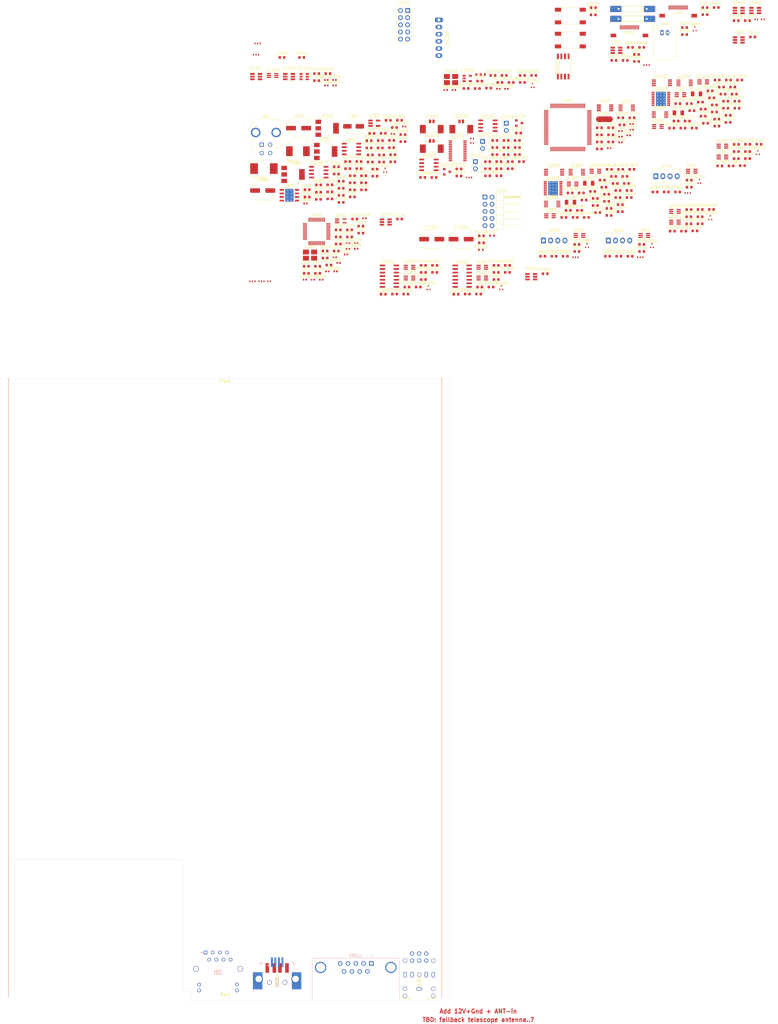
<source format=kicad_pcb>
(kicad_pcb (version 20171130) (host pcbnew 5.1.6-c6e7f7d~87~ubuntu18.04.1)
  (title_block (title "SolderingStation MainBoard") (date 2020-08-20) (rev Rev0.1) (company MaJo))
  (layers (0 F.Cu signal) (1 In1.Cu signal) (2 In2.Cu signal) (31 B.Cu signal) (34 B.Paste user) (35 F.Paste user) (36 B.SilkS user) (37 F.SilkS user) (38 B.Mask user) (39 F.Mask user) (44 Edge.Cuts user))
  (net 0 "")
  (net 1 GND)
  (net 2 /Ethernet/TXP)
  (net 3 /Ethernet/TXN)
  (net 4 ~SYS_RSTn~)
  (net 5 /Ethernet/RXP)
  (net 6 /Ethernet/RXN)
  (net 7 "Net-(C206-Pad1)")
  (net 8 "Net-(C207-Pad1)")
  (net 9 "Net-(C208-Pad2)")
  (net 10 "Net-(C209-Pad2)")
  (net 11 VCC)
  (net 12 "Net-(C212-Pad1)")
  (net 13 "Net-(C214-Pad1)")
  (net 14 "Net-(C301-Pad2)")
  (net 15 "Net-(C301-Pad1)")
  (net 16 VIN)
  (net 17 VMAIN)
  (net 18 "Net-(C306-Pad1)")
  (net 19 "Net-(C307-Pad1)")
  (net 20 VDD_OLED)
  (net 21 +12V)
  (net 22 VBUS_2)
  (net 23 "Net-(C320-Pad1)")
  (net 24 VDDA)
  (net 25 "Net-(C409-Pad1)")
  (net 26 "Net-(C410-Pad1)")
  (net 27 GNDA)
  (net 28 "Net-(C413-Pad2)")
  (net 29 "/STM32F429 PWR/Vref_2v5")
  (net 30 "Net-(C502-Pad2)")
  (net 31 "Net-(C1301-Pad2)")
  (net 32 "Net-(C1301-Pad1)")
  (net 33 "Net-(C1302-Pad2)")
  (net 34 "Net-(C1302-Pad1)")
  (net 35 "/Weller contol/Channel A/Vout1")
  (net 36 "/Weller contol/Channel A/Vout2")
  (net 37 "Net-(C1601-Pad1)")
  (net 38 "Net-(C1602-Pad1)")
  (net 39 "Net-(C1701-Pad1)")
  (net 40 "Net-(C1702-Pad1)")
  (net 41 "/Weller contol/Channel B/Vout1")
  (net 42 "/Weller contol/Channel B/Vout2")
  (net 43 "Net-(C1901-Pad1)")
  (net 44 "Net-(C1902-Pad1)")
  (net 45 "Net-(C2001-Pad1)")
  (net 46 "Net-(C2002-Pad1)")
  (net 47 "Net-(C2102-Pad2)")
  (net 48 FM_I2S_WS)
  (net 49 "Net-(C2104-Pad2)")
  (net 50 "Net-(C2104-Pad1)")
  (net 51 "Net-(C2105-Pad2)")
  (net 52 "Net-(C2105-Pad1)")
  (net 53 DAC_OUT2)
  (net 54 "Net-(C2108-Pad1)")
  (net 55 "Net-(C2109-Pad2)")
  (net 56 DAC_OUT1)
  (net 57 "Net-(C2112-Pad1)")
  (net 58 "Net-(C2113-Pad2)")
  (net 59 MCU_BOOT0)
  (net 60 ~MCU_RSTn~)
  (net 61 "Net-(C2206-Pad1)")
  (net 62 "Net-(C2207-Pad1)")
  (net 63 "Net-(C2208-Pad2)")
  (net 64 "Net-(C2209-Pad2)")
  (net 65 "Net-(D302-Pad2)")
  (net 66 "Net-(D303-Pad2)")
  (net 67 "Net-(D304-Pad2)")
  (net 68 "Net-(D305-Pad2)")
  (net 69 "Net-(D306-Pad2)")
  (net 70 "Net-(D307-Pad2)")
  (net 71 "Net-(D308-Pad2)")
  (net 72 "Net-(D309-Pad2)")
  (net 73 "Net-(D310-Pad2)")
  (net 74 ~VBUS2_FLGn~)
  (net 75 SWCLK)
  (net 76 "Net-(D1201-Pad4)")
  (net 77 SWDIO)
  (net 78 "Net-(D1201-Pad1)")
  (net 79 "/Rear panel connections/Headphone connector asm/L_ch_out")
  (net 80 "/Rear panel connections/Headphone connector asm/R_ch_out")
  (net 81 "Net-(D1601-Pad2)")
  (net 82 "/Weller contol/Channel A/PWM_OK_1")
  (net 83 "Net-(D1701-Pad2)")
  (net 84 "/Weller contol/Channel A/PWM_OK_2")
  (net 85 "Net-(D1901-Pad2)")
  (net 86 "/Weller contol/Channel B/PWM_OK_1")
  (net 87 "Net-(D2001-Pad2)")
  (net 88 "/Weller contol/Channel B/PWM_OK_2")
  (net 89 "Net-(D2201-Pad2)")
  (net 90 "Net-(D2201-Pad1)")
  (net 91 "Net-(J201-Pad12)")
  (net 92 /Ethernet/LED0_LINK)
  (net 93 /Ethernet/LED2_10M_LINK_ACT)
  (net 94 "Net-(J201-Pad9)")
  (net 95 GNDPWR)
  (net 96 +VDC)
  (net 97 "Net-(J501-Pad16)")
  (net 98 "Net-(J501-Pad15)")
  (net 99 ~FP_BTN_1An~)
  (net 100 ~FP_BTN_1Bn~)
  (net 101 ~DISP_CSn~)
  (net 102 ~FP_ENC2_SWn~)
  (net 103 I2C1_SCL)
  (net 104 FP_ENC2_B)
  (net 105 I2C1_SDA)
  (net 106 FP_ENC2_A)
  (net 107 DISP_FLASH_MOSI)
  (net 108 DISP_FLASH_SCK)
  (net 109 DISP_D~Cn~)
  (net 110 "Net-(J502-Pad16)")
  (net 111 "Net-(J502-Pad15)")
  (net 112 ~FP_BTN_2An~)
  (net 113 ~FP_BTN_2Bn~)
  (net 114 HWID_FP)
  (net 115 "/STM32F429 MCU/AUX_HOST_TX")
  (net 116 "/STM32F429 MCU/AUX_HOST_RX")
  (net 117 FP_ENC_A)
  (net 118 FP_ENC_B)
  (net 119 ~AUX_INTn~)
  (net 120 ~FP_ENC_SWn~)
  (net 121 AUX_BOOT0)
  (net 122 "Net-(J503-Pad2)")
  (net 123 "Net-(J503-Pad1)")
  (net 124 "Net-(J1201-Pad10)")
  (net 125 "Net-(J1201-Pad9)")
  (net 126 "/Audio & FM-radio/Audio_R_int")
  (net 127 "/Rear panel connections/Audio_R")
  (net 128 "/Audio & FM-radio/Audio_L_int")
  (net 129 "/Rear panel connections/Audio_L")
  (net 130 "Net-(J1202-Pad3)")
  (net 131 "Net-(J1202-Pad2)")
  (net 132 VBUS)
  (net 133 "Net-(J1202-Pad0)")
  (net 134 ~EXT_RSTn~)
  (net 135 "Net-(J1204-Pad3)")
  (net 136 "Net-(J1204-Pad2)")
  (net 137 "Net-(J1301-Pad11)")
  (net 138 "Net-(J1301-Pad10)")
  (net 139 "/Rear panel connections/Headphone connector asm/Audio_L_ch")
  (net 140 "/Rear panel connections/Headphone connector asm/Audio_int_L")
  (net 141 "/Rear panel connections/Headphone connector asm/Audio_R_ch")
  (net 142 "/Rear panel connections/Headphone connector asm/Audio_int_R")
  (net 143 "Net-(J1301-Pad0)")
  (net 144 "Net-(J1302-Pad10)")
  (net 145 "Net-(J1302-Pad9)")
  (net 146 "Net-(J2103-Pad1)")
  (net 147 "Net-(J2104-Pad1)")
  (net 148 CH_A_KTY_HWID_MB_ADC2)
  (net 149 CH_B_KTY_HWID_FP_ADC2)
  (net 150 "/STM32F429 MCU/32kHz")
  (net 151 "Net-(M501-Pad2)")
  (net 152 "Net-(M501-Pad1)")
  (net 153 "Net-(M502-Pad2)")
  (net 154 "Net-(M502-Pad1)")
  (net 155 "Net-(M601-Pad4)")
  (net 156 "Net-(M601-Pad3)")
  (net 157 "Net-(M701-Pad4)")
  (net 158 "Net-(M701-Pad3)")
  (net 159 "Net-(M801-Pad4)")
  (net 160 "Net-(M801-Pad3)")
  (net 161 "Net-(Q302-Pad4)")
  (net 162 PWRDRV_ENABLE)
  (net 163 PWRBTN_LED_PWM)
  (net 164 FAN1_PWM)
  (net 165 FAN2_PWM)
  (net 166 FAN3_PWM)
  (net 167 "/Weller contol/Channel A/PWM error detector 1/~PULSEn_D~")
  (net 168 "/Weller contol/Channel A/PWM error detector 2/~PULSEn_D~")
  (net 169 "/Weller contol/Channel B/PWM error detector 1/~PULSEn_D~")
  (net 170 "/Weller contol/Channel B/PWM error detector 2/~PULSEn_D~")
  (net 171 "/STM32F429 MCU/DLED_WDT")
  (net 172 ETH_MDIO)
  (net 173 /Ethernet/LED3_100M_LINK_ACT)
  (net 174 ~PHY_IRQn~)
  (net 175 /Ethernet/LED1_DUPLEX)
  (net 176 "Net-(R210-Pad2)")
  (net 177 /Ethernet/RMII)
  (net 178 "Net-(R212-Pad1)")
  (net 179 "Net-(R213-Pad2)")
  (net 180 "Net-(R301-Pad2)")
  (net 181 "Net-(R302-Pad2)")
  (net 182 VBUS2_ENABLE)
  (net 183 "Net-(R501-Pad2)")
  (net 184 "Net-(R1205-Pad1)")
  (net 185 "Net-(R1206-Pad2)")
  (net 186 DBGUART_RX)
  (net 187 "/Rear panel connections/CH_A_TC1")
  (net 188 "/Weller contol/CH_A_KTY_REED_BIAS")
  (net 189 "Net-(R1502-Pad1)")
  (net 190 "/Weller contol/Channel A/~OC_ERR_1~")
  (net 191 CH_A_IN_STAND_ADC1)
  (net 192 "/Rear panel connections/CH_A_HEATER_1")
  (net 193 "Net-(R1506-Pad1)")
  (net 194 CH_A_TC1_AMP_ADC1)
  (net 195 "Net-(R1508-Pad1)")
  (net 196 "Net-(R1509-Pad1)")
  (net 197 "Net-(R1510-Pad1)")
  (net 198 "/Rear panel connections/CH_A_HEATER_2")
  (net 199 "Net-(R1513-Pad2)")
  (net 200 "Net-(R1514-Pad1)")
  (net 201 "Net-(R1515-Pad1)")
  (net 202 "Net-(R1516-Pad1)")
  (net 203 CH_A_TC2_AMP_ADC2)
  (net 204 "Net-(R1518-Pad1)")
  (net 205 "/Weller contol/Channel A/~OC_ERR_2~")
  (net 206 CH_A_FET1_PWM)
  (net 207 CH_A_FET2_PWM)
  (net 208 "/Rear panel connections/CH_B_TC1")
  (net 209 "/Weller contol/CH_B_KTY_REED_BIAS")
  (net 210 "Net-(R1802-Pad1)")
  (net 211 "/Weller contol/Channel B/~OC_ERR_1~")
  (net 212 CH_B_IN_STAND_ADC1)
  (net 213 "/Rear panel connections/CH_B_HEATER_1")
  (net 214 "Net-(R1806-Pad1)")
  (net 215 CH_B_TC1_AMP_ADC1)
  (net 216 "Net-(R1808-Pad1)")
  (net 217 "Net-(R1809-Pad1)")
  (net 218 "Net-(R1810-Pad1)")
  (net 219 "/Rear panel connections/CH_B_HEATER_2")
  (net 220 "Net-(R1813-Pad2)")
  (net 221 "Net-(R1814-Pad1)")
  (net 222 "Net-(R1815-Pad1)")
  (net 223 "Net-(R1816-Pad1)")
  (net 224 CH_B_TC2_AMP_ADC2)
  (net 225 "Net-(R1818-Pad1)")
  (net 226 "/Weller contol/Channel B/~OC_ERR_2~")
  (net 227 CH_B_FET1_PWM)
  (net 228 CH_B_FET2_PWM)
  (net 229 "Net-(R2101-Pad2)")
  (net 230 FM_I2S_SD)
  (net 231 "Net-(R2102-Pad2)")
  (net 232 "Net-(R2103-Pad2)")
  (net 233 FM_I2S_CK)
  (net 234 "Net-(R2104-Pad2)")
  (net 235 "Net-(R2104-Pad1)")
  (net 236 "Net-(R2107-Pad2)")
  (net 237 "Net-(R2107-Pad1)")
  (net 238 "Net-(R2207-Pad2)")
  (net 239 "/STM32F429 MCU/~RTC_INTn~")
  (net 240 "Net-(U201-Pad44)")
  (net 241 "Net-(U201-Pad43)")
  (net 242 "Net-(U201-Pad41)")
  (net 243 "Net-(U201-Pad40)")
  (net 244 "Net-(U201-Pad39)")
  (net 245 "Net-(U201-Pad38)")
  (net 246 "Net-(U201-Pad37)")
  (net 247 "Net-(U201-Pad32)")
  (net 248 ETH_MDC)
  (net 249 "Net-(U201-Pad24)")
  (net 250 RMII_CRS_DV)
  (net 251 RMII_RX_D0)
  (net 252 RMII_RX_D1)
  (net 253 "Net-(U201-Pad19)")
  (net 254 "Net-(U201-Pad18)")
  (net 255 /Ethernet/50M_CLKO)
  (net 256 "Net-(U201-Pad15)")
  (net 257 RMII_REF_CLK)
  (net 258 RMII_TX_D0)
  (net 259 RMII_TX_D1)
  (net 260 "Net-(U201-Pad4)")
  (net 261 "Net-(U201-Pad3)")
  (net 262 RMII_TX_EN)
  (net 263 FAN3_RPM)
  (net 264 CH_B_DRV_OK)
  (net 265 CH_A_DRV_OK)
  (net 266 ~FM_INTn~)
  (net 267 USB1_DP)
  (net 268 USB1_DM)
  (net 269 DBGUART_TX)
  (net 270 RCLKo_8M)
  (net 271 "/STM32F429 MCU/CH_B_KTY_REED_BIAS_EN")
  (net 272 "/STM32F429 MCU/CH_A_KTY_REED_BIAS_EN")
  (net 273 USB2_DP)
  (net 274 USB2_DM)
  (net 275 "/STM32F429 MCU/Flash_MISO")
  (net 276 "/STM32F429 MCU/~Flash_CSn~")
  (net 277 FAN2_RPM)
  (net 278 FAN1_RPM)
  (net 279 ~AUDIO_MUTEn~)
  (net 280 "/Weller contol/HWID_ADC_SEL")
  (net 281 HWID_MB)
  (net 282 "Net-(U601-Pad4)")
  (net 283 "Net-(U701-Pad4)")
  (net 284 "Net-(U801-Pad4)")
  (net 285 "/Front panel connections/Temp.sensor 1/A0")
  (net 286 "/Front panel connections/Temp.sensor 2/A1")
  (net 287 "/Front panel connections/Temp.sensor 3/A1")
  (net 288 "/Weller contol/Channel A/HT2_EN")
  (net 289 "/Weller contol/Channel A/HT1_EN")
  (net 290 "/Weller contol/Channel A/PWM error detector 2/~PULSE_ERR~")
  (net 291 "/Weller contol/Channel A/PWM error detector 1/~PULSE_ERR~")
  (net 292 "/Weller contol/Channel A/PWM error detector 1/~CLR_FLAG~")
  (net 293 "/Weller contol/Channel A/PWM error detector 2/~CLR_FLAG~")
  (net 294 "/Weller contol/Channel B/HT2_EN")
  (net 295 "/Weller contol/Channel B/HT1_EN")
  (net 296 "/Weller contol/Channel B/PWM error detector 2/~PULSE_ERR~")
  (net 297 "/Weller contol/Channel B/PWM error detector 1/~PULSE_ERR~")
  (net 298 "/Weller contol/Channel B/PWM error detector 1/~CLR_FLAG~")
  (net 299 "/Weller contol/Channel B/PWM error detector 2/~CLR_FLAG~")
  (net 300 "Net-(U2101-Pad24)")
  (net 301 "Net-(U2101-Pad23)")
  (net 302 "Net-(U2101-Pad11)")
  (net 303 "Net-(U2101-Pad10)")
  (net 304 "Net-(U2101-Pad7)")
  (net 305 "Net-(U2101-Pad6)")
  (net 306 "Net-(U2101-Pad5)")
  (net 307 "Net-(C308-Pad1)")
  (module customlib_mj_fp:db3_ud_0402 (layer F.Cu) (at 161.5 -89)
    (fp_text reference JP2105 hide)
    (fp_text value dogbone_3_ud)
    (pad 3 smd rect (at 0.9 0) (size 0.4 0.6) (layers F.Cu F.Mask) (net 11 VCC))
    (pad 2 smd rect (at 0 0) (size 0.4 0.6) (layers F.Cu F.Mask) (net 17 VMAIN))
    (pad 1 smd rect (at -0.9 0) (size 0.4 0.6) (layers F.Cu F.Mask) (net 17 VMAIN))
  )
  (module customlib_mj_fp:db3_ud_0402 (layer F.Cu) (at 161 -85)
    (fp_text reference JP2104 hide)
    (fp_text value dogbone_3_ud)
    (pad 3 smd rect (at 0.9 0) (size 0.4 0.6) (layers F.Cu F.Mask) (net 11 VCC))
    (pad 2 smd rect (at 0 0) (size 0.4 0.6) (layers F.Cu F.Mask) (net 17 VMAIN))
    (pad 1 smd rect (at -0.9 0) (size 0.4 0.6) (layers F.Cu F.Mask) (net 17 VMAIN))
  )
  (module Capacitor_SMD:C_0603_1608Metric (layer F.Cu) (at 177.2125 -84)
    (fp_text reference C326 (at 0 -1.43) (layer F.SilkS))
    (fp_text value 10u)
    (pad 2 smd roundrect (at 0.7875 0) (size 0.875 0.95) (layers F.Cu F.Paste F.Mask) (net 1 GND))
    (pad 1 smd roundrect (at -0.7875 0) (size 0.875 0.95) (layers F.Cu F.Paste F.Mask) (net 17 VMAIN))
  )
  (module Capacitor_SMD:C_0603_1608Metric (layer F.Cu) (at 170.2125 -84)
    (fp_text reference C325 (at 0 -1.43) (layer F.SilkS))
    (fp_text value 10u)
    (pad 2 smd roundrect (at 0.7875 0) (size 0.875 0.95) (layers F.Cu F.Paste F.Mask) (net 1 GND))
    (pad 1 smd roundrect (at -0.7875 0) (size 0.875 0.95) (layers F.Cu F.Paste F.Mask) (net 17 VMAIN))
  )
  (module customlib_mj_fp:DS3231_module_6pin_horizontal_mnt (layer F.Cu) (at 226 -91)
    (fp_text reference RTC2201 (at 3 0 90) (layer F.SilkS) (effects (font (size 1.2 0.8) (thickness 0.16))))
    (fp_text value DS3231_Module_6pins)
    (pad 6 thru_hole oval (at 0 6.35) (size 2.4 1.6) (drill 1) (layers *.Cu *.Mask) (net 1 GND))
    (pad 5 thru_hole oval (at 0 3.81) (size 2.4 1.6) (drill 1) (layers *.Cu *.Mask) (net 11 VCC))
    (pad 4 thru_hole oval (at 0 1.27) (size 2.4 1.6) (drill 1) (layers *.Cu *.Mask) (net 105 I2C1_SDA))
    (pad 3 thru_hole oval (at 0 -1.27) (size 2.4 1.6) (drill 1) (layers *.Cu *.Mask) (net 103 I2C1_SCL))
    (pad 2 thru_hole oval (at 0 -3.81) (size 2.4 1.6) (drill 1) (layers *.Cu *.Mask) (net 239 "/STM32F429 MCU/~RTC_INTn~"))
    (pad 1 thru_hole roundrect (at 0 -6.35) (size 2.8 1.6) (drill 1) (layers *.Cu *.Mask) (net 150 "/STM32F429 MCU/32kHz"))
    (pad "" np_thru_hole circle (at 31.75 -9.525) (size 3 3) (drill 3) (layers *.Cu *.Mask))
    (pad "" np_thru_hole circle (at 5.08 9.525) (size 3 3) (drill 3) (layers *.Cu *.Mask))
    (pad "" np_thru_hole circle (at 5.08 -9.525) (size 3 3) (drill 3) (layers *.Cu *.Mask))
  )
  (module Crystal:Crystal_SMD_SeikoEpson_TSX3225-4Pin_3.2x2.5mm_HandSoldering (layer F.Cu) (at 230.32 -76.16)
    (fp_text reference Y2202 (at 0 -2.95) (layer F.SilkS))
    (fp_text value "TSX-3225 16.0000MF18X-AC3")
    (pad 4 smd rect (at -1.45 -1.0875) (size 2.1 1.725) (layers F.Cu F.Paste F.Mask) (net 1 GND))
    (pad 3 smd rect (at 1.45 -1.0875) (size 2.1 1.725) (layers F.Cu F.Paste F.Mask) (net 62 "Net-(C2207-Pad1)"))
    (pad 2 smd rect (at 1.45 1.0875) (size 2.1 1.725) (layers F.Cu F.Paste F.Mask) (net 1 GND))
    (pad 1 smd rect (at -1.45 1.0875) (size 2.1 1.725) (layers F.Cu F.Paste F.Mask) (net 61 "Net-(C2206-Pad1)"))
  )
  (module Crystal:Crystal_SMD_SeikoEpson_TSX3225-4Pin_3.2x2.5mm_HandSoldering (layer F.Cu) (at 180.2 -13.77)
    (fp_text reference Y201 (at 0 -2.95) (layer F.SilkS))
    (fp_text value "TSX-3225 25.0000MF10P-C")
    (pad 4 smd rect (at -1.45 -1.0875) (size 2.1 1.725) (layers F.Cu F.Paste F.Mask) (net 1 GND))
    (pad 3 smd rect (at 1.45 -1.0875) (size 2.1 1.725) (layers F.Cu F.Paste F.Mask) (net 9 "Net-(C208-Pad2)"))
    (pad 2 smd rect (at 1.45 1.0875) (size 2.1 1.725) (layers F.Cu F.Paste F.Mask) (net 1 GND))
    (pad 1 smd rect (at -1.45 1.0875) (size 2.1 1.725) (layers F.Cu F.Paste F.Mask) (net 10 "Net-(C209-Pad2)"))
  )
  (module customlib_mj_fp:w25q64_SO8-208 (layer F.Cu) (at 270.19 -80.805001)
    (fp_text reference U2202 (at -1.8 0.2 90) (layer F.SilkS))
    (fp_text value W25Q64FV hide)
    (pad 8 smd rect (at -1.905 -3.6) (size 0.65 2) (layers F.Cu F.Paste F.Mask) (net 11 VCC))
    (pad 6 smd rect (at 0.65 -3.6) (size 0.65 2) (layers F.Cu F.Paste F.Mask) (net 108 DISP_FLASH_SCK))
    (pad 7 smd rect (at -0.65 -3.6) (size 0.65 2) (layers F.Cu F.Paste F.Mask) (net 11 VCC))
    (pad 5 smd rect (at 1.905 -3.6) (size 0.65 2) (layers F.Cu F.Paste F.Mask) (net 107 DISP_FLASH_MOSI))
    (pad 4 smd rect (at 1.905 3.6) (size 0.65 2) (layers F.Cu F.Paste F.Mask) (net 1 GND))
    (pad 3 smd rect (at 0.65 3.6) (size 0.65 2) (layers F.Cu F.Paste F.Mask) (net 11 VCC))
    (pad 2 smd rect (at -0.65 3.6) (size 0.65 2) (layers F.Cu F.Paste F.Mask) (net 275 "/STM32F429 MCU/Flash_MISO"))
    (pad 1 smd rect (at -1.905 3.6) (size 0.65 2) (layers F.Cu F.Paste F.Mask) (net 276 "/STM32F429 MCU/~Flash_CSn~"))
  )
  (module Package_TO_SOT_SMD:SOT-23-5 (layer F.Cu) (at 236.07 -76.56)
    (fp_text reference U2201 (at 0 -2.9) (layer F.SilkS))
    (fp_text value MCP1316T-26LE-OT)
    (pad 5 smd rect (at 1.1 -0.95) (size 1.06 0.65) (layers F.Cu F.Paste F.Mask) (net 11 VCC))
    (pad 4 smd rect (at 1.1 0.95) (size 1.06 0.65) (layers F.Cu F.Paste F.Mask) (net 171 "/STM32F429 MCU/DLED_WDT"))
    (pad 3 smd rect (at -1.1 0.95) (size 1.06 0.65) (layers F.Cu F.Paste F.Mask) (net 134 ~EXT_RSTn~))
    (pad 2 smd rect (at -1.1 0) (size 1.06 0.65) (layers F.Cu F.Paste F.Mask) (net 1 GND))
    (pad 1 smd rect (at -1.1 -0.95) (size 1.06 0.65) (layers F.Cu F.Paste F.Mask) (net 60 ~MCU_RSTn~))
  )
  (module Package_SO:SO-8_3.9x4.9mm_P1.27mm (layer F.Cu) (at 222.45 -45.83)
    (fp_text reference U2103 (at 0 -3.4) (layer F.SilkS))
    (fp_text value TS4990IDT)
    (pad 8 smd roundrect (at 2.575 -1.905) (size 1.75 0.6) (layers F.Cu F.Paste F.Mask) (net 129 "/Rear panel connections/Audio_L"))
    (pad 7 smd roundrect (at 2.575 -0.635) (size 1.75 0.6) (layers F.Cu F.Paste F.Mask) (net 1 GND))
    (pad 6 smd roundrect (at 2.575 0.635) (size 1.75 0.6) (layers F.Cu F.Paste F.Mask) (net 17 VMAIN))
    (pad 5 smd roundrect (at 2.575 1.905) (size 1.75 0.6) (layers F.Cu F.Paste F.Mask) (net 147 "Net-(J2104-Pad1)"))
    (pad 4 smd roundrect (at -2.575 1.905) (size 1.75 0.6) (layers F.Cu F.Paste F.Mask) (net 236 "Net-(R2107-Pad2)"))
    (pad 3 smd roundrect (at -2.575 0.635) (size 1.75 0.6) (layers F.Cu F.Paste F.Mask) (net 58 "Net-(C2113-Pad2)"))
    (pad 2 smd roundrect (at -2.575 -0.635) (size 1.75 0.6) (layers F.Cu F.Paste F.Mask) (net 58 "Net-(C2113-Pad2)"))
    (pad 1 smd roundrect (at -2.575 -1.905) (size 1.75 0.6) (layers F.Cu F.Paste F.Mask) (net 279 ~AUDIO_MUTEn~))
  )
  (module Package_SO:SO-8_3.9x4.9mm_P1.27mm (layer F.Cu) (at 243.43 -59.73)
    (fp_text reference U2102 (at 0 -3.4) (layer F.SilkS))
    (fp_text value TS4990IDT)
    (pad 8 smd roundrect (at 2.575 -1.905) (size 1.75 0.6) (layers F.Cu F.Paste F.Mask) (net 127 "/Rear panel connections/Audio_R"))
    (pad 7 smd roundrect (at 2.575 -0.635) (size 1.75 0.6) (layers F.Cu F.Paste F.Mask) (net 1 GND))
    (pad 6 smd roundrect (at 2.575 0.635) (size 1.75 0.6) (layers F.Cu F.Paste F.Mask) (net 17 VMAIN))
    (pad 5 smd roundrect (at 2.575 1.905) (size 1.75 0.6) (layers F.Cu F.Paste F.Mask) (net 146 "Net-(J2103-Pad1)"))
    (pad 4 smd roundrect (at -2.575 1.905) (size 1.75 0.6) (layers F.Cu F.Paste F.Mask) (net 234 "Net-(R2104-Pad2)"))
    (pad 3 smd roundrect (at -2.575 0.635) (size 1.75 0.6) (layers F.Cu F.Paste F.Mask) (net 55 "Net-(C2109-Pad2)"))
    (pad 2 smd roundrect (at -2.575 -0.635) (size 1.75 0.6) (layers F.Cu F.Paste F.Mask) (net 55 "Net-(C2109-Pad2)"))
    (pad 1 smd roundrect (at -2.575 -1.905) (size 1.75 0.6) (layers F.Cu F.Paste F.Mask) (net 279 ~AUDIO_MUTEn~))
  )
  (module Package_SO:SSOP-24_3.9x8.7mm_P0.635mm (layer F.Cu) (at 232.69 -50.83)
    (fp_text reference U2101 (at 0 -5.4) (layer F.SilkS))
    (fp_text value Si4735-D60-GU)
    (pad 24 smd rect (at 2.6 -3.4925) (size 1.2 0.4) (layers F.Cu F.Paste F.Mask) (net 300 "Net-(U2101-Pad24)"))
    (pad 23 smd rect (at 2.6 -2.8575) (size 1.2 0.4) (layers F.Cu F.Paste F.Mask) (net 301 "Net-(U2101-Pad23)"))
    (pad 22 smd rect (at 2.6 -2.2225) (size 1.2 0.4) (layers F.Cu F.Paste F.Mask) (net 47 "Net-(C2102-Pad2)"))
    (pad 21 smd rect (at 2.6 -1.5875) (size 1.2 0.4) (layers F.Cu F.Paste F.Mask) (net 24 VDDA))
    (pad 20 smd rect (at 2.6 -0.9525) (size 1.2 0.4) (layers F.Cu F.Paste F.Mask) (net 11 VCC))
    (pad 19 smd rect (at 2.6 -0.3175) (size 1.2 0.4) (layers F.Cu F.Paste F.Mask) (net 270 RCLKo_8M))
    (pad 18 smd rect (at 2.6 0.3175) (size 1.2 0.4) (layers F.Cu F.Paste F.Mask) (net 105 I2C1_SDA))
    (pad 17 smd rect (at 2.6 0.9525) (size 1.2 0.4) (layers F.Cu F.Paste F.Mask) (net 103 I2C1_SCL))
    (pad 16 smd rect (at 2.6 1.5875) (size 1.2 0.4) (layers F.Cu F.Paste F.Mask) (net 1 GND))
    (pad 15 smd rect (at 2.6 2.2225) (size 1.2 0.4) (layers F.Cu F.Paste F.Mask) (net 4 ~SYS_RSTn~))
    (pad 14 smd rect (at 2.6 2.8575) (size 1.2 0.4) (layers F.Cu F.Paste F.Mask) (net 1 GND))
    (pad 13 smd rect (at 2.6 3.4925) (size 1.2 0.4) (layers F.Cu F.Paste F.Mask) (net 1 GND))
    (pad 12 smd rect (at -2.6 3.4925) (size 1.2 0.4) (layers F.Cu F.Paste F.Mask) (net 49 "Net-(C2104-Pad2)"))
    (pad 11 smd rect (at -2.6 2.8575) (size 1.2 0.4) (layers F.Cu F.Paste F.Mask) (net 302 "Net-(U2101-Pad11)"))
    (pad 10 smd rect (at -2.6 2.2225) (size 1.2 0.4) (layers F.Cu F.Paste F.Mask) (net 303 "Net-(U2101-Pad10)"))
    (pad 9 smd rect (at -2.6 1.5875) (size 1.2 0.4) (layers F.Cu F.Paste F.Mask) (net 1 GND))
    (pad 8 smd rect (at -2.6 0.9525) (size 1.2 0.4) (layers F.Cu F.Paste F.Mask) (net 51 "Net-(C2105-Pad2)"))
    (pad 7 smd rect (at -2.6 0.3175) (size 1.2 0.4) (layers F.Cu F.Paste F.Mask) (net 304 "Net-(U2101-Pad7)"))
    (pad 6 smd rect (at -2.6 -0.3175) (size 1.2 0.4) (layers F.Cu F.Paste F.Mask) (net 305 "Net-(U2101-Pad6)"))
    (pad 5 smd rect (at -2.6 -0.9525) (size 1.2 0.4) (layers F.Cu F.Paste F.Mask) (net 306 "Net-(U2101-Pad5)"))
    (pad 4 smd rect (at -2.6 -1.5875) (size 1.2 0.4) (layers F.Cu F.Paste F.Mask) (net 266 ~FM_INTn~))
    (pad 3 smd rect (at -2.6 -2.2225) (size 1.2 0.4) (layers F.Cu F.Paste F.Mask) (net 232 "Net-(R2103-Pad2)"))
    (pad 2 smd rect (at -2.6 -2.8575) (size 1.2 0.4) (layers F.Cu F.Paste F.Mask) (net 231 "Net-(R2102-Pad2)"))
    (pad 1 smd rect (at -2.6 -3.4925) (size 1.2 0.4) (layers F.Cu F.Paste F.Mask) (net 229 "Net-(R2101-Pad2)"))
  )
  (module Package_TO_SOT_SMD:SOT-363_SC-70-6_Handsoldering (layer F.Cu) (at 309.91 -25.46)
    (fp_text reference U2002 (at 0 -2) (layer F.SilkS))
    (fp_text value 74LVC1G11dck)
    (pad 6 smd rect (at 1.33 -0.65) (size 1.5 0.4) (layers F.Cu F.Paste F.Mask) (net 296 "/Weller contol/Channel B/PWM error detector 2/~PULSE_ERR~"))
    (pad 5 smd rect (at 1.33 0) (size 1.5 0.4) (layers F.Cu F.Paste F.Mask) (net 11 VCC))
    (pad 4 smd rect (at 1.33 0.65) (size 1.5 0.4) (layers F.Cu F.Paste F.Mask) (net 299 "/Weller contol/Channel B/PWM error detector 2/~CLR_FLAG~"))
    (pad 3 smd rect (at -1.33 0.65) (size 1.5 0.4) (layers F.Cu F.Paste F.Mask) (net 60 ~MCU_RSTn~))
    (pad 2 smd rect (at -1.33 0) (size 1.5 0.4) (layers F.Cu F.Paste F.Mask) (net 1 GND))
    (pad 1 smd rect (at -1.33 -0.65) (size 1.5 0.4) (layers F.Cu F.Paste F.Mask) (net 226 "/Weller contol/Channel B/~OC_ERR_2~"))
  )
  (module Package_TO_SOT_SMD:SOT-363_SC-70-6_Handsoldering (layer F.Cu) (at 309.91 -29.31)
    (fp_text reference U2001 (at 0 -2) (layer F.SilkS))
    (fp_text value 74LVC1G175dck)
    (pad 6 smd rect (at 1.33 -0.65) (size 1.5 0.4) (layers F.Cu F.Paste F.Mask) (net 299 "/Weller contol/Channel B/PWM error detector 2/~CLR_FLAG~"))
    (pad 5 smd rect (at 1.33 0) (size 1.5 0.4) (layers F.Cu F.Paste F.Mask) (net 11 VCC))
    (pad 4 smd rect (at 1.33 0.65) (size 1.5 0.4) (layers F.Cu F.Paste F.Mask) (net 88 "/Weller contol/Channel B/PWM_OK_2"))
    (pad 3 smd rect (at -1.33 0.65) (size 1.5 0.4) (layers F.Cu F.Paste F.Mask) (net 11 VCC))
    (pad 2 smd rect (at -1.33 0) (size 1.5 0.4) (layers F.Cu F.Paste F.Mask) (net 1 GND))
    (pad 1 smd rect (at -1.33 -0.65) (size 1.5 0.4) (layers F.Cu F.Paste F.Mask) (net 162 PWRDRV_ENABLE))
  )
  (module Package_TO_SOT_SMD:SOT-363_SC-70-6_Handsoldering (layer F.Cu) (at 215.56 -5.6)
    (fp_text reference U1903 (at 0 -2) (layer F.SilkS))
    (fp_text value 74LVC1G11dck)
    (pad 6 smd rect (at 1.33 -0.65) (size 1.5 0.4) (layers F.Cu F.Paste F.Mask) (net 297 "/Weller contol/Channel B/PWM error detector 1/~PULSE_ERR~"))
    (pad 5 smd rect (at 1.33 0) (size 1.5 0.4) (layers F.Cu F.Paste F.Mask) (net 11 VCC))
    (pad 4 smd rect (at 1.33 0.65) (size 1.5 0.4) (layers F.Cu F.Paste F.Mask) (net 298 "/Weller contol/Channel B/PWM error detector 1/~CLR_FLAG~"))
    (pad 3 smd rect (at -1.33 0.65) (size 1.5 0.4) (layers F.Cu F.Paste F.Mask) (net 60 ~MCU_RSTn~))
    (pad 2 smd rect (at -1.33 0) (size 1.5 0.4) (layers F.Cu F.Paste F.Mask) (net 1 GND))
    (pad 1 smd rect (at -1.33 -0.65) (size 1.5 0.4) (layers F.Cu F.Paste F.Mask) (net 211 "/Weller contol/Channel B/~OC_ERR_1~"))
  )
  (module Package_TO_SOT_SMD:SOT-363_SC-70-6_Handsoldering (layer F.Cu) (at 215.56 -9.45)
    (fp_text reference U1902 (at 0 -2) (layer F.SilkS))
    (fp_text value 74LVC1G175dck)
    (pad 6 smd rect (at 1.33 -0.65) (size 1.5 0.4) (layers F.Cu F.Paste F.Mask) (net 298 "/Weller contol/Channel B/PWM error detector 1/~CLR_FLAG~"))
    (pad 5 smd rect (at 1.33 0) (size 1.5 0.4) (layers F.Cu F.Paste F.Mask) (net 11 VCC))
    (pad 4 smd rect (at 1.33 0.65) (size 1.5 0.4) (layers F.Cu F.Paste F.Mask) (net 86 "/Weller contol/Channel B/PWM_OK_1"))
    (pad 3 smd rect (at -1.33 0.65) (size 1.5 0.4) (layers F.Cu F.Paste F.Mask) (net 11 VCC))
    (pad 2 smd rect (at -1.33 0) (size 1.5 0.4) (layers F.Cu F.Paste F.Mask) (net 1 GND))
    (pad 1 smd rect (at -1.33 -0.65) (size 1.5 0.4) (layers F.Cu F.Paste F.Mask) (net 162 PWRDRV_ENABLE))
  )
  (module Package_SO:SOIC-14_3.9x8.7mm_P1.27mm (layer F.Cu) (at 208.41 -6.27)
    (fp_text reference U1901 (at 0 -5.28) (layer F.SilkS))
    (fp_text value NE556d)
    (pad 14 smd roundrect (at 2.475 -3.81) (size 1.95 0.6) (layers F.Cu F.Paste F.Mask) (net 17 VMAIN))
    (pad 13 smd roundrect (at 2.475 -2.54) (size 1.95 0.6) (layers F.Cu F.Paste F.Mask) (net 46 "Net-(C2002-Pad1)"))
    (pad 12 smd roundrect (at 2.475 -1.27) (size 1.95 0.6) (layers F.Cu F.Paste F.Mask) (net 46 "Net-(C2002-Pad1)"))
    (pad 11 smd roundrect (at 2.475 0) (size 1.95 0.6) (layers F.Cu F.Paste F.Mask) (net 45 "Net-(C2001-Pad1)"))
    (pad 10 smd roundrect (at 2.475 1.27) (size 1.95 0.6) (layers F.Cu F.Paste F.Mask) (net 17 VMAIN))
    (pad 9 smd roundrect (at 2.475 2.54) (size 1.95 0.6) (layers F.Cu F.Paste F.Mask) (net 296 "/Weller contol/Channel B/PWM error detector 2/~PULSE_ERR~"))
    (pad 8 smd roundrect (at 2.475 3.81) (size 1.95 0.6) (layers F.Cu F.Paste F.Mask) (net 170 "/Weller contol/Channel B/PWM error detector 2/~PULSEn_D~"))
    (pad 7 smd roundrect (at -2.475 3.81) (size 1.95 0.6) (layers F.Cu F.Paste F.Mask) (net 1 GND))
    (pad 6 smd roundrect (at -2.475 2.54) (size 1.95 0.6) (layers F.Cu F.Paste F.Mask) (net 169 "/Weller contol/Channel B/PWM error detector 1/~PULSEn_D~"))
    (pad 5 smd roundrect (at -2.475 1.27) (size 1.95 0.6) (layers F.Cu F.Paste F.Mask) (net 297 "/Weller contol/Channel B/PWM error detector 1/~PULSE_ERR~"))
    (pad 4 smd roundrect (at -2.475 0) (size 1.95 0.6) (layers F.Cu F.Paste F.Mask) (net 17 VMAIN))
    (pad 3 smd roundrect (at -2.475 -1.27) (size 1.95 0.6) (layers F.Cu F.Paste F.Mask) (net 43 "Net-(C1901-Pad1)"))
    (pad 2 smd roundrect (at -2.475 -2.54) (size 1.95 0.6) (layers F.Cu F.Paste F.Mask) (net 44 "Net-(C1902-Pad1)"))
    (pad 1 smd roundrect (at -2.475 -3.81) (size 1.95 0.6) (layers F.Cu F.Paste F.Mask) (net 44 "Net-(C1902-Pad1)"))
  )
  (module Package_TO_SOT_SMD:SOT-363_SC-70-6_Handsoldering (layer F.Cu) (at 273.55 -39.03)
    (fp_text reference U1807 (at 0 -2) (layer F.SilkS))
    (fp_text value 74LVC1G11dck)
    (pad 6 smd rect (at 1.33 -0.65) (size 1.5 0.4) (layers F.Cu F.Paste F.Mask) (net 86 "/Weller contol/Channel B/PWM_OK_1"))
    (pad 5 smd rect (at 1.33 0) (size 1.5 0.4) (layers F.Cu F.Paste F.Mask) (net 11 VCC))
    (pad 4 smd rect (at 1.33 0.65) (size 1.5 0.4) (layers F.Cu F.Paste F.Mask) (net 264 CH_B_DRV_OK))
    (pad 3 smd rect (at -1.33 0.65) (size 1.5 0.4) (layers F.Cu F.Paste F.Mask) (net 88 "/Weller contol/Channel B/PWM_OK_2"))
    (pad 2 smd rect (at -1.33 0) (size 1.5 0.4) (layers F.Cu F.Paste F.Mask) (net 1 GND))
    (pad 1 smd rect (at -1.33 -0.65) (size 1.5 0.4) (layers F.Cu F.Paste F.Mask) (net 11 VCC))
  )
  (module Package_TO_SOT_SMD:SOT-363_SC-70-6_Handsoldering (layer F.Cu) (at 281.66 -43.58)
    (fp_text reference U1806 (at 0 -2) (layer F.SilkS))
    (fp_text value 74LVC1G11dck)
    (pad 6 smd rect (at 1.33 -0.65) (size 1.5 0.4) (layers F.Cu F.Paste F.Mask) (net 228 CH_B_FET2_PWM))
    (pad 5 smd rect (at 1.33 0) (size 1.5 0.4) (layers F.Cu F.Paste F.Mask) (net 11 VCC))
    (pad 4 smd rect (at 1.33 0.65) (size 1.5 0.4) (layers F.Cu F.Paste F.Mask) (net 294 "/Weller contol/Channel B/HT2_EN"))
    (pad 3 smd rect (at -1.33 0.65) (size 1.5 0.4) (layers F.Cu F.Paste F.Mask) (net 88 "/Weller contol/Channel B/PWM_OK_2"))
    (pad 2 smd rect (at -1.33 0) (size 1.5 0.4) (layers F.Cu F.Paste F.Mask) (net 1 GND))
    (pad 1 smd rect (at -1.33 -0.65) (size 1.5 0.4) (layers F.Cu F.Paste F.Mask) (net 162 PWRDRV_ENABLE))
  )
  (module Package_TO_SOT_SMD:SOT-363_SC-70-6_Handsoldering (layer F.Cu) (at 265.5 -27.73)
    (fp_text reference U1805 (at 0 -2) (layer F.SilkS))
    (fp_text value 74LVC1G11dck)
    (pad 6 smd rect (at 1.33 -0.65) (size 1.5 0.4) (layers F.Cu F.Paste F.Mask) (net 227 CH_B_FET1_PWM))
    (pad 5 smd rect (at 1.33 0) (size 1.5 0.4) (layers F.Cu F.Paste F.Mask) (net 11 VCC))
    (pad 4 smd rect (at 1.33 0.65) (size 1.5 0.4) (layers F.Cu F.Paste F.Mask) (net 295 "/Weller contol/Channel B/HT1_EN"))
    (pad 3 smd rect (at -1.33 0.65) (size 1.5 0.4) (layers F.Cu F.Paste F.Mask) (net 86 "/Weller contol/Channel B/PWM_OK_1"))
    (pad 2 smd rect (at -1.33 0) (size 1.5 0.4) (layers F.Cu F.Paste F.Mask) (net 1 GND))
    (pad 1 smd rect (at -1.33 -0.65) (size 1.5 0.4) (layers F.Cu F.Paste F.Mask) (net 162 PWRDRV_ENABLE))
  )
  (module Package_SO:VSSOP-10_3x3mm_P0.5mm (layer F.Cu) (at 275.03 -43.23)
    (fp_text reference U1804 (at 0 -2.45) (layer F.SilkS))
    (fp_text value INA226)
    (pad 10 smd roundrect (at 2.2 -1) (size 1.45 0.3) (layers F.Cu F.Paste F.Mask) (net 219 "/Rear panel connections/CH_B_HEATER_2"))
    (pad 9 smd roundrect (at 2.2 -0.5) (size 1.45 0.3) (layers F.Cu F.Paste F.Mask) (net 42 "/Weller contol/Channel B/Vout2"))
    (pad 8 smd roundrect (at 2.2 0) (size 1.45 0.3) (layers F.Cu F.Paste F.Mask) (net 21 +12V))
    (pad 7 smd roundrect (at 2.2 0.5) (size 1.45 0.3) (layers F.Cu F.Paste F.Mask) (net 1 GND))
    (pad 6 smd roundrect (at 2.2 1) (size 1.45 0.3) (layers F.Cu F.Paste F.Mask) (net 11 VCC))
    (pad 5 smd roundrect (at -2.2 1) (size 1.45 0.3) (layers F.Cu F.Paste F.Mask) (net 103 I2C1_SCL))
    (pad 4 smd roundrect (at -2.2 0.5) (size 1.45 0.3) (layers F.Cu F.Paste F.Mask) (net 105 I2C1_SDA))
    (pad 3 smd roundrect (at -2.2 0) (size 1.45 0.3) (layers F.Cu F.Paste F.Mask) (net 226 "/Weller contol/Channel B/~OC_ERR_2~"))
    (pad 2 smd roundrect (at -2.2 -0.5) (size 1.45 0.3) (layers F.Cu F.Paste F.Mask) (net 11 VCC))
    (pad 1 smd roundrect (at -2.2 -1) (size 1.45 0.3) (layers F.Cu F.Paste F.Mask) (net 11 VCC))
  )
  (module Package_SO:HTSSOP-16-1EP_4.4x5mm_P0.65mm_EP3.4x5mm_Mask3x3mm_ThermalVias (layer F.Cu) (at 266.6 -37.53)
    (fp_text reference U1803 (at 0 -3.55) (layer F.SilkS))
    (fp_text value TPS2HB16AQ1)
    (pad 17 thru_hole circle (at -1.1 -2.2) (size 0.6 0.6) (drill 0.3) (layers *.Cu) (net 21 +12V))
    (pad 17 thru_hole circle (at 0 -2.2) (size 0.6 0.6) (drill 0.3) (layers *.Cu) (net 21 +12V))
    (pad 17 thru_hole circle (at 1.1 -2.2) (size 0.6 0.6) (drill 0.3) (layers *.Cu) (net 21 +12V))
    (pad 17 thru_hole circle (at -1.1 -1.1) (size 0.6 0.6) (drill 0.3) (layers *.Cu) (net 21 +12V))
    (pad 17 thru_hole circle (at 0 -1.1) (size 0.6 0.6) (drill 0.3) (layers *.Cu) (net 21 +12V))
    (pad 17 thru_hole circle (at 1.1 -1.1) (size 0.6 0.6) (drill 0.3) (layers *.Cu) (net 21 +12V))
    (pad 17 thru_hole circle (at -1.1 0) (size 0.6 0.6) (drill 0.3) (layers *.Cu) (net 21 +12V))
    (pad 17 thru_hole circle (at 0 0) (size 0.6 0.6) (drill 0.3) (layers *.Cu) (net 21 +12V))
    (pad 17 thru_hole circle (at 1.1 0) (size 0.6 0.6) (drill 0.3) (layers *.Cu) (net 21 +12V))
    (pad 17 thru_hole circle (at -1.1 1.1) (size 0.6 0.6) (drill 0.3) (layers *.Cu) (net 21 +12V))
    (pad 17 thru_hole circle (at 0 1.1) (size 0.6 0.6) (drill 0.3) (layers *.Cu) (net 21 +12V))
    (pad 17 thru_hole circle (at 1.1 1.1) (size 0.6 0.6) (drill 0.3) (layers *.Cu) (net 21 +12V))
    (pad 17 thru_hole circle (at 1.1 2.2) (size 0.6 0.6) (drill 0.3) (layers *.Cu) (net 21 +12V))
    (pad 17 thru_hole circle (at 0 2.2) (size 0.6 0.6) (drill 0.3) (layers *.Cu) (net 21 +12V))
    (pad 17 thru_hole circle (at -1.1 2.2) (size 0.6 0.6) (drill 0.3) (layers *.Cu) (net 21 +12V))
    (pad 17 smd rect (at 0 0) (size 3.4 5) (layers F.Cu) (net 21 +12V))
    (pad 16 smd rect (at 2.775 -2.275) (size 1.05 0.45) (layers F.Cu F.Paste F.Mask) (net 216 "Net-(R1808-Pad1)"))
    (pad 15 smd rect (at 2.775 -1.625) (size 1.05 0.45) (layers F.Cu F.Paste F.Mask) (net 218 "Net-(R1810-Pad1)"))
    (pad 14 smd rect (at 2.775 -0.975) (size 1.05 0.45) (layers F.Cu F.Paste F.Mask) (net 217 "Net-(R1809-Pad1)"))
    (pad 13 smd rect (at 2.775 -0.325) (size 1.05 0.45) (layers F.Cu F.Paste F.Mask) (net 294 "/Weller contol/Channel B/HT2_EN"))
    (pad 12 smd rect (at 2.775 0.325) (size 1.05 0.45) (layers F.Cu F.Paste F.Mask) (net 222 "Net-(R1815-Pad1)"))
    (pad 11 smd rect (at 2.775 0.975) (size 1.05 0.45) (layers F.Cu F.Paste F.Mask) (net 42 "/Weller contol/Channel B/Vout2"))
    (pad 10 smd rect (at 2.775 1.625) (size 1.05 0.45) (layers F.Cu F.Paste F.Mask) (net 42 "/Weller contol/Channel B/Vout2"))
    (pad 9 smd rect (at 2.775 2.275) (size 1.05 0.45) (layers F.Cu F.Paste F.Mask) (net 42 "/Weller contol/Channel B/Vout2"))
    (pad 8 smd rect (at -2.775 2.275) (size 1.05 0.45) (layers F.Cu F.Paste F.Mask) (net 41 "/Weller contol/Channel B/Vout1"))
    (pad 7 smd rect (at -2.775 1.625) (size 1.05 0.45) (layers F.Cu F.Paste F.Mask) (net 41 "/Weller contol/Channel B/Vout1"))
    (pad 6 smd rect (at -2.775 0.975) (size 1.05 0.45) (layers F.Cu F.Paste F.Mask) (net 41 "/Weller contol/Channel B/Vout1"))
    (pad 5 smd rect (at -2.775 0.325) (size 1.05 0.45) (layers F.Cu F.Paste F.Mask) (net 220 "Net-(R1813-Pad2)"))
    (pad 4 smd rect (at -2.775 -0.325) (size 1.05 0.45) (layers F.Cu F.Paste F.Mask) (net 295 "/Weller contol/Channel B/HT1_EN"))
    (pad 3 smd rect (at -2.775 -0.975) (size 1.05 0.45) (layers F.Cu F.Paste F.Mask) (net 162 PWRDRV_ENABLE))
    (pad 2 smd rect (at -2.775 -1.625) (size 1.05 0.45) (layers F.Cu F.Paste F.Mask) (net 225 "Net-(R1818-Pad1)"))
    (pad 1 smd rect (at -2.775 -2.275) (size 1.05 0.45) (layers F.Cu F.Paste F.Mask) (net 1 GND))
    (pad 17 smd rect (at 0 0) (size 3.4 5) (layers B.Cu) (net 21 +12V))
  )
  (module Package_SO:VSSOP-10_3x3mm_P0.5mm (layer F.Cu) (at 266.28 -31.93)
    (fp_text reference U1802 (at 0 -2.45) (layer F.SilkS))
    (fp_text value INA226)
    (pad 10 smd roundrect (at 2.2 -1) (size 1.45 0.3) (layers F.Cu F.Paste F.Mask) (net 213 "/Rear panel connections/CH_B_HEATER_1"))
    (pad 9 smd roundrect (at 2.2 -0.5) (size 1.45 0.3) (layers F.Cu F.Paste F.Mask) (net 41 "/Weller contol/Channel B/Vout1"))
    (pad 8 smd roundrect (at 2.2 0) (size 1.45 0.3) (layers F.Cu F.Paste F.Mask) (net 21 +12V))
    (pad 7 smd roundrect (at 2.2 0.5) (size 1.45 0.3) (layers F.Cu F.Paste F.Mask) (net 1 GND))
    (pad 6 smd roundrect (at 2.2 1) (size 1.45 0.3) (layers F.Cu F.Paste F.Mask) (net 11 VCC))
    (pad 5 smd roundrect (at -2.2 1) (size 1.45 0.3) (layers F.Cu F.Paste F.Mask) (net 103 I2C1_SCL))
    (pad 4 smd roundrect (at -2.2 0.5) (size 1.45 0.3) (layers F.Cu F.Paste F.Mask) (net 105 I2C1_SDA))
    (pad 3 smd roundrect (at -2.2 0) (size 1.45 0.3) (layers F.Cu F.Paste F.Mask) (net 211 "/Weller contol/Channel B/~OC_ERR_1~"))
    (pad 2 smd roundrect (at -2.2 -0.5) (size 1.45 0.3) (layers F.Cu F.Paste F.Mask) (net 1 GND))
    (pad 1 smd roundrect (at -2.2 -1) (size 1.45 0.3) (layers F.Cu F.Paste F.Mask) (net 11 VCC))
  )
  (module Package_SO:TSSOP-8_4.4x3mm_P0.65mm (layer F.Cu) (at 266.95 -43.23)
    (fp_text reference U1801 (at 0 -2.45) (layer F.SilkS))
    (fp_text value AD8552ARU)
    (pad 8 smd roundrect (at 2.8625 -0.975) (size 1.475 0.4) (layers F.Cu F.Paste F.Mask) (net 24 VDDA))
    (pad 7 smd roundrect (at 2.8625 -0.325) (size 1.475 0.4) (layers F.Cu F.Paste F.Mask) (net 224 CH_B_TC2_AMP_ADC2))
    (pad 6 smd roundrect (at 2.8625 0.325) (size 1.475 0.4) (layers F.Cu F.Paste F.Mask) (net 223 "Net-(R1816-Pad1)"))
    (pad 5 smd roundrect (at 2.8625 0.975) (size 1.475 0.4) (layers F.Cu F.Paste F.Mask) (net 221 "Net-(R1814-Pad1)"))
    (pad 4 smd roundrect (at -2.8625 0.975) (size 1.475 0.4) (layers F.Cu F.Paste F.Mask) (net 1 GND))
    (pad 3 smd roundrect (at -2.8625 0.325) (size 1.475 0.4) (layers F.Cu F.Paste F.Mask) (net 210 "Net-(R1802-Pad1)"))
    (pad 2 smd roundrect (at -2.8625 -0.325) (size 1.475 0.4) (layers F.Cu F.Paste F.Mask) (net 214 "Net-(R1806-Pad1)"))
    (pad 1 smd roundrect (at -2.8625 -0.975) (size 1.475 0.4) (layers F.Cu F.Paste F.Mask) (net 215 CH_B_TC1_AMP_ADC1))
  )
  (module Package_TO_SOT_SMD:SOT-363_SC-70-6_Handsoldering (layer F.Cu) (at 326.8 -48.64)
    (fp_text reference U1702 (at 0 -2) (layer F.SilkS))
    (fp_text value 74LVC1G11dck)
    (pad 6 smd rect (at 1.33 -0.65) (size 1.5 0.4) (layers F.Cu F.Paste F.Mask) (net 290 "/Weller contol/Channel A/PWM error detector 2/~PULSE_ERR~"))
    (pad 5 smd rect (at 1.33 0) (size 1.5 0.4) (layers F.Cu F.Paste F.Mask) (net 11 VCC))
    (pad 4 smd rect (at 1.33 0.65) (size 1.5 0.4) (layers F.Cu F.Paste F.Mask) (net 293 "/Weller contol/Channel A/PWM error detector 2/~CLR_FLAG~"))
    (pad 3 smd rect (at -1.33 0.65) (size 1.5 0.4) (layers F.Cu F.Paste F.Mask) (net 60 ~MCU_RSTn~))
    (pad 2 smd rect (at -1.33 0) (size 1.5 0.4) (layers F.Cu F.Paste F.Mask) (net 1 GND))
    (pad 1 smd rect (at -1.33 -0.65) (size 1.5 0.4) (layers F.Cu F.Paste F.Mask) (net 205 "/Weller contol/Channel A/~OC_ERR_2~"))
  )
  (module Package_TO_SOT_SMD:SOT-363_SC-70-6_Handsoldering (layer F.Cu) (at 326.8 -52.49)
    (fp_text reference U1701 (at 0 -2) (layer F.SilkS))
    (fp_text value 74LVC1G175dck)
    (pad 6 smd rect (at 1.33 -0.65) (size 1.5 0.4) (layers F.Cu F.Paste F.Mask) (net 293 "/Weller contol/Channel A/PWM error detector 2/~CLR_FLAG~"))
    (pad 5 smd rect (at 1.33 0) (size 1.5 0.4) (layers F.Cu F.Paste F.Mask) (net 11 VCC))
    (pad 4 smd rect (at 1.33 0.65) (size 1.5 0.4) (layers F.Cu F.Paste F.Mask) (net 84 "/Weller contol/Channel A/PWM_OK_2"))
    (pad 3 smd rect (at -1.33 0.65) (size 1.5 0.4) (layers F.Cu F.Paste F.Mask) (net 11 VCC))
    (pad 2 smd rect (at -1.33 0) (size 1.5 0.4) (layers F.Cu F.Paste F.Mask) (net 1 GND))
    (pad 1 smd rect (at -1.33 -0.65) (size 1.5 0.4) (layers F.Cu F.Paste F.Mask) (net 162 PWRDRV_ENABLE))
  )
  (module Package_TO_SOT_SMD:SOT-363_SC-70-6_Handsoldering (layer F.Cu) (at 241.43 -9.45)
    (fp_text reference U1603 (at 0 -2) (layer F.SilkS))
    (fp_text value 74LVC1G11dck)
    (pad 6 smd rect (at 1.33 -0.65) (size 1.5 0.4) (layers F.Cu F.Paste F.Mask) (net 291 "/Weller contol/Channel A/PWM error detector 1/~PULSE_ERR~"))
    (pad 5 smd rect (at 1.33 0) (size 1.5 0.4) (layers F.Cu F.Paste F.Mask) (net 11 VCC))
    (pad 4 smd rect (at 1.33 0.65) (size 1.5 0.4) (layers F.Cu F.Paste F.Mask) (net 292 "/Weller contol/Channel A/PWM error detector 1/~CLR_FLAG~"))
    (pad 3 smd rect (at -1.33 0.65) (size 1.5 0.4) (layers F.Cu F.Paste F.Mask) (net 60 ~MCU_RSTn~))
    (pad 2 smd rect (at -1.33 0) (size 1.5 0.4) (layers F.Cu F.Paste F.Mask) (net 1 GND))
    (pad 1 smd rect (at -1.33 -0.65) (size 1.5 0.4) (layers F.Cu F.Paste F.Mask) (net 190 "/Weller contol/Channel A/~OC_ERR_1~"))
  )
  (module Package_TO_SOT_SMD:SOT-363_SC-70-6_Handsoldering (layer F.Cu) (at 241.43 -5.6)
    (fp_text reference U1602 (at 0 -2) (layer F.SilkS))
    (fp_text value 74LVC1G175dck)
    (pad 6 smd rect (at 1.33 -0.65) (size 1.5 0.4) (layers F.Cu F.Paste F.Mask) (net 292 "/Weller contol/Channel A/PWM error detector 1/~CLR_FLAG~"))
    (pad 5 smd rect (at 1.33 0) (size 1.5 0.4) (layers F.Cu F.Paste F.Mask) (net 11 VCC))
    (pad 4 smd rect (at 1.33 0.65) (size 1.5 0.4) (layers F.Cu F.Paste F.Mask) (net 82 "/Weller contol/Channel A/PWM_OK_1"))
    (pad 3 smd rect (at -1.33 0.65) (size 1.5 0.4) (layers F.Cu F.Paste F.Mask) (net 11 VCC))
    (pad 2 smd rect (at -1.33 0) (size 1.5 0.4) (layers F.Cu F.Paste F.Mask) (net 1 GND))
    (pad 1 smd rect (at -1.33 -0.65) (size 1.5 0.4) (layers F.Cu F.Paste F.Mask) (net 162 PWRDRV_ENABLE))
  )
  (module Package_SO:SOIC-14_3.9x8.7mm_P1.27mm (layer F.Cu) (at 234.28 -6.27)
    (fp_text reference U1601 (at 0 -5.28) (layer F.SilkS))
    (fp_text value NE556d)
    (pad 14 smd roundrect (at 2.475 -3.81) (size 1.95 0.6) (layers F.Cu F.Paste F.Mask) (net 17 VMAIN))
    (pad 13 smd roundrect (at 2.475 -2.54) (size 1.95 0.6) (layers F.Cu F.Paste F.Mask) (net 40 "Net-(C1702-Pad1)"))
    (pad 12 smd roundrect (at 2.475 -1.27) (size 1.95 0.6) (layers F.Cu F.Paste F.Mask) (net 40 "Net-(C1702-Pad1)"))
    (pad 11 smd roundrect (at 2.475 0) (size 1.95 0.6) (layers F.Cu F.Paste F.Mask) (net 39 "Net-(C1701-Pad1)"))
    (pad 10 smd roundrect (at 2.475 1.27) (size 1.95 0.6) (layers F.Cu F.Paste F.Mask) (net 17 VMAIN))
    (pad 9 smd roundrect (at 2.475 2.54) (size 1.95 0.6) (layers F.Cu F.Paste F.Mask) (net 290 "/Weller contol/Channel A/PWM error detector 2/~PULSE_ERR~"))
    (pad 8 smd roundrect (at 2.475 3.81) (size 1.95 0.6) (layers F.Cu F.Paste F.Mask) (net 168 "/Weller contol/Channel A/PWM error detector 2/~PULSEn_D~"))
    (pad 7 smd roundrect (at -2.475 3.81) (size 1.95 0.6) (layers F.Cu F.Paste F.Mask) (net 1 GND))
    (pad 6 smd roundrect (at -2.475 2.54) (size 1.95 0.6) (layers F.Cu F.Paste F.Mask) (net 167 "/Weller contol/Channel A/PWM error detector 1/~PULSEn_D~"))
    (pad 5 smd roundrect (at -2.475 1.27) (size 1.95 0.6) (layers F.Cu F.Paste F.Mask) (net 291 "/Weller contol/Channel A/PWM error detector 1/~PULSE_ERR~"))
    (pad 4 smd roundrect (at -2.475 0) (size 1.95 0.6) (layers F.Cu F.Paste F.Mask) (net 17 VMAIN))
    (pad 3 smd roundrect (at -2.475 -1.27) (size 1.95 0.6) (layers F.Cu F.Paste F.Mask) (net 37 "Net-(C1601-Pad1)"))
    (pad 2 smd roundrect (at -2.475 -2.54) (size 1.95 0.6) (layers F.Cu F.Paste F.Mask) (net 38 "Net-(C1602-Pad1)"))
    (pad 1 smd roundrect (at -2.475 -3.81) (size 1.95 0.6) (layers F.Cu F.Paste F.Mask) (net 38 "Net-(C1602-Pad1)"))
  )
  (module Package_TO_SOT_SMD:SOT-363_SC-70-6_Handsoldering (layer F.Cu) (at 311.88 -70.78)
    (fp_text reference U1507 (at 0 -2) (layer F.SilkS))
    (fp_text value 74LVC1G11dck)
    (pad 6 smd rect (at 1.33 -0.65) (size 1.5 0.4) (layers F.Cu F.Paste F.Mask) (net 82 "/Weller contol/Channel A/PWM_OK_1"))
    (pad 5 smd rect (at 1.33 0) (size 1.5 0.4) (layers F.Cu F.Paste F.Mask) (net 11 VCC))
    (pad 4 smd rect (at 1.33 0.65) (size 1.5 0.4) (layers F.Cu F.Paste F.Mask) (net 265 CH_A_DRV_OK))
    (pad 3 smd rect (at -1.33 0.65) (size 1.5 0.4) (layers F.Cu F.Paste F.Mask) (net 84 "/Weller contol/Channel A/PWM_OK_2"))
    (pad 2 smd rect (at -1.33 0) (size 1.5 0.4) (layers F.Cu F.Paste F.Mask) (net 1 GND))
    (pad 1 smd rect (at -1.33 -0.65) (size 1.5 0.4) (layers F.Cu F.Paste F.Mask) (net 11 VCC))
  )
  (module Package_TO_SOT_SMD:SOT-363_SC-70-6_Handsoldering (layer F.Cu) (at 319.99 -75.33)
    (fp_text reference U1506 (at 0 -2) (layer F.SilkS))
    (fp_text value 74LVC1G11dck)
    (pad 6 smd rect (at 1.33 -0.65) (size 1.5 0.4) (layers F.Cu F.Paste F.Mask) (net 207 CH_A_FET2_PWM))
    (pad 5 smd rect (at 1.33 0) (size 1.5 0.4) (layers F.Cu F.Paste F.Mask) (net 11 VCC))
    (pad 4 smd rect (at 1.33 0.65) (size 1.5 0.4) (layers F.Cu F.Paste F.Mask) (net 288 "/Weller contol/Channel A/HT2_EN"))
    (pad 3 smd rect (at -1.33 0.65) (size 1.5 0.4) (layers F.Cu F.Paste F.Mask) (net 84 "/Weller contol/Channel A/PWM_OK_2"))
    (pad 2 smd rect (at -1.33 0) (size 1.5 0.4) (layers F.Cu F.Paste F.Mask) (net 1 GND))
    (pad 1 smd rect (at -1.33 -0.65) (size 1.5 0.4) (layers F.Cu F.Paste F.Mask) (net 162 PWRDRV_ENABLE))
  )
  (module Package_TO_SOT_SMD:SOT-363_SC-70-6_Handsoldering (layer F.Cu) (at 303.83 -59.48)
    (fp_text reference U1505 (at 0 -2) (layer F.SilkS))
    (fp_text value 74LVC1G11dck)
    (pad 6 smd rect (at 1.33 -0.65) (size 1.5 0.4) (layers F.Cu F.Paste F.Mask) (net 206 CH_A_FET1_PWM))
    (pad 5 smd rect (at 1.33 0) (size 1.5 0.4) (layers F.Cu F.Paste F.Mask) (net 11 VCC))
    (pad 4 smd rect (at 1.33 0.65) (size 1.5 0.4) (layers F.Cu F.Paste F.Mask) (net 289 "/Weller contol/Channel A/HT1_EN"))
    (pad 3 smd rect (at -1.33 0.65) (size 1.5 0.4) (layers F.Cu F.Paste F.Mask) (net 82 "/Weller contol/Channel A/PWM_OK_1"))
    (pad 2 smd rect (at -1.33 0) (size 1.5 0.4) (layers F.Cu F.Paste F.Mask) (net 1 GND))
    (pad 1 smd rect (at -1.33 -0.65) (size 1.5 0.4) (layers F.Cu F.Paste F.Mask) (net 162 PWRDRV_ENABLE))
  )
  (module Package_SO:VSSOP-10_3x3mm_P0.5mm (layer F.Cu) (at 304.61 -63.68)
    (fp_text reference U1504 (at 0 -2.45) (layer F.SilkS))
    (fp_text value INA226)
    (pad 10 smd roundrect (at 2.2 -1) (size 1.45 0.3) (layers F.Cu F.Paste F.Mask) (net 198 "/Rear panel connections/CH_A_HEATER_2"))
    (pad 9 smd roundrect (at 2.2 -0.5) (size 1.45 0.3) (layers F.Cu F.Paste F.Mask) (net 36 "/Weller contol/Channel A/Vout2"))
    (pad 8 smd roundrect (at 2.2 0) (size 1.45 0.3) (layers F.Cu F.Paste F.Mask) (net 21 +12V))
    (pad 7 smd roundrect (at 2.2 0.5) (size 1.45 0.3) (layers F.Cu F.Paste F.Mask) (net 1 GND))
    (pad 6 smd roundrect (at 2.2 1) (size 1.45 0.3) (layers F.Cu F.Paste F.Mask) (net 11 VCC))
    (pad 5 smd roundrect (at -2.2 1) (size 1.45 0.3) (layers F.Cu F.Paste F.Mask) (net 103 I2C1_SCL))
    (pad 4 smd roundrect (at -2.2 0.5) (size 1.45 0.3) (layers F.Cu F.Paste F.Mask) (net 105 I2C1_SDA))
    (pad 3 smd roundrect (at -2.2 0) (size 1.45 0.3) (layers F.Cu F.Paste F.Mask) (net 205 "/Weller contol/Channel A/~OC_ERR_2~"))
    (pad 2 smd roundrect (at -2.2 -0.5) (size 1.45 0.3) (layers F.Cu F.Paste F.Mask) (net 11 VCC))
    (pad 1 smd roundrect (at -2.2 -1) (size 1.45 0.3) (layers F.Cu F.Paste F.Mask) (net 1 GND))
  )
  (module Package_SO:HTSSOP-16-1EP_4.4x5mm_P0.65mm_EP3.4x5mm_Mask3x3mm_ThermalVias (layer F.Cu) (at 304.93 -69.28)
    (fp_text reference U1503 (at 0 -3.55) (layer F.SilkS))
    (fp_text value TPS2HB16AQ1)
    (pad 17 thru_hole circle (at -1.1 -2.2) (size 0.6 0.6) (drill 0.3) (layers *.Cu) (net 21 +12V))
    (pad 17 thru_hole circle (at 0 -2.2) (size 0.6 0.6) (drill 0.3) (layers *.Cu) (net 21 +12V))
    (pad 17 thru_hole circle (at 1.1 -2.2) (size 0.6 0.6) (drill 0.3) (layers *.Cu) (net 21 +12V))
    (pad 17 thru_hole circle (at -1.1 -1.1) (size 0.6 0.6) (drill 0.3) (layers *.Cu) (net 21 +12V))
    (pad 17 thru_hole circle (at 0 -1.1) (size 0.6 0.6) (drill 0.3) (layers *.Cu) (net 21 +12V))
    (pad 17 thru_hole circle (at 1.1 -1.1) (size 0.6 0.6) (drill 0.3) (layers *.Cu) (net 21 +12V))
    (pad 17 thru_hole circle (at -1.1 0) (size 0.6 0.6) (drill 0.3) (layers *.Cu) (net 21 +12V))
    (pad 17 thru_hole circle (at 0 0) (size 0.6 0.6) (drill 0.3) (layers *.Cu) (net 21 +12V))
    (pad 17 thru_hole circle (at 1.1 0) (size 0.6 0.6) (drill 0.3) (layers *.Cu) (net 21 +12V))
    (pad 17 thru_hole circle (at -1.1 1.1) (size 0.6 0.6) (drill 0.3) (layers *.Cu) (net 21 +12V))
    (pad 17 thru_hole circle (at 0 1.1) (size 0.6 0.6) (drill 0.3) (layers *.Cu) (net 21 +12V))
    (pad 17 thru_hole circle (at 1.1 1.1) (size 0.6 0.6) (drill 0.3) (layers *.Cu) (net 21 +12V))
    (pad 17 thru_hole circle (at 1.1 2.2) (size 0.6 0.6) (drill 0.3) (layers *.Cu) (net 21 +12V))
    (pad 17 thru_hole circle (at 0 2.2) (size 0.6 0.6) (drill 0.3) (layers *.Cu) (net 21 +12V))
    (pad 17 thru_hole circle (at -1.1 2.2) (size 0.6 0.6) (drill 0.3) (layers *.Cu) (net 21 +12V))
    (pad 17 smd rect (at 0 0) (size 3.4 5) (layers F.Cu) (net 21 +12V))
    (pad 16 smd rect (at 2.775 -2.275) (size 1.05 0.45) (layers F.Cu F.Paste F.Mask) (net 195 "Net-(R1508-Pad1)"))
    (pad 15 smd rect (at 2.775 -1.625) (size 1.05 0.45) (layers F.Cu F.Paste F.Mask) (net 197 "Net-(R1510-Pad1)"))
    (pad 14 smd rect (at 2.775 -0.975) (size 1.05 0.45) (layers F.Cu F.Paste F.Mask) (net 196 "Net-(R1509-Pad1)"))
    (pad 13 smd rect (at 2.775 -0.325) (size 1.05 0.45) (layers F.Cu F.Paste F.Mask) (net 288 "/Weller contol/Channel A/HT2_EN"))
    (pad 12 smd rect (at 2.775 0.325) (size 1.05 0.45) (layers F.Cu F.Paste F.Mask) (net 201 "Net-(R1515-Pad1)"))
    (pad 11 smd rect (at 2.775 0.975) (size 1.05 0.45) (layers F.Cu F.Paste F.Mask) (net 36 "/Weller contol/Channel A/Vout2"))
    (pad 10 smd rect (at 2.775 1.625) (size 1.05 0.45) (layers F.Cu F.Paste F.Mask) (net 36 "/Weller contol/Channel A/Vout2"))
    (pad 9 smd rect (at 2.775 2.275) (size 1.05 0.45) (layers F.Cu F.Paste F.Mask) (net 36 "/Weller contol/Channel A/Vout2"))
    (pad 8 smd rect (at -2.775 2.275) (size 1.05 0.45) (layers F.Cu F.Paste F.Mask) (net 35 "/Weller contol/Channel A/Vout1"))
    (pad 7 smd rect (at -2.775 1.625) (size 1.05 0.45) (layers F.Cu F.Paste F.Mask) (net 35 "/Weller contol/Channel A/Vout1"))
    (pad 6 smd rect (at -2.775 0.975) (size 1.05 0.45) (layers F.Cu F.Paste F.Mask) (net 35 "/Weller contol/Channel A/Vout1"))
    (pad 5 smd rect (at -2.775 0.325) (size 1.05 0.45) (layers F.Cu F.Paste F.Mask) (net 199 "Net-(R1513-Pad2)"))
    (pad 4 smd rect (at -2.775 -0.325) (size 1.05 0.45) (layers F.Cu F.Paste F.Mask) (net 289 "/Weller contol/Channel A/HT1_EN"))
    (pad 3 smd rect (at -2.775 -0.975) (size 1.05 0.45) (layers F.Cu F.Paste F.Mask) (net 162 PWRDRV_ENABLE))
    (pad 2 smd rect (at -2.775 -1.625) (size 1.05 0.45) (layers F.Cu F.Paste F.Mask) (net 204 "Net-(R1518-Pad1)"))
    (pad 1 smd rect (at -2.775 -2.275) (size 1.05 0.45) (layers F.Cu F.Paste F.Mask) (net 1 GND))
    (pad 17 smd rect (at 0 0) (size 3.4 5) (layers B.Cu) (net 21 +12V))
  )
  (module Package_SO:VSSOP-10_3x3mm_P0.5mm (layer F.Cu) (at 313.36 -74.98)
    (fp_text reference U1502 (at 0 -2.45) (layer F.SilkS))
    (fp_text value INA226)
    (pad 10 smd roundrect (at 2.2 -1) (size 1.45 0.3) (layers F.Cu F.Paste F.Mask) (net 192 "/Rear panel connections/CH_A_HEATER_1"))
    (pad 9 smd roundrect (at 2.2 -0.5) (size 1.45 0.3) (layers F.Cu F.Paste F.Mask) (net 35 "/Weller contol/Channel A/Vout1"))
    (pad 8 smd roundrect (at 2.2 0) (size 1.45 0.3) (layers F.Cu F.Paste F.Mask) (net 21 +12V))
    (pad 7 smd roundrect (at 2.2 0.5) (size 1.45 0.3) (layers F.Cu F.Paste F.Mask) (net 1 GND))
    (pad 6 smd roundrect (at 2.2 1) (size 1.45 0.3) (layers F.Cu F.Paste F.Mask) (net 11 VCC))
    (pad 5 smd roundrect (at -2.2 1) (size 1.45 0.3) (layers F.Cu F.Paste F.Mask) (net 103 I2C1_SCL))
    (pad 4 smd roundrect (at -2.2 0.5) (size 1.45 0.3) (layers F.Cu F.Paste F.Mask) (net 105 I2C1_SDA))
    (pad 3 smd roundrect (at -2.2 0) (size 1.45 0.3) (layers F.Cu F.Paste F.Mask) (net 190 "/Weller contol/Channel A/~OC_ERR_1~"))
    (pad 2 smd roundrect (at -2.2 -0.5) (size 1.45 0.3) (layers F.Cu F.Paste F.Mask) (net 1 GND))
    (pad 1 smd roundrect (at -2.2 -1) (size 1.45 0.3) (layers F.Cu F.Paste F.Mask) (net 1 GND))
  )
  (module Package_SO:TSSOP-8_4.4x3mm_P0.65mm (layer F.Cu) (at 305.28 -74.98)
    (fp_text reference U1501 (at 0 -2.45) (layer F.SilkS))
    (fp_text value AD8552ARU)
    (pad 8 smd roundrect (at 2.8625 -0.975) (size 1.475 0.4) (layers F.Cu F.Paste F.Mask) (net 24 VDDA))
    (pad 7 smd roundrect (at 2.8625 -0.325) (size 1.475 0.4) (layers F.Cu F.Paste F.Mask) (net 203 CH_A_TC2_AMP_ADC2))
    (pad 6 smd roundrect (at 2.8625 0.325) (size 1.475 0.4) (layers F.Cu F.Paste F.Mask) (net 202 "Net-(R1516-Pad1)"))
    (pad 5 smd roundrect (at 2.8625 0.975) (size 1.475 0.4) (layers F.Cu F.Paste F.Mask) (net 200 "Net-(R1514-Pad1)"))
    (pad 4 smd roundrect (at -2.8625 0.975) (size 1.475 0.4) (layers F.Cu F.Paste F.Mask) (net 1 GND))
    (pad 3 smd roundrect (at -2.8625 0.325) (size 1.475 0.4) (layers F.Cu F.Paste F.Mask) (net 189 "Net-(R1502-Pad1)"))
    (pad 2 smd roundrect (at -2.8625 -0.325) (size 1.475 0.4) (layers F.Cu F.Paste F.Mask) (net 193 "Net-(R1506-Pad1)"))
    (pad 1 smd roundrect (at -2.8625 -0.975) (size 1.475 0.4) (layers F.Cu F.Paste F.Mask) (net 194 CH_A_TC1_AMP_ADC1))
  )
  (module Package_TO_SOT_SMD:SOT-23-6_Handsoldering (layer F.Cu) (at 338.45 -100.68)
    (fp_text reference U1402 (at 0 -2.9) (layer F.SilkS))
    (fp_text value TMUX1219)
    (pad 5 smd rect (at 1.35 0) (size 1.56 0.65) (layers F.Cu F.Paste F.Mask) (net 149 CH_B_KTY_HWID_FP_ADC2))
    (pad 6 smd rect (at 1.35 -0.95) (size 1.56 0.65) (layers F.Cu F.Paste F.Mask) (net 114 HWID_FP))
    (pad 4 smd rect (at 1.35 0.95) (size 1.56 0.65) (layers F.Cu F.Paste F.Mask) (net 149 CH_B_KTY_HWID_FP_ADC2))
    (pad 3 smd rect (at -1.35 0.95) (size 1.56 0.65) (layers F.Cu F.Paste F.Mask) (net 1 GND))
    (pad 2 smd rect (at -1.35 0) (size 1.56 0.65) (layers F.Cu F.Paste F.Mask) (net 11 VCC))
    (pad 1 smd rect (at -1.35 -0.95) (size 1.56 0.65) (layers F.Cu F.Paste F.Mask) (net 280 "/Weller contol/HWID_ADC_SEL"))
  )
  (module Package_TO_SOT_SMD:SOT-23-6_Handsoldering (layer F.Cu) (at 332.6 -100.68)
    (fp_text reference U1401 (at 0 -2.9) (layer F.SilkS))
    (fp_text value TMUX1219)
    (pad 5 smd rect (at 1.35 0) (size 1.56 0.65) (layers F.Cu F.Paste F.Mask) (net 148 CH_A_KTY_HWID_MB_ADC2))
    (pad 6 smd rect (at 1.35 -0.95) (size 1.56 0.65) (layers F.Cu F.Paste F.Mask) (net 281 HWID_MB))
    (pad 4 smd rect (at 1.35 0.95) (size 1.56 0.65) (layers F.Cu F.Paste F.Mask) (net 148 CH_A_KTY_HWID_MB_ADC2))
    (pad 3 smd rect (at -1.35 0.95) (size 1.56 0.65) (layers F.Cu F.Paste F.Mask) (net 1 GND))
    (pad 2 smd rect (at -1.35 0) (size 1.56 0.65) (layers F.Cu F.Paste F.Mask) (net 11 VCC))
    (pad 1 smd rect (at -1.35 -0.95) (size 1.56 0.65) (layers F.Cu F.Paste F.Mask) (net 280 "/Weller contol/HWID_ADC_SEL"))
  )
  (module Package_TO_SOT_SMD:SOT-23-6_Handsoldering (layer F.Cu) (at 172.75 -77.2)
    (fp_text reference U1203 (at 0 -2.9) (layer F.SilkS))
    (fp_text value USBLC6-2SC6)
    (pad 5 smd rect (at 1.35 0) (size 1.56 0.65) (layers F.Cu F.Paste F.Mask) (net 22 VBUS_2))
    (pad 6 smd rect (at 1.35 -0.95) (size 1.56 0.65) (layers F.Cu F.Paste F.Mask) (net 135 "Net-(J1204-Pad3)"))
    (pad 4 smd rect (at 1.35 0.95) (size 1.56 0.65) (layers F.Cu F.Paste F.Mask) (net 136 "Net-(J1204-Pad2)"))
    (pad 3 smd rect (at -1.35 0.95) (size 1.56 0.65) (layers F.Cu F.Paste F.Mask) (net 274 USB2_DM))
    (pad 2 smd rect (at -1.35 0) (size 1.56 0.65) (layers F.Cu F.Paste F.Mask) (net 1 GND))
    (pad 1 smd rect (at -1.35 -0.95) (size 1.56 0.65) (layers F.Cu F.Paste F.Mask) (net 273 USB2_DP))
  )
  (module Package_TO_SOT_SMD:SOT-363_SC-70-6_Handsoldering (layer F.Cu) (at 166.9 -77.6)
    (fp_text reference U1202 (at 0 -2) (layer F.SilkS))
    (fp_text value 74LVC2G17gw)
    (pad 6 smd rect (at 1.33 -0.65) (size 1.5 0.4) (layers F.Cu F.Paste F.Mask) (net 184 "Net-(R1205-Pad1)"))
    (pad 5 smd rect (at 1.33 0) (size 1.5 0.4) (layers F.Cu F.Paste F.Mask) (net 11 VCC))
    (pad 4 smd rect (at 1.33 0.65) (size 1.5 0.4) (layers F.Cu F.Paste F.Mask) (net 185 "Net-(R1206-Pad2)"))
    (pad 3 smd rect (at -1.33 0.65) (size 1.5 0.4) (layers F.Cu F.Paste F.Mask) (net 78 "Net-(D1201-Pad1)"))
    (pad 2 smd rect (at -1.33 0) (size 1.5 0.4) (layers F.Cu F.Paste F.Mask) (net 1 GND))
    (pad 1 smd rect (at -1.33 -0.65) (size 1.5 0.4) (layers F.Cu F.Paste F.Mask) (net 269 DBGUART_TX))
  )
  (module Package_TO_SOT_SMD:SOT-23-6_Handsoldering (layer F.Cu) (at 161.05 -77.2)
    (fp_text reference U1201 (at 0 -2.9) (layer F.SilkS))
    (fp_text value USBLC6-2SC6)
    (pad 5 smd rect (at 1.35 0) (size 1.56 0.65) (layers F.Cu F.Paste F.Mask) (net 132 VBUS))
    (pad 6 smd rect (at 1.35 -0.95) (size 1.56 0.65) (layers F.Cu F.Paste F.Mask) (net 130 "Net-(J1202-Pad3)"))
    (pad 4 smd rect (at 1.35 0.95) (size 1.56 0.65) (layers F.Cu F.Paste F.Mask) (net 131 "Net-(J1202-Pad2)"))
    (pad 3 smd rect (at -1.35 0.95) (size 1.56 0.65) (layers F.Cu F.Paste F.Mask) (net 268 USB1_DM))
    (pad 2 smd rect (at -1.35 0) (size 1.56 0.65) (layers F.Cu F.Paste F.Mask) (net 1 GND))
    (pad 1 smd rect (at -1.35 -0.95) (size 1.56 0.65) (layers F.Cu F.Paste F.Mask) (net 267 USB1_DP))
  )
  (module Package_TO_SOT_SMD:SOT-23-6_Handsoldering (layer F.Cu) (at 207.11 -25.52)
    (fp_text reference U1101 (at 0 -2.9) (layer F.SilkS))
    (fp_text value TMP100)
    (pad 5 smd rect (at 1.35 0) (size 1.56 0.65) (layers F.Cu F.Paste F.Mask) (net 11 VCC))
    (pad 6 smd rect (at 1.35 -0.95) (size 1.56 0.65) (layers F.Cu F.Paste F.Mask) (net 105 I2C1_SDA))
    (pad 4 smd rect (at 1.35 0.95) (size 1.56 0.65) (layers F.Cu F.Paste F.Mask) (net 11 VCC))
    (pad 3 smd rect (at -1.35 0.95) (size 1.56 0.65) (layers F.Cu F.Paste F.Mask) (net 287 "/Front panel connections/Temp.sensor 3/A1"))
    (pad 2 smd rect (at -1.35 0) (size 1.56 0.65) (layers F.Cu F.Paste F.Mask) (net 1 GND))
    (pad 1 smd rect (at -1.35 -0.95) (size 1.56 0.65) (layers F.Cu F.Paste F.Mask) (net 103 I2C1_SCL))
  )
  (module Package_TO_SOT_SMD:SOT-23-6_Handsoldering (layer F.Cu) (at 258.85 -6.07)
    (fp_text reference U1001 (at 0 -2.9) (layer F.SilkS))
    (fp_text value TMP100)
    (pad 5 smd rect (at 1.35 0) (size 1.56 0.65) (layers F.Cu F.Paste F.Mask) (net 1 GND))
    (pad 6 smd rect (at 1.35 -0.95) (size 1.56 0.65) (layers F.Cu F.Paste F.Mask) (net 105 I2C1_SDA))
    (pad 4 smd rect (at 1.35 0.95) (size 1.56 0.65) (layers F.Cu F.Paste F.Mask) (net 11 VCC))
    (pad 3 smd rect (at -1.35 0.95) (size 1.56 0.65) (layers F.Cu F.Paste F.Mask) (net 286 "/Front panel connections/Temp.sensor 2/A1"))
    (pad 2 smd rect (at -1.35 0) (size 1.56 0.65) (layers F.Cu F.Paste F.Mask) (net 1 GND))
    (pad 1 smd rect (at -1.35 -0.95) (size 1.56 0.65) (layers F.Cu F.Paste F.Mask) (net 103 I2C1_SCL))
  )
  (module Package_TO_SOT_SMD:SOT-23-6_Handsoldering (layer F.Cu) (at 332.6 -90.22)
    (fp_text reference U901 (at 0 -2.9) (layer F.SilkS))
    (fp_text value TMP100)
    (pad 5 smd rect (at 1.35 0) (size 1.56 0.65) (layers F.Cu F.Paste F.Mask) (net 285 "/Front panel connections/Temp.sensor 1/A0"))
    (pad 6 smd rect (at 1.35 -0.95) (size 1.56 0.65) (layers F.Cu F.Paste F.Mask) (net 105 I2C1_SDA))
    (pad 4 smd rect (at 1.35 0.95) (size 1.56 0.65) (layers F.Cu F.Paste F.Mask) (net 11 VCC))
    (pad 3 smd rect (at -1.35 0.95) (size 1.56 0.65) (layers F.Cu F.Paste F.Mask) (net 1 GND))
    (pad 2 smd rect (at -1.35 0) (size 1.56 0.65) (layers F.Cu F.Paste F.Mask) (net 1 GND))
    (pad 1 smd rect (at -1.35 -0.95) (size 1.56 0.65) (layers F.Cu F.Paste F.Mask) (net 103 I2C1_SCL))
  )
  (module Package_TO_SOT_SMD:SOT-363_SC-70-6_Handsoldering (layer F.Cu) (at 275.98 -20.74)
    (fp_text reference U801 (at 0 -2) (layer F.SilkS))
    (fp_text value 74LVC2G17gw)
    (pad 6 smd rect (at 1.33 -0.65) (size 1.5 0.4) (layers F.Cu F.Paste F.Mask) (net 263 FAN3_RPM))
    (pad 5 smd rect (at 1.33 0) (size 1.5 0.4) (layers F.Cu F.Paste F.Mask) (net 11 VCC))
    (pad 4 smd rect (at 1.33 0.65) (size 1.5 0.4) (layers F.Cu F.Paste F.Mask) (net 284 "Net-(U801-Pad4)"))
    (pad 3 smd rect (at -1.33 0.65) (size 1.5 0.4) (layers F.Cu F.Paste F.Mask) (net 1 GND))
    (pad 2 smd rect (at -1.33 0) (size 1.5 0.4) (layers F.Cu F.Paste F.Mask) (net 1 GND))
    (pad 1 smd rect (at -1.33 -0.65) (size 1.5 0.4) (layers F.Cu F.Paste F.Mask) (net 160 "Net-(M801-Pad3)"))
  )
  (module Package_TO_SOT_SMD:SOT-363_SC-70-6_Handsoldering (layer F.Cu) (at 315.91 -43.58)
    (fp_text reference U701 (at 0 -2) (layer F.SilkS))
    (fp_text value 74LVC2G17gw)
    (pad 6 smd rect (at 1.33 -0.65) (size 1.5 0.4) (layers F.Cu F.Paste F.Mask) (net 277 FAN2_RPM))
    (pad 5 smd rect (at 1.33 0) (size 1.5 0.4) (layers F.Cu F.Paste F.Mask) (net 11 VCC))
    (pad 4 smd rect (at 1.33 0.65) (size 1.5 0.4) (layers F.Cu F.Paste F.Mask) (net 283 "Net-(U701-Pad4)"))
    (pad 3 smd rect (at -1.33 0.65) (size 1.5 0.4) (layers F.Cu F.Paste F.Mask) (net 1 GND))
    (pad 2 smd rect (at -1.33 0) (size 1.5 0.4) (layers F.Cu F.Paste F.Mask) (net 1 GND))
    (pad 1 smd rect (at -1.33 -0.65) (size 1.5 0.4) (layers F.Cu F.Paste F.Mask) (net 158 "Net-(M701-Pad3)"))
  )
  (module Package_TO_SOT_SMD:SOT-363_SC-70-6_Handsoldering (layer F.Cu) (at 299.02 -20.74)
    (fp_text reference U601 (at 0 -2) (layer F.SilkS))
    (fp_text value 74LVC2G17gw)
    (pad 6 smd rect (at 1.33 -0.65) (size 1.5 0.4) (layers F.Cu F.Paste F.Mask) (net 278 FAN1_RPM))
    (pad 5 smd rect (at 1.33 0) (size 1.5 0.4) (layers F.Cu F.Paste F.Mask) (net 11 VCC))
    (pad 4 smd rect (at 1.33 0.65) (size 1.5 0.4) (layers F.Cu F.Paste F.Mask) (net 282 "Net-(U601-Pad4)"))
    (pad 3 smd rect (at -1.33 0.65) (size 1.5 0.4) (layers F.Cu F.Paste F.Mask) (net 1 GND))
    (pad 2 smd rect (at -1.33 0) (size 1.5 0.4) (layers F.Cu F.Paste F.Mask) (net 1 GND))
    (pad 1 smd rect (at -1.33 -0.65) (size 1.5 0.4) (layers F.Cu F.Paste F.Mask) (net 156 "Net-(M601-Pad3)"))
  )
  (module Package_TO_SOT_SMD:SOT-23-6_Handsoldering (layer F.Cu) (at 289.15 -86.53)
    (fp_text reference U501 (at 0 -2.9) (layer F.SilkS))
    (fp_text value TLV9051SIDBV)
    (pad 5 smd rect (at 1.35 0) (size 1.56 0.65) (layers F.Cu F.Paste F.Mask) (net 11 VCC))
    (pad 6 smd rect (at 1.35 -0.95) (size 1.56 0.65) (layers F.Cu F.Paste F.Mask) (net 11 VCC))
    (pad 4 smd rect (at 1.35 0.95) (size 1.56 0.65) (layers F.Cu F.Paste F.Mask) (net 281 HWID_MB))
    (pad 3 smd rect (at -1.35 0.95) (size 1.56 0.65) (layers F.Cu F.Paste F.Mask) (net 30 "Net-(C502-Pad2)"))
    (pad 2 smd rect (at -1.35 0) (size 1.56 0.65) (layers F.Cu F.Paste F.Mask) (net 1 GND))
    (pad 1 smd rect (at -1.35 -0.95) (size 1.56 0.65) (layers F.Cu F.Paste F.Mask) (net 281 HWID_MB))
  )
  (module Package_SO:VSSOP-10_3x3mm_P0.5mm (layer F.Cu) (at 292.78 -66.1)
    (fp_text reference U403 (at 0 -2.45) (layer F.SilkS))
    (fp_text value TLV9052SIDGS)
    (pad 10 smd roundrect (at 2.2 -1) (size 1.45 0.3) (layers F.Cu F.Paste F.Mask))
    (pad 9 smd roundrect (at 2.2 -0.5) (size 1.45 0.3) (layers F.Cu F.Paste F.Mask) (net 209 "/Weller contol/CH_B_KTY_REED_BIAS"))
    (pad 8 smd roundrect (at 2.2 0) (size 1.45 0.3) (layers F.Cu F.Paste F.Mask) (net 209 "/Weller contol/CH_B_KTY_REED_BIAS"))
    (pad 7 smd roundrect (at 2.2 0.5) (size 1.45 0.3) (layers F.Cu F.Paste F.Mask) (net 29 "/STM32F429 PWR/Vref_2v5"))
    (pad 6 smd roundrect (at 2.2 1) (size 1.45 0.3) (layers F.Cu F.Paste F.Mask) (net 271 "/STM32F429 MCU/CH_B_KTY_REED_BIAS_EN"))
    (pad 5 smd roundrect (at -2.2 1) (size 1.45 0.3) (layers F.Cu F.Paste F.Mask) (net 272 "/STM32F429 MCU/CH_A_KTY_REED_BIAS_EN"))
    (pad 4 smd roundrect (at -2.2 0.5) (size 1.45 0.3) (layers F.Cu F.Paste F.Mask))
    (pad 3 smd roundrect (at -2.2 0) (size 1.45 0.3) (layers F.Cu F.Paste F.Mask) (net 29 "/STM32F429 PWR/Vref_2v5"))
    (pad 2 smd roundrect (at -2.2 -0.5) (size 1.45 0.3) (layers F.Cu F.Paste F.Mask) (net 188 "/Weller contol/CH_A_KTY_REED_BIAS"))
    (pad 1 smd roundrect (at -2.2 -1) (size 1.45 0.3) (layers F.Cu F.Paste F.Mask) (net 188 "/Weller contol/CH_A_KTY_REED_BIAS"))
  )
  (module Package_SO:VSSOP-8_3.0x3.0mm_P0.65mm (layer F.Cu) (at 285.07 -66.1)
    (fp_text reference U402 (at 0 -2.5) (layer F.SilkS))
    (fp_text value REF6125IDGK)
    (pad 8 smd rect (at 2.2 -0.975 270) (size 0.45 1.45) (layers F.Cu F.Paste F.Mask) (net 27 GNDA))
    (pad 7 smd rect (at 2.2 -0.325 270) (size 0.45 1.45) (layers F.Cu F.Paste F.Mask) (net 27 GNDA))
    (pad 6 smd rect (at 2.2 0.325 270) (size 0.45 1.45) (layers F.Cu F.Paste F.Mask) (net 29 "/STM32F429 PWR/Vref_2v5"))
    (pad 5 smd rect (at 2.2 0.975 270) (size 0.45 1.45) (layers F.Cu F.Paste F.Mask) (net 29 "/STM32F429 PWR/Vref_2v5"))
    (pad 4 smd rect (at -2.2 0.975 270) (size 0.45 1.45) (layers F.Cu F.Paste F.Mask) (net 28 "Net-(C413-Pad2)"))
    (pad 3 smd rect (at -2.2 0.325 270) (size 0.45 1.45) (layers F.Cu F.Paste F.Mask) (net 24 VDDA))
    (pad 2 smd rect (at -2.2 -0.325 270) (size 0.45 1.45) (layers F.Cu F.Paste F.Mask) (net 24 VDDA))
    (pad 1 smd rect (at -2.2 -0.975 270) (size 0.45 1.45) (layers F.Cu F.Paste F.Mask) (net 24 VDDA))
  )
  (module Package_QFP:LQFP-100_14x14mm_P0.5mm (layer F.Cu) (at 271.82 -59.13)
    (fp_text reference U401 (at 0 -9.42) (layer F.SilkS))
    (fp_text value STM32F429VITx)
    (pad 100 smd roundrect (at -6 -7.675) (size 0.3 1.6) (layers F.Cu F.Paste F.Mask) (net 11 VCC))
    (pad 99 smd roundrect (at -5.5 -7.675) (size 0.3 1.6) (layers F.Cu F.Paste F.Mask) (net 1 GND))
    (pad 98 smd roundrect (at -5 -7.675) (size 0.3 1.6) (layers F.Cu F.Paste F.Mask) (net 115 "/STM32F429 MCU/AUX_HOST_TX"))
    (pad 97 smd roundrect (at -4.5 -7.675) (size 0.3 1.6) (layers F.Cu F.Paste F.Mask) (net 116 "/STM32F429 MCU/AUX_HOST_RX"))
    (pad 96 smd roundrect (at -4 -7.675) (size 0.3 1.6) (layers F.Cu F.Paste F.Mask) (net 263 FAN3_RPM))
    (pad 95 smd roundrect (at -3.5 -7.675) (size 0.3 1.6) (layers F.Cu F.Paste F.Mask) (net 163 PWRBTN_LED_PWM))
    (pad 94 smd roundrect (at -3 -7.675) (size 0.3 1.6) (layers F.Cu F.Paste F.Mask) (net 59 MCU_BOOT0))
    (pad 93 smd roundrect (at -2.5 -7.675) (size 0.3 1.6) (layers F.Cu F.Paste F.Mask) (net 105 I2C1_SDA))
    (pad 92 smd roundrect (at -2 -7.675) (size 0.3 1.6) (layers F.Cu F.Paste F.Mask) (net 103 I2C1_SCL))
    (pad 91 smd roundrect (at -1.5 -7.675) (size 0.3 1.6) (layers F.Cu F.Paste F.Mask) (net 165 FAN2_PWM))
    (pad 90 smd roundrect (at -1 -7.675) (size 0.3 1.6) (layers F.Cu F.Paste F.Mask) (net 164 FAN1_PWM))
    (pad 89 smd roundrect (at -0.5 -7.675) (size 0.3 1.6) (layers F.Cu F.Paste F.Mask) (net 166 FAN3_PWM))
    (pad 88 smd roundrect (at 0 -7.675) (size 0.3 1.6) (layers F.Cu F.Paste F.Mask) (net 264 CH_B_DRV_OK))
    (pad 87 smd roundrect (at 0.5 -7.675) (size 0.3 1.6) (layers F.Cu F.Paste F.Mask) (net 265 CH_A_DRV_OK))
    (pad 86 smd roundrect (at 1 -7.675) (size 0.3 1.6) (layers F.Cu F.Paste F.Mask) (net 102 ~FP_ENC2_SWn~))
    (pad 85 smd roundrect (at 1.5 -7.675) (size 0.3 1.6) (layers F.Cu F.Paste F.Mask) (net 120 ~FP_ENC_SWn~))
    (pad 84 smd roundrect (at 2 -7.675) (size 0.3 1.6) (layers F.Cu F.Paste F.Mask) (net 113 ~FP_BTN_2Bn~))
    (pad 83 smd roundrect (at 2.5 -7.675) (size 0.3 1.6) (layers F.Cu F.Paste F.Mask) (net 112 ~FP_BTN_2An~))
    (pad 82 smd roundrect (at 3 -7.675) (size 0.3 1.6) (layers F.Cu F.Paste F.Mask) (net 100 ~FP_BTN_1Bn~))
    (pad 81 smd roundrect (at 3.5 -7.675) (size 0.3 1.6) (layers F.Cu F.Paste F.Mask) (net 99 ~FP_BTN_1An~))
    (pad 80 smd roundrect (at 4 -7.675) (size 0.3 1.6) (layers F.Cu F.Paste F.Mask) (net 230 FM_I2S_SD))
    (pad 79 smd roundrect (at 4.5 -7.675) (size 0.3 1.6) (layers F.Cu F.Paste F.Mask) (net 266 ~FM_INTn~))
    (pad 78 smd roundrect (at 5 -7.675) (size 0.3 1.6) (layers F.Cu F.Paste F.Mask) (net 233 FM_I2S_CK))
    (pad 77 smd roundrect (at 5.5 -7.675) (size 0.3 1.6) (layers F.Cu F.Paste F.Mask) (net 48 FM_I2S_WS))
    (pad 76 smd roundrect (at 6 -7.675) (size 0.3 1.6) (layers F.Cu F.Paste F.Mask) (net 75 SWCLK))
    (pad 75 smd roundrect (at 7.675 -6) (size 1.6 0.3) (layers F.Cu F.Paste F.Mask) (net 11 VCC))
    (pad 74 smd roundrect (at 7.675 -5.5) (size 1.6 0.3) (layers F.Cu F.Paste F.Mask) (net 1 GND))
    (pad 73 smd roundrect (at 7.675 -5) (size 1.6 0.3) (layers F.Cu F.Paste F.Mask) (net 25 "Net-(C409-Pad1)"))
    (pad 72 smd roundrect (at 7.675 -4.5) (size 1.6 0.3) (layers F.Cu F.Paste F.Mask) (net 77 SWDIO))
    (pad 71 smd roundrect (at 7.675 -4) (size 1.6 0.3) (layers F.Cu F.Paste F.Mask) (net 267 USB1_DP))
    (pad 70 smd roundrect (at 7.675 -3.5) (size 1.6 0.3) (layers F.Cu F.Paste F.Mask) (net 268 USB1_DM))
    (pad 69 smd roundrect (at 7.675 -3) (size 1.6 0.3) (layers F.Cu F.Paste F.Mask) (net 186 DBGUART_RX))
    (pad 68 smd roundrect (at 7.675 -2.5) (size 1.6 0.3) (layers F.Cu F.Paste F.Mask) (net 269 DBGUART_TX))
    (pad 67 smd roundrect (at 7.675 -2) (size 1.6 0.3) (layers F.Cu F.Paste F.Mask) (net 270 RCLKo_8M))
    (pad 66 smd roundrect (at 7.675 -1.5) (size 1.6 0.3) (layers F.Cu F.Paste F.Mask) (net 228 CH_B_FET2_PWM))
    (pad 65 smd roundrect (at 7.675 -1) (size 1.6 0.3) (layers F.Cu F.Paste F.Mask) (net 227 CH_B_FET1_PWM))
    (pad 64 smd roundrect (at 7.675 -0.5) (size 1.6 0.3) (layers F.Cu F.Paste F.Mask) (net 207 CH_A_FET2_PWM))
    (pad 63 smd roundrect (at 7.675 0) (size 1.6 0.3) (layers F.Cu F.Paste F.Mask) (net 206 CH_A_FET1_PWM))
    (pad 62 smd roundrect (at 7.675 0.5) (size 1.6 0.3) (layers F.Cu F.Paste F.Mask) (net 271 "/STM32F429 MCU/CH_B_KTY_REED_BIAS_EN"))
    (pad 61 smd roundrect (at 7.675 1) (size 1.6 0.3) (layers F.Cu F.Paste F.Mask) (net 272 "/STM32F429 MCU/CH_A_KTY_REED_BIAS_EN"))
    (pad 60 smd roundrect (at 7.675 1.5) (size 1.6 0.3) (layers F.Cu F.Paste F.Mask) (net 104 FP_ENC2_B))
    (pad 59 smd roundrect (at 7.675 2) (size 1.6 0.3) (layers F.Cu F.Paste F.Mask) (net 106 FP_ENC2_A))
    (pad 58 smd roundrect (at 7.675 2.5) (size 1.6 0.3) (layers F.Cu F.Paste F.Mask) (net 162 PWRDRV_ENABLE))
    (pad 57 smd roundrect (at 7.675 3) (size 1.6 0.3) (layers F.Cu F.Paste F.Mask) (net 182 VBUS2_ENABLE))
    (pad 56 smd roundrect (at 7.675 3.5) (size 1.6 0.3) (layers F.Cu F.Paste F.Mask) (net 74 ~VBUS2_FLGn~))
    (pad 55 smd roundrect (at 7.675 4) (size 1.6 0.3) (layers F.Cu F.Paste F.Mask) (net 119 ~AUX_INTn~))
    (pad 54 smd roundrect (at 7.675 4.5) (size 1.6 0.3) (layers F.Cu F.Paste F.Mask) (net 273 USB2_DP))
    (pad 53 smd roundrect (at 7.675 5) (size 1.6 0.3) (layers F.Cu F.Paste F.Mask) (net 274 USB2_DM))
    (pad 52 smd roundrect (at 7.675 5.5) (size 1.6 0.3) (layers F.Cu F.Paste F.Mask) (net 259 RMII_TX_D1))
    (pad 51 smd roundrect (at 7.675 6) (size 1.6 0.3) (layers F.Cu F.Paste F.Mask) (net 258 RMII_TX_D0))
    (pad 50 smd roundrect (at 6 7.675) (size 0.3 1.6) (layers F.Cu F.Paste F.Mask) (net 11 VCC))
    (pad 49 smd roundrect (at 5.5 7.675) (size 0.3 1.6) (layers F.Cu F.Paste F.Mask) (net 26 "Net-(C410-Pad1)"))
    (pad 48 smd roundrect (at 5 7.675) (size 0.3 1.6) (layers F.Cu F.Paste F.Mask) (net 262 RMII_TX_EN))
    (pad 47 smd roundrect (at 4.5 7.675) (size 0.3 1.6) (layers F.Cu F.Paste F.Mask) (net 239 "/STM32F429 MCU/~RTC_INTn~"))
    (pad 46 smd roundrect (at 4 7.675) (size 0.3 1.6) (layers F.Cu F.Paste F.Mask) (net 174 ~PHY_IRQn~))
    (pad 45 smd roundrect (at 3.5 7.675) (size 0.3 1.6) (layers F.Cu F.Paste F.Mask) (net 107 DISP_FLASH_MOSI))
    (pad 44 smd roundrect (at 3 7.675) (size 0.3 1.6) (layers F.Cu F.Paste F.Mask) (net 275 "/STM32F429 MCU/Flash_MISO"))
    (pad 43 smd roundrect (at 2.5 7.675) (size 0.3 1.6) (layers F.Cu F.Paste F.Mask) (net 108 DISP_FLASH_SCK))
    (pad 42 smd roundrect (at 2 7.675) (size 0.3 1.6) (layers F.Cu F.Paste F.Mask) (net 118 FP_ENC_B))
    (pad 41 smd roundrect (at 1.5 7.675) (size 0.3 1.6) (layers F.Cu F.Paste F.Mask) (net 276 "/STM32F429 MCU/~Flash_CSn~"))
    (pad 40 smd roundrect (at 1 7.675) (size 0.3 1.6) (layers F.Cu F.Paste F.Mask) (net 117 FP_ENC_A))
    (pad 39 smd roundrect (at 0.5 7.675) (size 0.3 1.6) (layers F.Cu F.Paste F.Mask) (net 101 ~DISP_CSn~))
    (pad 38 smd roundrect (at 0 7.675) (size 0.3 1.6) (layers F.Cu F.Paste F.Mask) (net 109 DISP_D~Cn~))
    (pad 37 smd roundrect (at -0.5 7.675) (size 0.3 1.6) (layers F.Cu F.Paste F.Mask) (net 4 ~SYS_RSTn~))
    (pad 36 smd roundrect (at -1 7.675) (size 0.3 1.6) (layers F.Cu F.Paste F.Mask) (net 224 CH_B_TC2_AMP_ADC2))
    (pad 35 smd roundrect (at -1.5 7.675) (size 0.3 1.6) (layers F.Cu F.Paste F.Mask) (net 215 CH_B_TC1_AMP_ADC1))
    (pad 34 smd roundrect (at -2 7.675) (size 0.3 1.6) (layers F.Cu F.Paste F.Mask) (net 252 RMII_RX_D1))
    (pad 33 smd roundrect (at -2.5 7.675) (size 0.3 1.6) (layers F.Cu F.Paste F.Mask) (net 251 RMII_RX_D0))
    (pad 32 smd roundrect (at -3 7.675) (size 0.3 1.6) (layers F.Cu F.Paste F.Mask) (net 250 RMII_CRS_DV))
    (pad 31 smd roundrect (at -3.5 7.675) (size 0.3 1.6) (layers F.Cu F.Paste F.Mask) (net 212 CH_B_IN_STAND_ADC1))
    (pad 30 smd roundrect (at -4 7.675) (size 0.3 1.6) (layers F.Cu F.Paste F.Mask) (net 53 DAC_OUT2))
    (pad 29 smd roundrect (at -4.5 7.675) (size 0.3 1.6) (layers F.Cu F.Paste F.Mask) (net 56 DAC_OUT1))
    (pad 28 smd roundrect (at -5 7.675) (size 0.3 1.6) (layers F.Cu F.Paste F.Mask) (net 11 VCC))
    (pad 27 smd roundrect (at -5.5 7.675) (size 0.3 1.6) (layers F.Cu F.Paste F.Mask) (net 1 GND))
    (pad 26 smd roundrect (at -6 7.675) (size 0.3 1.6) (layers F.Cu F.Paste F.Mask) (net 149 CH_B_KTY_HWID_FP_ADC2))
    (pad 25 smd roundrect (at -7.675 6) (size 1.6 0.3) (layers F.Cu F.Paste F.Mask) (net 172 ETH_MDIO))
    (pad 24 smd roundrect (at -7.675 5.5) (size 1.6 0.3) (layers F.Cu F.Paste F.Mask) (net 257 RMII_REF_CLK))
    (pad 23 smd roundrect (at -7.675 5) (size 1.6 0.3) (layers F.Cu F.Paste F.Mask) (net 148 CH_A_KTY_HWID_MB_ADC2))
    (pad 22 smd roundrect (at -7.675 4.5) (size 1.6 0.3) (layers F.Cu F.Paste F.Mask) (net 24 VDDA))
    (pad 21 smd roundrect (at -7.675 4) (size 1.6 0.3) (layers F.Cu F.Paste F.Mask) (net 29 "/STM32F429 PWR/Vref_2v5"))
    (pad 20 smd roundrect (at -7.675 3.5) (size 1.6 0.3) (layers F.Cu F.Paste F.Mask) (net 27 GNDA))
    (pad 19 smd roundrect (at -7.675 3) (size 1.6 0.3) (layers F.Cu F.Paste F.Mask) (net 11 VCC))
    (pad 18 smd roundrect (at -7.675 2.5) (size 1.6 0.3) (layers F.Cu F.Paste F.Mask) (net 203 CH_A_TC2_AMP_ADC2))
    (pad 17 smd roundrect (at -7.675 2) (size 1.6 0.3) (layers F.Cu F.Paste F.Mask) (net 194 CH_A_TC1_AMP_ADC1))
    (pad 16 smd roundrect (at -7.675 1.5) (size 1.6 0.3) (layers F.Cu F.Paste F.Mask) (net 248 ETH_MDC))
    (pad 15 smd roundrect (at -7.675 1) (size 1.6 0.3) (layers F.Cu F.Paste F.Mask) (net 191 CH_A_IN_STAND_ADC1))
    (pad 14 smd roundrect (at -7.675 0.5) (size 1.6 0.3) (layers F.Cu F.Paste F.Mask) (net 60 ~MCU_RSTn~))
    (pad 13 smd roundrect (at -7.675 0) (size 1.6 0.3) (layers F.Cu F.Paste F.Mask) (net 238 "Net-(R2207-Pad2)"))
    (pad 12 smd roundrect (at -7.675 -0.5) (size 1.6 0.3) (layers F.Cu F.Paste F.Mask) (net 61 "Net-(C2206-Pad1)"))
    (pad 11 smd roundrect (at -7.675 -1) (size 1.6 0.3) (layers F.Cu F.Paste F.Mask) (net 11 VCC))
    (pad 10 smd roundrect (at -7.675 -1.5) (size 1.6 0.3) (layers F.Cu F.Paste F.Mask) (net 1 GND))
    (pad 9 smd roundrect (at -7.675 -2) (size 1.6 0.3) (layers F.Cu F.Paste F.Mask) (net 64 "Net-(C2209-Pad2)"))
    (pad 8 smd roundrect (at -7.675 -2.5) (size 1.6 0.3) (layers F.Cu F.Paste F.Mask) (net 63 "Net-(C2208-Pad2)"))
    (pad 7 smd roundrect (at -7.675 -3) (size 1.6 0.3) (layers F.Cu F.Paste F.Mask) (net 171 "/STM32F429 MCU/DLED_WDT"))
    (pad 6 smd roundrect (at -7.675 -3.5) (size 1.6 0.3) (layers F.Cu F.Paste F.Mask) (net 11 VCC))
    (pad 5 smd roundrect (at -7.675 -4) (size 1.6 0.3) (layers F.Cu F.Paste F.Mask) (net 277 FAN2_RPM))
    (pad 4 smd roundrect (at -7.675 -4.5) (size 1.6 0.3) (layers F.Cu F.Paste F.Mask) (net 278 FAN1_RPM))
    (pad 3 smd roundrect (at -7.675 -5) (size 1.6 0.3) (layers F.Cu F.Paste F.Mask) (net 279 ~AUDIO_MUTEn~))
    (pad 2 smd roundrect (at -7.675 -5.5) (size 1.6 0.3) (layers F.Cu F.Paste F.Mask) (net 280 "/Weller contol/HWID_ADC_SEL"))
    (pad 1 smd roundrect (at -7.675 -6) (size 1.6 0.3) (layers F.Cu F.Paste F.Mask) (net 121 AUX_BOOT0))
  )
  (module Package_TO_SOT_SMD:SOT-23-5_HandSoldering (layer F.Cu) (at 203.05 -60.63)
    (fp_text reference U305 (at 0 -2.9) (layer F.SilkS))
    (fp_text value AP22811AW5)
    (pad 5 smd rect (at 1.35 -0.95) (size 1.56 0.65) (layers F.Cu F.Paste F.Mask) (net 17 VMAIN))
    (pad 4 smd rect (at 1.35 0.95) (size 1.56 0.65) (layers F.Cu F.Paste F.Mask) (net 182 VBUS2_ENABLE))
    (pad 3 smd rect (at -1.35 0.95) (size 1.56 0.65) (layers F.Cu F.Paste F.Mask) (net 74 ~VBUS2_FLGn~))
    (pad 2 smd rect (at -1.35 0) (size 1.56 0.65) (layers F.Cu F.Paste F.Mask) (net 1 GND))
    (pad 1 smd rect (at -1.35 -0.95) (size 1.56 0.65) (layers F.Cu F.Paste F.Mask) (net 22 VBUS_2))
  )
  (module Package_TO_SOT_SMD:SOT-223-3_TabPin2 (layer F.Cu) (at 174.15 -42.43)
    (fp_text reference U304 (at 0 -4.5) (layer F.SilkS))
    (fp_text value TLV1117LV30DCY)
    (pad 1 smd rect (at -3.15 -2.3) (size 2 1.5) (layers F.Cu F.Paste F.Mask) (net 1 GND))
    (pad 3 smd rect (at -3.15 2.3) (size 2 1.5) (layers F.Cu F.Paste F.Mask) (net 17 VMAIN))
    (pad 2 smd rect (at -3.15 0) (size 2 1.5) (layers F.Cu F.Paste F.Mask) (net 11 VCC))
    (pad 2 smd rect (at 3.15 0) (size 2 3.8) (layers F.Cu F.Paste F.Mask) (net 11 VCC))
  )
  (module Package_TO_SOT_SMD:SOT-223-3_TabPin2 (layer F.Cu) (at 186.27 -58.83)
    (fp_text reference U303 (at 0 -4.5) (layer F.SilkS))
    (fp_text value TLV1117LV30DCY)
    (pad 1 smd rect (at -3.15 -2.3) (size 2 1.5) (layers F.Cu F.Paste F.Mask) (net 1 GND))
    (pad 3 smd rect (at -3.15 2.3) (size 2 1.5) (layers F.Cu F.Paste F.Mask) (net 17 VMAIN))
    (pad 2 smd rect (at -3.15 0) (size 2 1.5) (layers F.Cu F.Paste F.Mask) (net 23 "Net-(C320-Pad1)"))
    (pad 2 smd rect (at 3.15 0) (size 2 3.8) (layers F.Cu F.Paste F.Mask) (net 23 "Net-(C320-Pad1)"))
  )
  (module Package_TO_SOT_SMD:SOT-223-3_TabPin2 (layer F.Cu) (at 185.77 -50.58)
    (fp_text reference U302 (at 0 -4.5) (layer F.SilkS))
    (fp_text value TLV1117LV30DCY)
    (pad 1 smd rect (at -3.15 -2.3) (size 2 1.5) (layers F.Cu F.Paste F.Mask) (net 1 GND))
    (pad 3 smd rect (at -3.15 2.3) (size 2 1.5) (layers F.Cu F.Paste F.Mask) (net 17 VMAIN))
    (pad 2 smd rect (at -3.15 0) (size 2 1.5) (layers F.Cu F.Paste F.Mask) (net 20 VDD_OLED))
    (pad 2 smd rect (at 3.15 0) (size 2 3.8) (layers F.Cu F.Paste F.Mask) (net 20 VDD_OLED))
  )
  (module Package_SO:TI_SO-PowerPAD-8_ThermalVias (layer F.Cu) (at 172.85 -35.03)
    (fp_text reference U301 (at 0 -3.5) (layer F.SilkS))
    (fp_text value TPS54332DDA)
    (pad 9 thru_hole circle (at 0.6 1.8) (size 0.6 0.6) (drill 0.3) (layers *.Cu) (net 1 GND))
    (pad 9 thru_hole circle (at 0.6 0.7) (size 0.6 0.6) (drill 0.3) (layers *.Cu) (net 1 GND))
    (pad 9 thru_hole circle (at -0.6 0.7) (size 0.6 0.6) (drill 0.3) (layers *.Cu) (net 1 GND))
    (pad 9 thru_hole circle (at -0.6 1.8) (size 0.6 0.6) (drill 0.3) (layers *.Cu) (net 1 GND))
    (pad 9 thru_hole circle (at 0.6 -1.8) (size 0.6 0.6) (drill 0.3) (layers *.Cu) (net 1 GND))
    (pad 9 thru_hole circle (at 0.6 -0.6) (size 0.6 0.6) (drill 0.3) (layers *.Cu) (net 1 GND))
    (pad 9 thru_hole circle (at -0.6 -0.6) (size 0.6 0.6) (drill 0.3) (layers *.Cu) (net 1 GND))
    (pad 9 thru_hole circle (at -0.6 -1.8) (size 0.6 0.6) (drill 0.3) (layers *.Cu) (net 1 GND))
    (pad 9 smd rect (at 0 0) (size 2.95 4.5) (layers B.Cu) (net 1 GND))
    (pad 8 smd rect (at 2.7 -1.905) (size 1.55 0.6) (layers F.Cu F.Paste F.Mask) (net 18 "Net-(C306-Pad1)"))
    (pad 7 smd rect (at 2.7 -0.635) (size 1.55 0.6) (layers F.Cu F.Paste F.Mask) (net 180 "Net-(R301-Pad2)"))
    (pad 6 smd rect (at 2.7 0.635) (size 1.55 0.6) (layers F.Cu F.Paste F.Mask) (net 19 "Net-(C307-Pad1)"))
    (pad 5 smd rect (at 2.7 1.905) (size 1.55 0.6) (layers F.Cu F.Paste F.Mask) (net 181 "Net-(R302-Pad2)"))
    (pad 4 smd rect (at -2.7 1.905) (size 1.55 0.6) (layers F.Cu F.Paste F.Mask) (net 1 GND))
    (pad 3 smd rect (at -2.7 0.635) (size 1.55 0.6) (layers F.Cu F.Paste F.Mask) (net 15 "Net-(C301-Pad1)"))
    (pad 2 smd rect (at -2.7 -0.635) (size 1.55 0.6) (layers F.Cu F.Paste F.Mask) (net 16 VIN))
    (pad 1 smd rect (at -2.7 -1.905) (size 1.55 0.6) (layers F.Cu F.Paste F.Mask) (net 14 "Net-(C301-Pad2)"))
    (pad 9 smd rect (at 0 0) (size 2.95 4.5) (layers F.Cu) (net 1 GND))
    (pad 9 smd rect (at 0 0) (size 2.6 3.1) (layers F.Cu F.Paste F.Mask) (net 1 GND))
  )
  (module Package_TO_SOT_SMD:SOT-353_SC-70-5_Handsoldering (layer F.Cu) (at 191.15 -25.92)
    (fp_text reference U202 (at 0 -2) (layer F.SilkS))
    (fp_text value 74LVC1G126SE)
    (pad 5 smd rect (at 1.33 -0.65) (size 1.5 0.4) (layers F.Cu F.Paste F.Mask) (net 11 VCC))
    (pad 4 smd rect (at 1.33 0.65) (size 1.5 0.4) (layers F.Cu F.Paste F.Mask) (net 257 RMII_REF_CLK))
    (pad 3 smd rect (at -1.33 0.65) (size 1.5 0.4) (layers F.Cu F.Paste F.Mask) (net 1 GND))
    (pad 2 smd rect (at -1.33 0) (size 1.5 0.4) (layers F.Cu F.Paste F.Mask) (net 255 /Ethernet/50M_CLKO))
    (pad 1 smd rect (at -1.33 -0.65) (size 1.5 0.4) (layers F.Cu F.Paste F.Mask) (net 11 VCC))
  )
  (module Package_QFP:LQFP-48_7x7mm_P0.5mm (layer F.Cu) (at 182.55 -22.17)
    (fp_text reference U201 (at 0 -5.85) (layer F.SilkS))
    (fp_text value IP101GA)
    (pad 48 smd roundrect (at -2.75 -4.1625) (size 0.3 1.475) (layers F.Cu F.Paste F.Mask) (net 174 ~PHY_IRQn~))
    (pad 47 smd roundrect (at -2.25 -4.1625) (size 0.3 1.475) (layers F.Cu F.Paste F.Mask) (net 176 "Net-(R210-Pad2)"))
    (pad 46 smd roundrect (at -1.75 -4.1625) (size 0.3 1.475) (layers F.Cu F.Paste F.Mask) (net 10 "Net-(C209-Pad2)"))
    (pad 45 smd roundrect (at -1.25 -4.1625) (size 0.3 1.475) (layers F.Cu F.Paste F.Mask) (net 1 GND))
    (pad 44 smd roundrect (at -0.75 -4.1625) (size 0.3 1.475) (layers F.Cu F.Paste F.Mask) (net 240 "Net-(U201-Pad44)"))
    (pad 43 smd roundrect (at -0.25 -4.1625) (size 0.3 1.475) (layers F.Cu F.Paste F.Mask) (net 241 "Net-(U201-Pad43)"))
    (pad 42 smd roundrect (at 0.25 -4.1625) (size 0.3 1.475) (layers F.Cu F.Paste F.Mask) (net 4 ~SYS_RSTn~))
    (pad 41 smd roundrect (at 0.75 -4.1625) (size 0.3 1.475) (layers F.Cu F.Paste F.Mask) (net 242 "Net-(U201-Pad41)"))
    (pad 40 smd roundrect (at 1.25 -4.1625) (size 0.3 1.475) (layers F.Cu F.Paste F.Mask) (net 243 "Net-(U201-Pad40)"))
    (pad 39 smd roundrect (at 1.75 -4.1625) (size 0.3 1.475) (layers F.Cu F.Paste F.Mask) (net 244 "Net-(U201-Pad39)"))
    (pad 38 smd roundrect (at 2.25 -4.1625) (size 0.3 1.475) (layers F.Cu F.Paste F.Mask) (net 245 "Net-(U201-Pad38)"))
    (pad 37 smd roundrect (at 2.75 -4.1625) (size 0.3 1.475) (layers F.Cu F.Paste F.Mask) (net 246 "Net-(U201-Pad37)"))
    (pad 36 smd roundrect (at 4.1625 -2.75) (size 1.475 0.3) (layers F.Cu F.Paste F.Mask) (net 12 "Net-(C212-Pad1)"))
    (pad 35 smd roundrect (at 4.1625 -2.25) (size 1.475 0.3) (layers F.Cu F.Paste F.Mask) (net 1 GND))
    (pad 34 smd roundrect (at 4.1625 -1.75) (size 1.475 0.3) (layers F.Cu F.Paste F.Mask) (net 2 /Ethernet/TXP))
    (pad 33 smd roundrect (at 4.1625 -1.25) (size 1.475 0.3) (layers F.Cu F.Paste F.Mask) (net 3 /Ethernet/TXN))
    (pad 32 smd roundrect (at 4.1625 -0.75) (size 1.475 0.3) (layers F.Cu F.Paste F.Mask) (net 247 "Net-(U201-Pad32)"))
    (pad 31 smd roundrect (at 4.1625 -0.25) (size 1.475 0.3) (layers F.Cu F.Paste F.Mask) (net 5 /Ethernet/RXP))
    (pad 30 smd roundrect (at 4.1625 0.25) (size 1.475 0.3) (layers F.Cu F.Paste F.Mask) (net 6 /Ethernet/RXN))
    (pad 29 smd roundrect (at 4.1625 0.75) (size 1.475 0.3) (layers F.Cu F.Paste F.Mask) (net 1 GND))
    (pad 28 smd roundrect (at 4.1625 1.25) (size 1.475 0.3) (layers F.Cu F.Paste F.Mask) (net 179 "Net-(R213-Pad2)"))
    (pad 27 smd roundrect (at 4.1625 1.75) (size 1.475 0.3) (layers F.Cu F.Paste F.Mask) (net 1 GND))
    (pad 26 smd roundrect (at 4.1625 2.25) (size 1.475 0.3) (layers F.Cu F.Paste F.Mask) (net 172 ETH_MDIO))
    (pad 25 smd roundrect (at 4.1625 2.75) (size 1.475 0.3) (layers F.Cu F.Paste F.Mask) (net 248 ETH_MDC))
    (pad 24 smd roundrect (at 2.75 4.1625) (size 0.3 1.475) (layers F.Cu F.Paste F.Mask) (net 249 "Net-(U201-Pad24)"))
    (pad 23 smd roundrect (at 2.25 4.1625) (size 0.3 1.475) (layers F.Cu F.Paste F.Mask) (net 178 "Net-(R212-Pad1)"))
    (pad 22 smd roundrect (at 1.75 4.1625) (size 0.3 1.475) (layers F.Cu F.Paste F.Mask) (net 250 RMII_CRS_DV))
    (pad 21 smd roundrect (at 1.25 4.1625) (size 0.3 1.475) (layers F.Cu F.Paste F.Mask) (net 251 RMII_RX_D0))
    (pad 20 smd roundrect (at 0.75 4.1625) (size 0.3 1.475) (layers F.Cu F.Paste F.Mask) (net 252 RMII_RX_D1))
    (pad 19 smd roundrect (at 0.25 4.1625) (size 0.3 1.475) (layers F.Cu F.Paste F.Mask) (net 253 "Net-(U201-Pad19)"))
    (pad 18 smd roundrect (at -0.25 4.1625) (size 0.3 1.475) (layers F.Cu F.Paste F.Mask) (net 254 "Net-(U201-Pad18)"))
    (pad 17 smd roundrect (at -0.75 4.1625) (size 0.3 1.475) (layers F.Cu F.Paste F.Mask) (net 1 GND))
    (pad 16 smd roundrect (at -1.25 4.1625) (size 0.3 1.475) (layers F.Cu F.Paste F.Mask) (net 255 /Ethernet/50M_CLKO))
    (pad 15 smd roundrect (at -1.75 4.1625) (size 0.3 1.475) (layers F.Cu F.Paste F.Mask) (net 256 "Net-(U201-Pad15)"))
    (pad 14 smd roundrect (at -2.25 4.1625) (size 0.3 1.475) (layers F.Cu F.Paste F.Mask) (net 11 VCC))
    (pad 13 smd roundrect (at -2.75 4.1625) (size 0.3 1.475) (layers F.Cu F.Paste F.Mask) (net 173 /Ethernet/LED3_100M_LINK_ACT))
    (pad 12 smd roundrect (at -4.1625 2.75) (size 1.475 0.3) (layers F.Cu F.Paste F.Mask) (net 93 /Ethernet/LED2_10M_LINK_ACT))
    (pad 11 smd roundrect (at -4.1625 2.25) (size 1.475 0.3) (layers F.Cu F.Paste F.Mask) (net 1 GND))
    (pad 10 smd roundrect (at -4.1625 1.75) (size 1.475 0.3) (layers F.Cu F.Paste F.Mask) (net 175 /Ethernet/LED1_DUPLEX))
    (pad 9 smd roundrect (at -4.1625 1.25) (size 1.475 0.3) (layers F.Cu F.Paste F.Mask) (net 92 /Ethernet/LED0_LINK))
    (pad 8 smd roundrect (at -4.1625 0.75) (size 1.475 0.3) (layers F.Cu F.Paste F.Mask) (net 13 "Net-(C214-Pad1)"))
    (pad 7 smd roundrect (at -4.1625 0.25) (size 1.475 0.3) (layers F.Cu F.Paste F.Mask) (net 257 RMII_REF_CLK))
    (pad 6 smd roundrect (at -4.1625 -0.25) (size 1.475 0.3) (layers F.Cu F.Paste F.Mask) (net 258 RMII_TX_D0))
    (pad 5 smd roundrect (at -4.1625 -0.75) (size 1.475 0.3) (layers F.Cu F.Paste F.Mask) (net 259 RMII_TX_D1))
    (pad 4 smd roundrect (at -4.1625 -1.25) (size 1.475 0.3) (layers F.Cu F.Paste F.Mask) (net 260 "Net-(U201-Pad4)"))
    (pad 3 smd roundrect (at -4.1625 -1.75) (size 1.475 0.3) (layers F.Cu F.Paste F.Mask) (net 261 "Net-(U201-Pad3)"))
    (pad 2 smd roundrect (at -4.1625 -2.25) (size 1.475 0.3) (layers F.Cu F.Paste F.Mask) (net 262 RMII_TX_EN))
    (pad 1 smd roundrect (at -4.1625 -2.75) (size 1.475 0.3) (layers F.Cu F.Paste F.Mask) (net 177 /Ethernet/RMII))
  )
  (module customlib_mj_fp:SMD_PUSHBTN_6x6mm (layer F.Cu) (at 272.74 -98.73)
    (fp_text reference SW2202 hide)
    (fp_text value Pushbutton_SMD_TS-1102W-4316)
    (pad 2 smd rect (at 4.4 2.25) (size 2.2 1.4) (layers F.Cu F.Paste F.Mask) (net 59 MCU_BOOT0))
    (pad 4 smd rect (at 4.4 -2.25) (size 2.2 1.4) (layers F.Cu F.Paste F.Mask) (net 11 VCC))
    (pad 1 smd rect (at -4.4 2.25) (size 2.2 1.4) (layers F.Cu F.Paste F.Mask) (net 59 MCU_BOOT0))
    (pad 3 smd rect (at -4.4 -2.25) (size 2.2 1.4) (layers F.Cu F.Paste F.Mask) (net 11 VCC))
  )
  (module customlib_mj_fp:SMD_PUSHBTN_6x6mm (layer F.Cu) (at 272.74 -90.18)
    (fp_text reference SW2201 hide)
    (fp_text value Pushbutton_SMD_TS-1102W-4316)
    (pad 2 smd rect (at 4.4 2.25) (size 2.2 1.4) (layers F.Cu F.Paste F.Mask) (net 1 GND))
    (pad 4 smd rect (at 4.4 -2.25) (size 2.2 1.4) (layers F.Cu F.Paste F.Mask) (net 134 ~EXT_RSTn~))
    (pad 1 smd rect (at -4.4 2.25) (size 2.2 1.4) (layers F.Cu F.Paste F.Mask) (net 1 GND))
    (pad 3 smd rect (at -4.4 -2.25) (size 2.2 1.4) (layers F.Cu F.Paste F.Mask) (net 134 ~EXT_RSTn~))
  )
  (module Resistor_SMD:R_0603_1608Metric (layer F.Cu) (at 240.5 -75.63)
    (fp_text reference R2207 (at 0 -1.43) (layer F.SilkS))
    (fp_text value 0R)
    (pad 2 smd roundrect (at 0.7875 0) (size 0.875 0.95) (layers F.Cu F.Paste F.Mask) (net 238 "Net-(R2207-Pad2)"))
    (pad 1 smd roundrect (at -0.7875 0) (size 0.875 0.95) (layers F.Cu F.Paste F.Mask) (net 62 "Net-(C2207-Pad1)"))
  )
  (module Resistor_SMD:R_0603_1608Metric (layer F.Cu) (at 235.65 -72.98)
    (fp_text reference R2206 (at 0 -1.43) (layer F.SilkS))
    (fp_text value 10k)
    (pad 2 smd roundrect (at 0.7875 0) (size 0.875 0.95) (layers F.Cu F.Paste F.Mask) (net 59 MCU_BOOT0))
    (pad 1 smd roundrect (at -0.7875 0) (size 0.875 0.95) (layers F.Cu F.Paste F.Mask) (net 1 GND))
  )
  (module Resistor_SMD:R_0603_1608Metric (layer F.Cu) (at 239.66 -72.98)
    (fp_text reference R2205 (at 0 -1.43) (layer F.SilkS))
    (fp_text value 4k7)
    (pad 2 smd roundrect (at 0.7875 0) (size 0.875 0.95) (layers F.Cu F.Paste F.Mask) (net 11 VCC))
    (pad 1 smd roundrect (at -0.7875 0) (size 0.875 0.95) (layers F.Cu F.Paste F.Mask) (net 105 I2C1_SDA))
  )
  (module Resistor_SMD:R_0603_1608Metric (layer F.Cu) (at 280.87 -99.16)
    (fp_text reference R2204 (at 0 -1.43) (layer F.SilkS))
    (fp_text value 4k7)
    (pad 2 smd roundrect (at 0.7875 0) (size 0.875 0.95) (layers F.Cu F.Paste F.Mask) (net 11 VCC))
    (pad 1 smd roundrect (at -0.7875 0) (size 0.875 0.95) (layers F.Cu F.Paste F.Mask) (net 103 I2C1_SCL))
  )
  (module Resistor_SMD:R_0603_1608Metric (layer F.Cu) (at 249.21 -77.63)
    (fp_text reference R2203 (at 0 -1.43) (layer F.SilkS))
    (fp_text value 10k)
    (pad 2 smd roundrect (at 0.7875 0) (size 0.875 0.95) (layers F.Cu F.Paste F.Mask) (net 1 GND))
    (pad 1 smd roundrect (at -0.7875 0) (size 0.875 0.95) (layers F.Cu F.Paste F.Mask) (net 4 ~SYS_RSTn~))
  )
  (module Resistor_SMD:R_0603_1608Metric (layer F.Cu) (at 243.67 -73.12)
    (fp_text reference R2202 (at 0 -1.43) (layer F.SilkS))
    (fp_text value 1k)
    (pad 2 smd roundrect (at 0.7875 0) (size 0.875 0.95) (layers F.Cu F.Paste F.Mask) (net 11 VCC))
    (pad 1 smd roundrect (at -0.7875 0) (size 0.875 0.95) (layers F.Cu F.Paste F.Mask) (net 150 "/STM32F429 MCU/32kHz"))
  )
  (module Resistor_SMD:R_0603_1608Metric (layer F.Cu) (at 247.68 -75.12)
    (fp_text reference R2201 (at 0 -1.43) (layer F.SilkS))
    (fp_text value 1k)
    (pad 2 smd roundrect (at 0.7875 0) (size 0.875 0.95) (layers F.Cu F.Paste F.Mask) (net 11 VCC))
    (pad 1 smd roundrect (at -0.7875 0) (size 0.875 0.95) (layers F.Cu F.Paste F.Mask) (net 89 "Net-(D2201-Pad2)"))
  )
  (module Resistor_SMD:R_0603_1608Metric (layer F.Cu) (at 243.32 -41.95)
    (fp_text reference R2109 (at 0 -1.43) (layer F.SilkS))
    (fp_text value 10k)
    (pad 2 smd roundrect (at 0.7875 0) (size 0.875 0.95) (layers F.Cu F.Paste F.Mask) (net 57 "Net-(C2112-Pad1)"))
    (pad 1 smd roundrect (at -0.7875 0) (size 0.875 0.95) (layers F.Cu F.Paste F.Mask) (net 236 "Net-(R2107-Pad2)"))
  )
  (module Resistor_SMD:R_0603_1608Metric (layer F.Cu) (at 245.86 -49.48)
    (fp_text reference R2108 (at 0 -1.43) (layer F.SilkS))
    (fp_text value 2k2)
    (pad 2 smd roundrect (at 0.7875 0) (size 0.875 0.95) (layers F.Cu F.Paste F.Mask) (net 237 "Net-(R2107-Pad1)"))
    (pad 1 smd roundrect (at -0.7875 0) (size 0.875 0.95) (layers F.Cu F.Paste F.Mask) (net 147 "Net-(J2104-Pad1)"))
  )
  (module Resistor_SMD:R_0603_1608Metric (layer F.Cu) (at 253.88 -49.48)
    (fp_text reference R2107 (at 0 -1.43) (layer F.SilkS))
    (fp_text value 15k)
    (pad 2 smd roundrect (at 0.7875 0) (size 0.875 0.95) (layers F.Cu F.Paste F.Mask) (net 236 "Net-(R2107-Pad2)"))
    (pad 1 smd roundrect (at -0.7875 0) (size 0.875 0.95) (layers F.Cu F.Paste F.Mask) (net 237 "Net-(R2107-Pad1)"))
  )
  (module Resistor_SMD:R_0603_1608Metric (layer F.Cu) (at 251.34 -46.97)
    (fp_text reference R2106 (at 0 -1.43) (layer F.SilkS))
    (fp_text value 10k)
    (pad 2 smd roundrect (at 0.7875 0) (size 0.875 0.95) (layers F.Cu F.Paste F.Mask) (net 54 "Net-(C2108-Pad1)"))
    (pad 1 smd roundrect (at -0.7875 0) (size 0.875 0.95) (layers F.Cu F.Paste F.Mask) (net 234 "Net-(R2104-Pad2)"))
  )
  (module Resistor_SMD:R_0603_1608Metric (layer F.Cu) (at 247.33 -41.95)
    (fp_text reference R2105 (at 0 -1.43) (layer F.SilkS))
    (fp_text value 2k2)
    (pad 2 smd roundrect (at 0.7875 0) (size 0.875 0.95) (layers F.Cu F.Paste F.Mask) (net 235 "Net-(R2104-Pad1)"))
    (pad 1 smd roundrect (at -0.7875 0) (size 0.875 0.95) (layers F.Cu F.Paste F.Mask) (net 146 "Net-(J2103-Pad1)"))
  )
  (module Resistor_SMD:R_0603_1608Metric (layer F.Cu) (at 251.34 -44.46)
    (fp_text reference R2104 (at 0 -1.43) (layer F.SilkS))
    (fp_text value 15k)
    (pad 2 smd roundrect (at 0.7875 0) (size 0.875 0.95) (layers F.Cu F.Paste F.Mask) (net 234 "Net-(R2104-Pad2)"))
    (pad 1 smd roundrect (at -0.7875 0) (size 0.875 0.95) (layers F.Cu F.Paste F.Mask) (net 235 "Net-(R2104-Pad1)"))
  )
  (module Resistor_SMD:R_0603_1608Metric (layer F.Cu) (at 255.35 -46.97)
    (fp_text reference R2103 (at 0 -1.43) (layer F.SilkS))
    (fp_text value 1k)
    (pad 2 smd roundrect (at 0.7875 0) (size 0.875 0.95) (layers F.Cu F.Paste F.Mask) (net 232 "Net-(R2103-Pad2)"))
    (pad 1 smd roundrect (at -0.7875 0) (size 0.875 0.95) (layers F.Cu F.Paste F.Mask) (net 233 FM_I2S_CK))
  )
  (module Resistor_SMD:R_0603_1608Metric (layer F.Cu) (at 247.33 -44.46)
    (fp_text reference R2102 (at 0 -1.43) (layer F.SilkS))
    (fp_text value 1k)
    (pad 2 smd roundrect (at 0.7875 0) (size 0.875 0.95) (layers F.Cu F.Paste F.Mask) (net 231 "Net-(R2102-Pad2)"))
    (pad 1 smd roundrect (at -0.7875 0) (size 0.875 0.95) (layers F.Cu F.Paste F.Mask) (net 48 FM_I2S_WS))
  )
  (module Resistor_SMD:R_0603_1608Metric (layer F.Cu) (at 224.24 -41.35)
    (fp_text reference R2101 (at 0 -1.43) (layer F.SilkS))
    (fp_text value 560)
    (pad 2 smd roundrect (at 0.7875 0) (size 0.875 0.95) (layers F.Cu F.Paste F.Mask) (net 229 "Net-(R2101-Pad2)"))
    (pad 1 smd roundrect (at -0.7875 0) (size 0.875 0.95) (layers F.Cu F.Paste F.Mask) (net 230 FM_I2S_SD))
  )
  (module Resistor_SMD:R_0603_1608Metric (layer F.Cu) (at 313 -22.28)
    (fp_text reference R2004 (at 0 -1.43) (layer F.SilkS))
    (fp_text value 1k)
    (pad 2 smd roundrect (at 0.7875 0) (size 0.875 0.95) (layers F.Cu F.Paste F.Mask) (net 87 "Net-(D2001-Pad2)"))
    (pad 1 smd roundrect (at -0.7875 0) (size 0.875 0.95) (layers F.Cu F.Paste F.Mask) (net 11 VCC))
  )
  (module Resistor_SMD:R_0603_1608Metric (layer F.Cu) (at 314.84 -24.88)
    (fp_text reference R2003 (at 0 -1.43) (layer F.SilkS))
    (fp_text value 10k)
    (pad 2 smd roundrect (at 0.7875 0) (size 0.875 0.95) (layers F.Cu F.Paste F.Mask) (net 1 GND))
    (pad 1 smd roundrect (at -0.7875 0) (size 0.875 0.95) (layers F.Cu F.Paste F.Mask) (net 170 "/Weller contol/Channel B/PWM error detector 2/~PULSEn_D~"))
  )
  (module Resistor_SMD:R_0603_1608Metric (layer F.Cu) (at 318.85 -27.39)
    (fp_text reference R2002 (at 0 -1.43) (layer F.SilkS))
    (fp_text value 15k)
    (pad 2 smd roundrect (at 0.7875 0) (size 0.875 0.95) (layers F.Cu F.Paste F.Mask) (net 46 "Net-(C2002-Pad1)"))
    (pad 1 smd roundrect (at -0.7875 0) (size 0.875 0.95) (layers F.Cu F.Paste F.Mask) (net 17 VMAIN))
  )
  (module Resistor_SMD:R_0603_1608Metric (layer F.Cu) (at 322.9 -29.98)
    (fp_text reference R2001 (at 0 -1.43) (layer F.SilkS))
    (fp_text value 15k)
    (pad 2 smd roundrect (at 0.7875 0) (size 0.875 0.95) (layers F.Cu F.Paste F.Mask) (net 170 "/Weller contol/Channel B/PWM error detector 2/~PULSEn_D~"))
    (pad 1 smd roundrect (at -0.7875 0) (size 0.875 0.95) (layers F.Cu F.Paste F.Mask) (net 219 "/Rear panel connections/CH_B_HEATER_2"))
  )
  (module Resistor_SMD:R_0603_1608Metric (layer F.Cu) (at 224.5 -10.12)
    (fp_text reference R1904 (at 0 -1.43) (layer F.SilkS))
    (fp_text value 1k)
    (pad 2 smd roundrect (at 0.7875 0) (size 0.875 0.95) (layers F.Cu F.Paste F.Mask) (net 85 "Net-(D1901-Pad2)"))
    (pad 1 smd roundrect (at -0.7875 0) (size 0.875 0.95) (layers F.Cu F.Paste F.Mask) (net 11 VCC))
  )
  (module Resistor_SMD:R_0603_1608Metric (layer F.Cu) (at 220.49 -7.61)
    (fp_text reference R1903 (at 0 -1.43) (layer F.SilkS))
    (fp_text value 10k)
    (pad 2 smd roundrect (at 0.7875 0) (size 0.875 0.95) (layers F.Cu F.Paste F.Mask) (net 1 GND))
    (pad 1 smd roundrect (at -0.7875 0) (size 0.875 0.95) (layers F.Cu F.Paste F.Mask) (net 169 "/Weller contol/Channel B/PWM error detector 1/~PULSEn_D~"))
  )
  (module Resistor_SMD:R_0603_1608Metric (layer F.Cu) (at 214.64 -2.42)
    (fp_text reference R1902 (at 0 -1.43) (layer F.SilkS))
    (fp_text value 15k)
    (pad 2 smd roundrect (at 0.7875 0) (size 0.875 0.95) (layers F.Cu F.Paste F.Mask) (net 44 "Net-(C1902-Pad1)"))
    (pad 1 smd roundrect (at -0.7875 0) (size 0.875 0.95) (layers F.Cu F.Paste F.Mask) (net 17 VMAIN))
  )
  (module Resistor_SMD:R_0603_1608Metric (layer F.Cu) (at 220.49 -10.12)
    (fp_text reference R1901 (at 0 -1.43) (layer F.SilkS))
    (fp_text value 15k)
    (pad 2 smd roundrect (at 0.7875 0) (size 0.875 0.95) (layers F.Cu F.Paste F.Mask) (net 169 "/Weller contol/Channel B/PWM error detector 1/~PULSEn_D~"))
    (pad 1 smd roundrect (at -0.7875 0) (size 0.875 0.95) (layers F.Cu F.Paste F.Mask) (net 213 "/Rear panel connections/CH_B_HEATER_1"))
  )
  (module Resistor_SMD:R_0603_1608Metric (layer F.Cu) (at 292.11 -41.74)
    (fp_text reference R1822 (at 0 -1.43) (layer F.SilkS))
    (fp_text value 10k)
    (pad 2 smd roundrect (at 0.7875 0) (size 0.875 0.95) (layers F.Cu F.Paste F.Mask) (net 1 GND))
    (pad 1 smd roundrect (at -0.7875 0) (size 0.875 0.95) (layers F.Cu F.Paste F.Mask) (net 162 PWRDRV_ENABLE))
  )
  (module Resistor_SMD:R_0603_1608Metric (layer F.Cu) (at 290.6 -44.25)
    (fp_text reference R1821 (at 0 -1.43) (layer F.SilkS))
    (fp_text value 10k)
    (pad 2 smd roundrect (at 0.7875 0) (size 0.875 0.95) (layers F.Cu F.Paste F.Mask) (net 1 GND))
    (pad 1 smd roundrect (at -0.7875 0) (size 0.875 0.95) (layers F.Cu F.Paste F.Mask) (net 228 CH_B_FET2_PWM))
  )
  (module Resistor_SMD:R_0603_1608Metric (layer F.Cu) (at 280.65 -36.41)
    (fp_text reference R1820 (at 0 -1.43) (layer F.SilkS))
    (fp_text value 10k)
    (pad 2 smd roundrect (at 0.7875 0) (size 0.875 0.95) (layers F.Cu F.Paste F.Mask) (net 1 GND))
    (pad 1 smd roundrect (at -0.7875 0) (size 0.875 0.95) (layers F.Cu F.Paste F.Mask) (net 227 CH_B_FET1_PWM))
  )
  (module Resistor_SMD:R_0603_1608Metric (layer F.Cu) (at 277.6 -33.34)
    (fp_text reference R1819 (at 0 -1.43) (layer F.SilkS))
    (fp_text value 10k)
    (pad 2 smd roundrect (at 0.7875 0) (size 0.875 0.95) (layers F.Cu F.Paste F.Mask) (net 226 "/Weller contol/Channel B/~OC_ERR_2~"))
    (pad 1 smd roundrect (at -0.7875 0) (size 0.875 0.95) (layers F.Cu F.Paste F.Mask) (net 11 VCC))
  )
  (module Resistor_SMD:R_0603_1608Metric (layer F.Cu) (at 286.59 -44.25)
    (fp_text reference R1818 (at 0 -1.43) (layer F.SilkS))
    (fp_text value 10k)
    (pad 2 smd roundrect (at 0.7875 0) (size 0.875 0.95) (layers F.Cu F.Paste F.Mask) (net 1 GND))
    (pad 1 smd roundrect (at -0.7875 0) (size 0.875 0.95) (layers F.Cu F.Paste F.Mask) (net 225 "Net-(R1818-Pad1)"))
  )
  (module Resistor_SMD:R_0603_1608Metric (layer F.Cu) (at 276.64 -35.85)
    (fp_text reference R1817 (at 0 -1.43) (layer F.SilkS))
    (fp_text value 330k)
    (pad 2 smd roundrect (at 0.7875 0) (size 0.875 0.95) (layers F.Cu F.Paste F.Mask) (net 223 "Net-(R1816-Pad1)"))
    (pad 1 smd roundrect (at -0.7875 0) (size 0.875 0.95) (layers F.Cu F.Paste F.Mask) (net 224 CH_B_TC2_AMP_ADC2))
  )
  (module Resistor_SMD:R_0603_1608Metric (layer F.Cu) (at 289.63 -34.21)
    (fp_text reference R1816 (at 0 -1.43) (layer F.SilkS))
    (fp_text value 1k)
    (pad 2 smd roundrect (at 0.7875 0) (size 0.875 0.95) (layers F.Cu F.Paste F.Mask) (net 1 GND))
    (pad 1 smd roundrect (at -0.7875 0) (size 0.875 0.95) (layers F.Cu F.Paste F.Mask) (net 223 "Net-(R1816-Pad1)"))
  )
  (module Resistor_SMD:R_0603_1608Metric (layer F.Cu) (at 282.46 -28.88)
    (fp_text reference R1815 (at 0 -1.43) (layer F.SilkS))
    (fp_text value 5k6)
    (pad 2 smd roundrect (at 0.7875 0) (size 0.875 0.95) (layers F.Cu F.Paste F.Mask) (net 21 +12V))
    (pad 1 smd roundrect (at -0.7875 0) (size 0.875 0.95) (layers F.Cu F.Paste F.Mask) (net 222 "Net-(R1815-Pad1)"))
  )
  (module Resistor_SMD:R_0603_1608Metric (layer F.Cu) (at 289.63 -36.72)
    (fp_text reference R1814 (at 0 -1.43) (layer F.SilkS))
    (fp_text value 1k)
    (pad 2 smd roundrect (at 0.7875 0) (size 0.875 0.95) (layers F.Cu F.Paste F.Mask) (net 149 CH_B_KTY_HWID_FP_ADC2))
    (pad 1 smd roundrect (at -0.7875 0) (size 0.875 0.95) (layers F.Cu F.Paste F.Mask) (net 221 "Net-(R1814-Pad1)"))
  )
  (module Resistor_SMD:R_0603_1608Metric (layer F.Cu) (at 292.68 -39.23)
    (fp_text reference R1813 (at 0 -1.43) (layer F.SilkS))
    (fp_text value 5k6)
    (pad 2 smd roundrect (at 0.7875 0) (size 0.875 0.95) (layers F.Cu F.Paste F.Mask) (net 220 "Net-(R1813-Pad2)"))
    (pad 1 smd roundrect (at -0.7875 0) (size 0.875 0.95) (layers F.Cu F.Paste F.Mask) (net 21 +12V))
  )
  (module Resistor_SMD:R_1206_3216Metric (layer F.Cu) (at 279.28 -39.31)
    (fp_text reference R1812 (at 0 -1.82) (layer F.SilkS))
    (fp_text value 10mR)
    (pad 2 smd roundrect (at 1.4 0) (size 1.25 1.75) (layers F.Cu F.Paste F.Mask) (roundrect_rratio 0.2) (net 42 "/Weller contol/Channel B/Vout2"))
    (pad 1 smd roundrect (at -1.4 0) (size 1.25 1.75) (layers F.Cu F.Paste F.Mask) (roundrect_rratio 0.2) (net 219 "/Rear panel connections/CH_B_HEATER_2"))
  )
  (module Resistor_SMD:R_0603_1608Metric (layer F.Cu) (at 285.62 -32.87)
    (fp_text reference R1811 (at 0 -1.43) (layer F.SilkS))
    (fp_text value 1k)
    (pad 2 smd roundrect (at 0.7875 0) (size 0.875 0.95) (layers F.Cu F.Paste F.Mask) (net 149 CH_B_KTY_HWID_FP_ADC2))
    (pad 1 smd roundrect (at -0.7875 0) (size 0.875 0.95) (layers F.Cu F.Paste F.Mask) (net 209 "/Weller contol/CH_B_KTY_REED_BIAS"))
  )
  (module Resistor_SMD:R_0603_1608Metric (layer F.Cu) (at 294.61 -44.25)
    (fp_text reference R1810 (at 0 -1.43) (layer F.SilkS))
    (fp_text value 10k)
    (pad 2 smd roundrect (at 0.7875 0) (size 0.875 0.95) (layers F.Cu F.Paste F.Mask) (net 1 GND))
    (pad 1 smd roundrect (at -0.7875 0) (size 0.875 0.95) (layers F.Cu F.Paste F.Mask) (net 218 "Net-(R1810-Pad1)"))
  )
  (module Resistor_SMD:R_0603_1608Metric (layer F.Cu) (at 278.45 -27.15)
    (fp_text reference R1809 (at 0 -1.43) (layer F.SilkS))
    (fp_text value 10k)
    (pad 2 smd roundrect (at 0.7875 0) (size 0.875 0.95) (layers F.Cu F.Paste F.Mask) (net 1 GND))
    (pad 1 smd roundrect (at -0.7875 0) (size 0.875 0.95) (layers F.Cu F.Paste F.Mask) (net 217 "Net-(R1809-Pad1)"))
  )
  (module Resistor_SMD:R_0603_1608Metric (layer F.Cu) (at 293.64 -36.72)
    (fp_text reference R1808 (at 0 -1.43) (layer F.SilkS))
    (fp_text value 10k)
    (pad 2 smd roundrect (at 0.7875 0) (size 0.875 0.95) (layers F.Cu F.Paste F.Mask) (net 1 GND))
    (pad 1 smd roundrect (at -0.7875 0) (size 0.875 0.95) (layers F.Cu F.Paste F.Mask) (net 216 "Net-(R1808-Pad1)"))
  )
  (module Resistor_SMD:R_0603_1608Metric (layer F.Cu) (at 285.62 -35.38)
    (fp_text reference R1807 (at 0 -1.43) (layer F.SilkS))
    (fp_text value 330k)
    (pad 2 smd roundrect (at 0.7875 0) (size 0.875 0.95) (layers F.Cu F.Paste F.Mask) (net 214 "Net-(R1806-Pad1)"))
    (pad 1 smd roundrect (at -0.7875 0) (size 0.875 0.95) (layers F.Cu F.Paste F.Mask) (net 215 CH_B_TC1_AMP_ADC1))
  )
  (module Resistor_SMD:R_0603_1608Metric (layer F.Cu) (at 281.61 -31.39)
    (fp_text reference R1806 (at 0 -1.43) (layer F.SilkS))
    (fp_text value 1k)
    (pad 2 smd roundrect (at 0.7875 0) (size 0.875 0.95) (layers F.Cu F.Paste F.Mask) (net 1 GND))
    (pad 1 smd roundrect (at -0.7875 0) (size 0.875 0.95) (layers F.Cu F.Paste F.Mask) (net 214 "Net-(R1806-Pad1)"))
  )
  (module Resistor_SMD:R_1206_3216Metric (layer F.Cu) (at 272.79 -32.56)
    (fp_text reference R1805 (at 0 -1.82) (layer F.SilkS))
    (fp_text value 10mR)
    (pad 2 smd roundrect (at 1.4 0) (size 1.25 1.75) (layers F.Cu F.Paste F.Mask) (roundrect_rratio 0.2) (net 41 "/Weller contol/Channel B/Vout1"))
    (pad 1 smd roundrect (at -1.4 0) (size 1.25 1.75) (layers F.Cu F.Paste F.Mask) (roundrect_rratio 0.2) (net 213 "/Rear panel connections/CH_B_HEATER_1"))
  )
  (module Resistor_SMD:R_0603_1608Metric (layer F.Cu) (at 288.1 -41.74)
    (fp_text reference R1804 (at 0 -1.43) (layer F.SilkS))
    (fp_text value 1k)
    (pad 2 smd roundrect (at 0.7875 0) (size 0.875 0.95) (layers F.Cu F.Paste F.Mask) (net 212 CH_B_IN_STAND_ADC1))
    (pad 1 smd roundrect (at -0.7875 0) (size 0.875 0.95) (layers F.Cu F.Paste F.Mask) (net 208 "/Rear panel connections/CH_B_TC1"))
  )
  (module Resistor_SMD:R_0603_1608Metric (layer F.Cu) (at 274.44 -27.15)
    (fp_text reference R1803 (at 0 -1.43) (layer F.SilkS))
    (fp_text value 10k)
    (pad 2 smd roundrect (at 0.7875 0) (size 0.875 0.95) (layers F.Cu F.Paste F.Mask) (net 211 "/Weller contol/Channel B/~OC_ERR_1~"))
    (pad 1 smd roundrect (at -0.7875 0) (size 0.875 0.95) (layers F.Cu F.Paste F.Mask) (net 11 VCC))
  )
  (module Resistor_SMD:R_0603_1608Metric (layer F.Cu) (at 284.66 -37.89)
    (fp_text reference R1802 (at 0 -1.43) (layer F.SilkS))
    (fp_text value 1k)
    (pad 2 smd roundrect (at 0.7875 0) (size 0.875 0.95) (layers F.Cu F.Paste F.Mask) (net 208 "/Rear panel connections/CH_B_TC1"))
    (pad 1 smd roundrect (at -0.7875 0) (size 0.875 0.95) (layers F.Cu F.Paste F.Mask) (net 210 "Net-(R1802-Pad1)"))
  )
  (module Resistor_SMD:R_0603_1608Metric (layer F.Cu) (at 281.61 -33.9)
    (fp_text reference R1801 (at 0 -1.43) (layer F.SilkS))
    (fp_text value 1k)
    (pad 2 smd roundrect (at 0.7875 0) (size 0.875 0.95) (layers F.Cu F.Paste F.Mask) (net 208 "/Rear panel connections/CH_B_TC1"))
    (pad 1 smd roundrect (at -0.7875 0) (size 0.875 0.95) (layers F.Cu F.Paste F.Mask) (net 209 "/Weller contol/CH_B_KTY_REED_BIAS"))
  )
  (module Resistor_SMD:R_0603_1608Metric (layer F.Cu) (at 331.73 -48.06)
    (fp_text reference R1704 (at 0 -1.43) (layer F.SilkS))
    (fp_text value 1k)
    (pad 2 smd roundrect (at 0.7875 0) (size 0.875 0.95) (layers F.Cu F.Paste F.Mask) (net 83 "Net-(D1701-Pad2)"))
    (pad 1 smd roundrect (at -0.7875 0) (size 0.875 0.95) (layers F.Cu F.Paste F.Mask) (net 11 VCC))
  )
  (module Resistor_SMD:R_0603_1608Metric (layer F.Cu) (at 329.89 -45.46)
    (fp_text reference R1703 (at 0 -1.43) (layer F.SilkS))
    (fp_text value 10k)
    (pad 2 smd roundrect (at 0.7875 0) (size 0.875 0.95) (layers F.Cu F.Paste F.Mask) (net 1 GND))
    (pad 1 smd roundrect (at -0.7875 0) (size 0.875 0.95) (layers F.Cu F.Paste F.Mask) (net 168 "/Weller contol/Channel A/PWM error detector 2/~PULSEn_D~"))
  )
  (module Resistor_SMD:R_0603_1608Metric (layer F.Cu) (at 335.78 -53.16)
    (fp_text reference R1702 (at 0 -1.43) (layer F.SilkS))
    (fp_text value 15k)
    (pad 2 smd roundrect (at 0.7875 0) (size 0.875 0.95) (layers F.Cu F.Paste F.Mask) (net 40 "Net-(C1702-Pad1)"))
    (pad 1 smd roundrect (at -0.7875 0) (size 0.875 0.95) (layers F.Cu F.Paste F.Mask) (net 17 VMAIN))
  )
  (module Resistor_SMD:R_0603_1608Metric (layer F.Cu) (at 335.74 -48.06)
    (fp_text reference R1701 (at 0 -1.43) (layer F.SilkS))
    (fp_text value 15k)
    (pad 2 smd roundrect (at 0.7875 0) (size 0.875 0.95) (layers F.Cu F.Paste F.Mask) (net 168 "/Weller contol/Channel A/PWM error detector 2/~PULSEn_D~"))
    (pad 1 smd roundrect (at -0.7875 0) (size 0.875 0.95) (layers F.Cu F.Paste F.Mask) (net 198 "/Rear panel connections/CH_A_HEATER_2"))
  )
  (module Resistor_SMD:R_0603_1608Metric (layer F.Cu) (at 246.36 -10.12)
    (fp_text reference R1604 (at 0 -1.43) (layer F.SilkS))
    (fp_text value 1k)
    (pad 2 smd roundrect (at 0.7875 0) (size 0.875 0.95) (layers F.Cu F.Paste F.Mask) (net 81 "Net-(D1601-Pad2)"))
    (pad 1 smd roundrect (at -0.7875 0) (size 0.875 0.95) (layers F.Cu F.Paste F.Mask) (net 11 VCC))
  )
  (module Resistor_SMD:R_0603_1608Metric (layer F.Cu) (at 240.51 -2.42)
    (fp_text reference R1603 (at 0 -1.43) (layer F.SilkS))
    (fp_text value 10k)
    (pad 2 smd roundrect (at 0.7875 0) (size 0.875 0.95) (layers F.Cu F.Paste F.Mask) (net 1 GND))
    (pad 1 smd roundrect (at -0.7875 0) (size 0.875 0.95) (layers F.Cu F.Paste F.Mask) (net 167 "/Weller contol/Channel A/PWM error detector 1/~PULSEn_D~"))
  )
  (module Resistor_SMD:R_0603_1608Metric (layer F.Cu) (at 236.11 0.09)
    (fp_text reference R1602 (at 0 -1.43) (layer F.SilkS))
    (fp_text value 15k)
    (pad 2 smd roundrect (at 0.7875 0) (size 0.875 0.95) (layers F.Cu F.Paste F.Mask) (net 38 "Net-(C1602-Pad1)"))
    (pad 1 smd roundrect (at -0.7875 0) (size 0.875 0.95) (layers F.Cu F.Paste F.Mask) (net 17 VMAIN))
  )
  (module Resistor_SMD:R_0603_1608Metric (layer F.Cu) (at 246.36 -7.61)
    (fp_text reference R1601 (at 0 -1.43) (layer F.SilkS))
    (fp_text value 15k)
    (pad 2 smd roundrect (at 0.7875 0) (size 0.875 0.95) (layers F.Cu F.Paste F.Mask) (net 167 "/Weller contol/Channel A/PWM error detector 1/~PULSEn_D~"))
    (pad 1 smd roundrect (at -0.7875 0) (size 0.875 0.95) (layers F.Cu F.Paste F.Mask) (net 192 "/Rear panel connections/CH_A_HEATER_1"))
  )
  (module Resistor_SMD:R_0603_1608Metric (layer F.Cu) (at 324.8 -59.6)
    (fp_text reference R1522 (at 0 -1.43) (layer F.SilkS))
    (fp_text value 10k)
    (pad 2 smd roundrect (at 0.7875 0) (size 0.875 0.95) (layers F.Cu F.Paste F.Mask) (net 1 GND))
    (pad 1 smd roundrect (at -0.7875 0) (size 0.875 0.95) (layers F.Cu F.Paste F.Mask) (net 162 PWRDRV_ENABLE))
  )
  (module Resistor_SMD:R_0603_1608Metric (layer F.Cu) (at 328.81 -63.45)
    (fp_text reference R1521 (at 0 -1.43) (layer F.SilkS))
    (fp_text value 10k)
    (pad 2 smd roundrect (at 0.7875 0) (size 0.875 0.95) (layers F.Cu F.Paste F.Mask) (net 1 GND))
    (pad 1 smd roundrect (at -0.7875 0) (size 0.875 0.95) (layers F.Cu F.Paste F.Mask) (net 207 CH_A_FET2_PWM))
  )
  (module Resistor_SMD:R_0603_1608Metric (layer F.Cu) (at 328.81 -60.94)
    (fp_text reference R1520 (at 0 -1.43) (layer F.SilkS))
    (fp_text value 10k)
    (pad 2 smd roundrect (at 0.7875 0) (size 0.875 0.95) (layers F.Cu F.Paste F.Mask) (net 1 GND))
    (pad 1 smd roundrect (at -0.7875 0) (size 0.875 0.95) (layers F.Cu F.Paste F.Mask) (net 206 CH_A_FET1_PWM))
  )
  (module Resistor_SMD:R_0603_1608Metric (layer F.Cu) (at 332.94 -76)
    (fp_text reference R1519 (at 0 -1.43) (layer F.SilkS))
    (fp_text value 10k)
    (pad 2 smd roundrect (at 0.7875 0) (size 0.875 0.95) (layers F.Cu F.Paste F.Mask) (net 205 "/Weller contol/Channel A/~OC_ERR_2~"))
    (pad 1 smd roundrect (at -0.7875 0) (size 0.875 0.95) (layers F.Cu F.Paste F.Mask) (net 11 VCC))
  )
  (module Resistor_SMD:R_0603_1608Metric (layer F.Cu) (at 324.92 -76)
    (fp_text reference R1518 (at 0 -1.43) (layer F.SilkS))
    (fp_text value 10k)
    (pad 2 smd roundrect (at 0.7875 0) (size 0.875 0.95) (layers F.Cu F.Paste F.Mask) (net 1 GND))
    (pad 1 smd roundrect (at -0.7875 0) (size 0.875 0.95) (layers F.Cu F.Paste F.Mask) (net 204 "Net-(R1518-Pad1)"))
  )
  (module Resistor_SMD:R_0603_1608Metric (layer F.Cu) (at 326.43 -73.49)
    (fp_text reference R1517 (at 0 -1.43) (layer F.SilkS))
    (fp_text value 330k)
    (pad 2 smd roundrect (at 0.7875 0) (size 0.875 0.95) (layers F.Cu F.Paste F.Mask) (net 202 "Net-(R1516-Pad1)"))
    (pad 1 smd roundrect (at -0.7875 0) (size 0.875 0.95) (layers F.Cu F.Paste F.Mask) (net 203 CH_A_TC2_AMP_ADC2))
  )
  (module Resistor_SMD:R_0603_1608Metric (layer F.Cu) (at 312.77 -58.9)
    (fp_text reference R1516 (at 0 -1.43) (layer F.SilkS))
    (fp_text value 1k)
    (pad 2 smd roundrect (at 0.7875 0) (size 0.875 0.95) (layers F.Cu F.Paste F.Mask) (net 1 GND))
    (pad 1 smd roundrect (at -0.7875 0) (size 0.875 0.95) (layers F.Cu F.Paste F.Mask) (net 202 "Net-(R1516-Pad1)"))
  )
  (module Resistor_SMD:R_0603_1608Metric (layer F.Cu) (at 322.99 -69.64)
    (fp_text reference R1515 (at 0 -1.43) (layer F.SilkS))
    (fp_text value 5k6)
    (pad 2 smd roundrect (at 0.7875 0) (size 0.875 0.95) (layers F.Cu F.Paste F.Mask) (net 21 +12V))
    (pad 1 smd roundrect (at -0.7875 0) (size 0.875 0.95) (layers F.Cu F.Paste F.Mask) (net 201 "Net-(R1515-Pad1)"))
  )
  (module Resistor_SMD:R_0603_1608Metric (layer F.Cu) (at 319.94 -65.65)
    (fp_text reference R1514 (at 0 -1.43) (layer F.SilkS))
    (fp_text value 1k)
    (pad 2 smd roundrect (at 0.7875 0) (size 0.875 0.95) (layers F.Cu F.Paste F.Mask) (net 148 CH_A_KTY_HWID_MB_ADC2))
    (pad 1 smd roundrect (at -0.7875 0) (size 0.875 0.95) (layers F.Cu F.Paste F.Mask) (net 200 "Net-(R1514-Pad1)"))
  )
  (module Resistor_SMD:R_0603_1608Metric (layer F.Cu) (at 314.33 -61.41)
    (fp_text reference R1513 (at 0 -1.43) (layer F.SilkS))
    (fp_text value 5k6)
    (pad 2 smd roundrect (at 0.7875 0) (size 0.875 0.95) (layers F.Cu F.Paste F.Mask) (net 199 "Net-(R1513-Pad2)"))
    (pad 1 smd roundrect (at -0.7875 0) (size 0.875 0.95) (layers F.Cu F.Paste F.Mask) (net 21 +12V))
  )
  (module Resistor_SMD:R_1206_3216Metric (layer F.Cu) (at 317.61 -71.06)
    (fp_text reference R1512 (at 0 -1.82) (layer F.SilkS))
    (fp_text value 10mR)
    (pad 2 smd roundrect (at 1.4 0) (size 1.25 1.75) (layers F.Cu F.Paste F.Mask) (roundrect_rratio 0.2) (net 36 "/Weller contol/Channel A/Vout2"))
    (pad 1 smd roundrect (at -1.4 0) (size 1.25 1.75) (layers F.Cu F.Paste F.Mask) (roundrect_rratio 0.2) (net 198 "/Rear panel connections/CH_A_HEATER_2"))
  )
  (module Resistor_SMD:R_0603_1608Metric (layer F.Cu) (at 328.93 -76)
    (fp_text reference R1511 (at 0 -1.43) (layer F.SilkS))
    (fp_text value 1k)
    (pad 2 smd roundrect (at 0.7875 0) (size 0.875 0.95) (layers F.Cu F.Paste F.Mask) (net 148 CH_A_KTY_HWID_MB_ADC2))
    (pad 1 smd roundrect (at -0.7875 0) (size 0.875 0.95) (layers F.Cu F.Paste F.Mask) (net 188 "/Weller contol/CH_A_KTY_REED_BIAS"))
  )
  (module Resistor_SMD:R_0603_1608Metric (layer F.Cu) (at 318.98 -68.16)
    (fp_text reference R1510 (at 0 -1.43) (layer F.SilkS))
    (fp_text value 10k)
    (pad 2 smd roundrect (at 0.7875 0) (size 0.875 0.95) (layers F.Cu F.Paste F.Mask) (net 1 GND))
    (pad 1 smd roundrect (at -0.7875 0) (size 0.875 0.95) (layers F.Cu F.Paste F.Mask) (net 197 "Net-(R1510-Pad1)"))
  )
  (module Resistor_SMD:R_0603_1608Metric (layer F.Cu) (at 308.76 -58.9)
    (fp_text reference R1509 (at 0 -1.43) (layer F.SilkS))
    (fp_text value 10k)
    (pad 2 smd roundrect (at 0.7875 0) (size 0.875 0.95) (layers F.Cu F.Paste F.Mask) (net 1 GND))
    (pad 1 smd roundrect (at -0.7875 0) (size 0.875 0.95) (layers F.Cu F.Paste F.Mask) (net 196 "Net-(R1509-Pad1)"))
  )
  (module Resistor_SMD:R_0603_1608Metric (layer F.Cu) (at 322.42 -72.15)
    (fp_text reference R1508 (at 0 -1.43) (layer F.SilkS))
    (fp_text value 10k)
    (pad 2 smd roundrect (at 0.7875 0) (size 0.875 0.95) (layers F.Cu F.Paste F.Mask) (net 1 GND))
    (pad 1 smd roundrect (at -0.7875 0) (size 0.875 0.95) (layers F.Cu F.Paste F.Mask) (net 195 "Net-(R1508-Pad1)"))
  )
  (module Resistor_SMD:R_0603_1608Metric (layer F.Cu) (at 315.93 -65.09)
    (fp_text reference R1507 (at 0 -1.43) (layer F.SilkS))
    (fp_text value 330k)
    (pad 2 smd roundrect (at 0.7875 0) (size 0.875 0.95) (layers F.Cu F.Paste F.Mask) (net 193 "Net-(R1506-Pad1)"))
    (pad 1 smd roundrect (at -0.7875 0) (size 0.875 0.95) (layers F.Cu F.Paste F.Mask) (net 194 CH_A_TC1_AMP_ADC1))
  )
  (module Resistor_SMD:R_0603_1608Metric (layer F.Cu) (at 310.32 -61.41)
    (fp_text reference R1506 (at 0 -1.43) (layer F.SilkS))
    (fp_text value 1k)
    (pad 2 smd roundrect (at 0.7875 0) (size 0.875 0.95) (layers F.Cu F.Paste F.Mask) (net 1 GND))
    (pad 1 smd roundrect (at -0.7875 0) (size 0.875 0.95) (layers F.Cu F.Paste F.Mask) (net 193 "Net-(R1506-Pad1)"))
  )
  (module Resistor_SMD:R_1206_3216Metric (layer F.Cu) (at 311.12 -64.31)
    (fp_text reference R1505 (at 0 -1.82) (layer F.SilkS))
    (fp_text value 10mR)
    (pad 2 smd roundrect (at 1.4 0) (size 1.25 1.75) (layers F.Cu F.Paste F.Mask) (roundrect_rratio 0.2) (net 35 "/Weller contol/Channel A/Vout1"))
    (pad 1 smd roundrect (at -1.4 0) (size 1.25 1.75) (layers F.Cu F.Paste F.Mask) (roundrect_rratio 0.2) (net 192 "/Rear panel connections/CH_A_HEATER_1"))
  )
  (module Resistor_SMD:R_0603_1608Metric (layer F.Cu) (at 314.97 -67.6)
    (fp_text reference R1504 (at 0 -1.43) (layer F.SilkS))
    (fp_text value 1k)
    (pad 2 smd roundrect (at 0.7875 0) (size 0.875 0.95) (layers F.Cu F.Paste F.Mask) (net 191 CH_A_IN_STAND_ADC1))
    (pad 1 smd roundrect (at -0.7875 0) (size 0.875 0.95) (layers F.Cu F.Paste F.Mask) (net 187 "/Rear panel connections/CH_A_TC1"))
  )
  (module Resistor_SMD:R_0603_1608Metric (layer F.Cu) (at 310.96 -67.6)
    (fp_text reference R1503 (at 0 -1.43) (layer F.SilkS))
    (fp_text value 10k)
    (pad 2 smd roundrect (at 0.7875 0) (size 0.875 0.95) (layers F.Cu F.Paste F.Mask) (net 190 "/Weller contol/Channel A/~OC_ERR_1~"))
    (pad 1 smd roundrect (at -0.7875 0) (size 0.875 0.95) (layers F.Cu F.Paste F.Mask) (net 11 VCC))
  )
  (module Resistor_SMD:R_0603_1608Metric (layer F.Cu) (at 319.94 -63.14)
    (fp_text reference R1502 (at 0 -1.43) (layer F.SilkS))
    (fp_text value 1k)
    (pad 2 smd roundrect (at 0.7875 0) (size 0.875 0.95) (layers F.Cu F.Paste F.Mask) (net 187 "/Rear panel connections/CH_A_TC1"))
    (pad 1 smd roundrect (at -0.7875 0) (size 0.875 0.95) (layers F.Cu F.Paste F.Mask) (net 189 "Net-(R1502-Pad1)"))
  )
  (module Resistor_SMD:R_0603_1608Metric (layer F.Cu) (at 323.95 -67.13)
    (fp_text reference R1501 (at 0 -1.43) (layer F.SilkS))
    (fp_text value 1k)
    (pad 2 smd roundrect (at 0.7875 0) (size 0.875 0.95) (layers F.Cu F.Paste F.Mask) (net 187 "/Rear panel connections/CH_A_TC1"))
    (pad 1 smd roundrect (at -0.7875 0) (size 0.875 0.95) (layers F.Cu F.Paste F.Mask) (net 188 "/Weller contol/CH_A_KTY_REED_BIAS"))
  )
  (module Resistor_SMD:R_0603_1608Metric (layer F.Cu) (at 241.13 -18.13)
    (fp_text reference R1302 (at 0 -1.43) (layer F.SilkS))
    (fp_text value 100)
    (pad 2 smd roundrect (at 0.7875 0) (size 0.875 0.95) (layers F.Cu F.Paste F.Mask) (net 33 "Net-(C1302-Pad2)"))
    (pad 1 smd roundrect (at -0.7875 0) (size 0.875 0.95) (layers F.Cu F.Paste F.Mask) (net 79 "/Rear panel connections/Headphone connector asm/L_ch_out"))
  )
  (module Resistor_SMD:R_0603_1608Metric (layer F.Cu) (at 241.13 -20.64)
    (fp_text reference R1301 (at 0 -1.43) (layer F.SilkS))
    (fp_text value 100)
    (pad 2 smd roundrect (at 0.7875 0) (size 0.875 0.95) (layers F.Cu F.Paste F.Mask) (net 31 "Net-(C1301-Pad2)"))
    (pad 1 smd roundrect (at -0.7875 0) (size 0.875 0.95) (layers F.Cu F.Paste F.Mask) (net 80 "/Rear panel connections/Headphone connector asm/R_ch_out"))
  )
  (module Resistor_SMD:R_0603_1608Metric (layer F.Cu) (at 186.54 -78.27)
    (fp_text reference R1206 (at 0 -1.43) (layer F.SilkS))
    (fp_text value 100)
    (pad 2 smd roundrect (at 0.7875 0) (size 0.875 0.95) (layers F.Cu F.Paste F.Mask) (net 185 "Net-(R1206-Pad2)"))
    (pad 1 smd roundrect (at -0.7875 0) (size 0.875 0.95) (layers F.Cu F.Paste F.Mask) (net 186 DBGUART_RX))
  )
  (module Resistor_SMD:R_0603_1608Metric (layer F.Cu) (at 182.53 -75.76)
    (fp_text reference R1205 (at 0 -1.43) (layer F.SilkS))
    (fp_text value 100)
    (pad 2 smd roundrect (at 0.7875 0) (size 0.875 0.95) (layers F.Cu F.Paste F.Mask) (net 76 "Net-(D1201-Pad4)"))
    (pad 1 smd roundrect (at -0.7875 0) (size 0.875 0.95) (layers F.Cu F.Paste F.Mask) (net 184 "Net-(R1205-Pad1)"))
  )
  (module Resistor_SMD:R_0402_1005Metric (layer F.Cu) (at 188.9 -76.02)
    (fp_text reference R1204 (at 0 -1.17) (layer F.SilkS))
    (fp_text value 1k)
    (pad 2 smd roundrect (at 0.485 0) (size 0.59 0.64) (layers F.Cu F.Paste F.Mask) (net 142 "/Rear panel connections/Headphone connector asm/Audio_int_R"))
    (pad 1 smd roundrect (at -0.485 0) (size 0.59 0.64) (layers F.Cu F.Paste F.Mask) (net 1 GND))
  )
  (module Resistor_SMD:R_0402_1005Metric (layer F.Cu) (at 185.99 -74.03)
    (fp_text reference R1203 (at 0 -1.17) (layer F.SilkS))
    (fp_text value 1k)
    (pad 2 smd roundrect (at 0.485 0) (size 0.59 0.64) (layers F.Cu F.Paste F.Mask) (net 140 "/Rear panel connections/Headphone connector asm/Audio_int_L"))
    (pad 1 smd roundrect (at -0.485 0) (size 0.59 0.64) (layers F.Cu F.Paste F.Mask) (net 1 GND))
  )
  (module Resistor_SMD:R_0402_1005Metric (layer F.Cu) (at 188.9 -74.03)
    (fp_text reference R1202 (at 0 -1.17) (layer F.SilkS))
    (fp_text value 1k)
    (pad 2 smd roundrect (at 0.485 0) (size 0.59 0.64) (layers F.Cu F.Paste F.Mask) (net 139 "/Rear panel connections/Headphone connector asm/Audio_L_ch"))
    (pad 1 smd roundrect (at -0.485 0) (size 0.59 0.64) (layers F.Cu F.Paste F.Mask) (net 1 GND))
  )
  (module Resistor_SMD:R_0402_1005Metric (layer F.Cu) (at 185.99 -76.02)
    (fp_text reference R1201 (at 0 -1.17) (layer F.SilkS))
    (fp_text value 1k)
    (pad 2 smd roundrect (at 0.485 0) (size 0.59 0.64) (layers F.Cu F.Paste F.Mask) (net 141 "/Rear panel connections/Headphone connector asm/Audio_R_ch"))
    (pad 1 smd roundrect (at -0.485 0) (size 0.59 0.64) (layers F.Cu F.Paste F.Mask) (net 1 GND))
  )
  (module Resistor_SMD:R_0603_1608Metric (layer F.Cu) (at 270.93 -13.36)
    (fp_text reference R803 (at 0 -1.43) (layer F.SilkS))
    (fp_text value 10k)
    (pad 2 smd roundrect (at 0.7875 0) (size 0.875 0.95) (layers F.Cu F.Paste F.Mask) (net 166 FAN3_PWM))
    (pad 1 smd roundrect (at -0.7875 0) (size 0.875 0.95) (layers F.Cu F.Paste F.Mask) (net 1 GND))
  )
  (module Resistor_SMD:R_0603_1608Metric (layer F.Cu) (at 262.91 -13.36)
    (fp_text reference R802 (at 0 -1.43) (layer F.SilkS))
    (fp_text value 10k)
    (pad 2 smd roundrect (at 0.7875 0) (size 0.875 0.95) (layers F.Cu F.Paste F.Mask) (net 160 "Net-(M801-Pad3)"))
    (pad 1 smd roundrect (at -0.7875 0) (size 0.875 0.95) (layers F.Cu F.Paste F.Mask) (net 1 GND))
  )
  (module Resistor_SMD:R_0603_1608Metric (layer F.Cu) (at 275.06 -15.05)
    (fp_text reference R801 (at 0 -1.43) (layer F.SilkS))
    (fp_text value 12k)
    (pad 2 smd roundrect (at 0.7875 0) (size 0.875 0.95) (layers F.Cu F.Paste F.Mask) (net 17 VMAIN))
    (pad 1 smd roundrect (at -0.7875 0) (size 0.875 0.95) (layers F.Cu F.Paste F.Mask) (net 160 "Net-(M801-Pad3)"))
  )
  (module Resistor_SMD:R_0603_1608Metric (layer F.Cu) (at 306.85 -36.2)
    (fp_text reference R703 (at 0 -1.43) (layer F.SilkS))
    (fp_text value 10k)
    (pad 2 smd roundrect (at 0.7875 0) (size 0.875 0.95) (layers F.Cu F.Paste F.Mask) (net 165 FAN2_PWM))
    (pad 1 smd roundrect (at -0.7875 0) (size 0.875 0.95) (layers F.Cu F.Paste F.Mask) (net 1 GND))
  )
  (module Resistor_SMD:R_0603_1608Metric (layer F.Cu) (at 314.99 -40.4)
    (fp_text reference R702 (at 0 -1.43) (layer F.SilkS))
    (fp_text value 10k)
    (pad 2 smd roundrect (at 0.7875 0) (size 0.875 0.95) (layers F.Cu F.Paste F.Mask) (net 158 "Net-(M701-Pad3)"))
    (pad 1 smd roundrect (at -0.7875 0) (size 0.875 0.95) (layers F.Cu F.Paste F.Mask) (net 1 GND))
  )
  (module Resistor_SMD:R_0603_1608Metric (layer F.Cu) (at 302.84 -36.2)
    (fp_text reference R701 (at 0 -1.43) (layer F.SilkS))
    (fp_text value 12k)
    (pad 2 smd roundrect (at 0.7875 0) (size 0.875 0.95) (layers F.Cu F.Paste F.Mask) (net 17 VMAIN))
    (pad 1 smd roundrect (at -0.7875 0) (size 0.875 0.95) (layers F.Cu F.Paste F.Mask) (net 158 "Net-(M701-Pad3)"))
  )
  (module Resistor_SMD:R_0603_1608Metric (layer F.Cu) (at 298.1 -15.05)
    (fp_text reference R603 (at 0 -1.43) (layer F.SilkS))
    (fp_text value 10k)
    (pad 2 smd roundrect (at 0.7875 0) (size 0.875 0.95) (layers F.Cu F.Paste F.Mask) (net 164 FAN1_PWM))
    (pad 1 smd roundrect (at -0.7875 0) (size 0.875 0.95) (layers F.Cu F.Paste F.Mask) (net 1 GND))
  )
  (module Resistor_SMD:R_0603_1608Metric (layer F.Cu) (at 293.97 -13.36)
    (fp_text reference R602 (at 0 -1.43) (layer F.SilkS))
    (fp_text value 10k)
    (pad 2 smd roundrect (at 0.7875 0) (size 0.875 0.95) (layers F.Cu F.Paste F.Mask) (net 156 "Net-(M601-Pad3)"))
    (pad 1 smd roundrect (at -0.7875 0) (size 0.875 0.95) (layers F.Cu F.Paste F.Mask) (net 1 GND))
  )
  (module Resistor_SMD:R_0603_1608Metric (layer F.Cu) (at 298.1 -17.56)
    (fp_text reference R601 (at 0 -1.43) (layer F.SilkS))
    (fp_text value 12k)
    (pad 2 smd roundrect (at 0.7875 0) (size 0.875 0.95) (layers F.Cu F.Paste F.Mask) (net 17 VMAIN))
    (pad 1 smd roundrect (at -0.7875 0) (size 0.875 0.95) (layers F.Cu F.Paste F.Mask) (net 156 "Net-(M601-Pad3)"))
  )
  (module Resistor_SMD:R_0603_1608Metric (layer F.Cu) (at 292.24 -82.95)
    (fp_text reference R509 (at 0 -1.43) (layer F.SilkS))
    (fp_text value 10k)
    (pad 2 smd roundrect (at 0.7875 0) (size 0.875 0.95) (layers F.Cu F.Paste F.Mask) (net 1 GND))
    (pad 1 smd roundrect (at -0.7875 0) (size 0.875 0.95) (layers F.Cu F.Paste F.Mask) (net 163 PWRBTN_LED_PWM))
  )
  (module Resistor_SMD:R_0603_1608Metric (layer F.Cu) (at 298.09 -87.6)
    (fp_text reference R508 (at 0 -1.43) (layer F.SilkS))
    (fp_text value 0R)
    (pad 2 smd roundrect (at 0.7875 0) (size 0.875 0.95) (layers F.Cu F.Paste F.Mask) (net 123 "Net-(J503-Pad1)"))
    (pad 1 smd roundrect (at -0.7875 0) (size 0.875 0.95) (layers F.Cu F.Paste F.Mask) (net 17 VMAIN))
  )
  (module Resistor_SMD:R_0603_1608Metric (layer F.Cu) (at 313.33 -94.64)
    (fp_text reference R507 (at 0 -1.43) (layer F.SilkS))
    (fp_text value 27k)
    (pad 2 smd roundrect (at 0.7875 0) (size 0.875 0.95) (layers F.Cu F.Paste F.Mask) (net 1 GND))
    (pad 1 smd roundrect (at -0.7875 0) (size 0.875 0.95) (layers F.Cu F.Paste F.Mask) (net 30 "Net-(C502-Pad2)"))
  )
  (module Resistor_SMD:R_0603_1608Metric (layer F.Cu) (at 296.25 -85.09)
    (fp_text reference R506 (at 0 -1.43) (layer F.SilkS))
    (fp_text value 20k)
    (pad 2 smd roundrect (at 0.7875 0) (size 0.875 0.95) (layers F.Cu F.Paste F.Mask) (net 30 "Net-(C502-Pad2)"))
    (pad 1 smd roundrect (at -0.7875 0) (size 0.875 0.95) (layers F.Cu F.Paste F.Mask) (net 183 "Net-(R501-Pad2)"))
  )
  (module Resistor_SMD:R_0603_1608Metric (layer F.Cu) (at 296.25 -82.58)
    (fp_text reference R505 (at 0 -1.43) (layer F.SilkS))
    (fp_text value 160k)
    (pad 2 smd roundrect (at 0.7875 0) (size 0.875 0.95) (layers F.Cu F.Paste F.Mask) (net 30 "Net-(C502-Pad2)"))
    (pad 1 smd roundrect (at -0.7875 0) (size 0.875 0.95) (layers F.Cu F.Paste F.Mask) (net 11 VCC))
  )
  (module Resistor_SMD:R_0603_1608Metric (layer F.Cu) (at 313.33 -92.13)
    (fp_text reference R504 (at 0 -1.43) (layer F.SilkS))
    (fp_text value 160k)
    (pad 2 smd roundrect (at 0.7875 0) (size 0.875 0.95) (layers F.Cu F.Paste F.Mask) (net 30 "Net-(C502-Pad2)"))
    (pad 1 smd roundrect (at -0.7875 0) (size 0.875 0.95) (layers F.Cu F.Paste F.Mask) (net 11 VCC))
  )
  (module Resistor_SMD:R_0603_1608Metric (layer F.Cu) (at 294.08 -87.6)
    (fp_text reference R503 (at 0 -1.43) (layer F.SilkS))
    (fp_text value 20k)
    (pad 2 smd roundrect (at 0.7875 0) (size 0.875 0.95) (layers F.Cu F.Paste F.Mask) (net 30 "Net-(C502-Pad2)"))
    (pad 1 smd roundrect (at -0.7875 0) (size 0.875 0.95) (layers F.Cu F.Paste F.Mask) (net 11 VCC))
  )
  (module Resistor_SMD:R_0603_1608Metric (layer F.Cu) (at 320.6 -99.24)
    (fp_text reference R502 (at 0 -1.43) (layer F.SilkS))
    (fp_text value 10k)
    (pad 2 smd roundrect (at 0.7875 0) (size 0.875 0.95) (layers F.Cu F.Paste F.Mask) (net 30 "Net-(C502-Pad2)"))
    (pad 1 smd roundrect (at -0.7875 0) (size 0.875 0.95) (layers F.Cu F.Paste F.Mask) (net 11 VCC))
  )
  (module Resistor_SMD:R_0603_1608Metric (layer F.Cu) (at 324.61 -101.75)
    (fp_text reference R501 (at 0 -1.43) (layer F.SilkS))
    (fp_text value 20k)
    (pad 2 smd roundrect (at 0.7875 0) (size 0.875 0.95) (layers F.Cu F.Paste F.Mask) (net 183 "Net-(R501-Pad2)"))
    (pad 1 smd roundrect (at -0.7875 0) (size 0.875 0.95) (layers F.Cu F.Paste F.Mask) (net 11 VCC))
  )
  (module Resistor_SMD:R_0603_1608Metric (layer F.Cu) (at 191.24 -32.49)
    (fp_text reference R318 (at 0 -1.43) (layer F.SilkS))
    (fp_text value 470R)
    (pad 2 smd roundrect (at 0.7875 0) (size 0.875 0.95) (layers F.Cu F.Paste F.Mask) (net 73 "Net-(D310-Pad2)"))
    (pad 1 smd roundrect (at -0.7875 0) (size 0.875 0.95) (layers F.Cu F.Paste F.Mask) (net 11 VCC))
  )
  (module Resistor_SMD:R_0603_1608Metric (layer F.Cu) (at 193.58 -47)
    (fp_text reference R317 (at 0 -1.43) (layer F.SilkS))
    (fp_text value 100R)
    (pad 2 smd roundrect (at 0.7875 0) (size 0.875 0.95) (layers F.Cu F.Paste F.Mask) (net 72 "Net-(D309-Pad2)"))
    (pad 1 smd roundrect (at -0.7875 0) (size 0.875 0.95) (layers F.Cu F.Paste F.Mask) (net 24 VDDA))
  )
  (module Resistor_SMD:R_0603_1608Metric (layer F.Cu) (at 187.23 -38.75)
    (fp_text reference R316 (at 0 -1.43) (layer F.SilkS))
    (fp_text value 100R)
    (pad 2 smd roundrect (at 0.7875 0) (size 0.875 0.95) (layers F.Cu F.Paste F.Mask) (net 71 "Net-(D308-Pad2)"))
    (pad 1 smd roundrect (at -0.7875 0) (size 0.875 0.95) (layers F.Cu F.Paste F.Mask) (net 20 VDD_OLED))
  )
  (module Resistor_SMD:R_0603_1608Metric (layer F.Cu) (at 193.58 -44.49)
    (fp_text reference R315 (at 0 -1.43) (layer F.SilkS))
    (fp_text value 100R)
    (pad 2 smd roundrect (at 0.7875 0) (size 0.875 0.95) (layers F.Cu F.Paste F.Mask) (net 70 "Net-(D307-Pad2)"))
    (pad 1 smd roundrect (at -0.7875 0) (size 0.875 0.95) (layers F.Cu F.Paste F.Mask) (net 11 VCC))
  )
  (module Resistor_SMD:R_0603_1608Metric (layer F.Cu) (at 205.61 -46.85)
    (fp_text reference R314 (at 0 -1.43) (layer F.SilkS))
    (fp_text value 1k)
    (pad 2 smd roundrect (at 0.7875 0) (size 0.875 0.95) (layers F.Cu F.Paste F.Mask) (net 69 "Net-(D306-Pad2)"))
    (pad 1 smd roundrect (at -0.7875 0) (size 0.875 0.95) (layers F.Cu F.Paste F.Mask) (net 22 VBUS_2))
  )
  (module Resistor_SMD:R_0603_1608Metric (layer F.Cu) (at 201.15 -51.87)
    (fp_text reference R313 (at 0 -1.43) (layer F.SilkS))
    (fp_text value 1k)
    (pad 2 smd roundrect (at 0.7875 0) (size 0.875 0.95) (layers F.Cu F.Paste F.Mask) (net 68 "Net-(D305-Pad2)"))
    (pad 1 smd roundrect (at -0.7875 0) (size 0.875 0.95) (layers F.Cu F.Paste F.Mask) (net 132 VBUS))
  )
  (module Resistor_SMD:R_0603_1608Metric (layer F.Cu) (at 195.25 -36.96)
    (fp_text reference R312 (at 0 -1.43) (layer F.SilkS))
    (fp_text value 1k)
    (pad 2 smd roundrect (at 0.7875 0) (size 0.875 0.95) (layers F.Cu F.Paste F.Mask) (net 67 "Net-(D304-Pad2)"))
    (pad 1 smd roundrect (at -0.7875 0) (size 0.875 0.95) (layers F.Cu F.Paste F.Mask) (net 17 VMAIN))
  )
  (module Resistor_SMD:R_0603_1608Metric (layer F.Cu) (at 205.2 -54.46)
    (fp_text reference R311 (at 0 -1.43) (layer F.SilkS))
    (fp_text value 4k7)
    (pad 2 smd roundrect (at 0.7875 0) (size 0.875 0.95) (layers F.Cu F.Paste F.Mask) (net 66 "Net-(D303-Pad2)"))
    (pad 1 smd roundrect (at -0.7875 0) (size 0.875 0.95) (layers F.Cu F.Paste F.Mask) (net 21 +12V))
  )
  (module Resistor_SMD:R_0603_1608Metric (layer F.Cu) (at 197.59 -47)
    (fp_text reference R310 (at 0 -1.43) (layer F.SilkS))
    (fp_text value 4k7)
    (pad 2 smd roundrect (at 0.7875 0) (size 0.875 0.95) (layers F.Cu F.Paste F.Mask) (net 65 "Net-(D302-Pad2)"))
    (pad 1 smd roundrect (at -0.7875 0) (size 0.875 0.95) (layers F.Cu F.Paste F.Mask) (net 16 VIN))
  )
  (module Resistor_SMD:R_0603_1608Metric (layer F.Cu) (at 212.01 -61.7)
    (fp_text reference R309 (at 0 -1.43) (layer F.SilkS))
    (fp_text value 10k)
    (pad 2 smd roundrect (at 0.7875 0) (size 0.875 0.95) (layers F.Cu F.Paste F.Mask) (net 1 GND))
    (pad 1 smd roundrect (at -0.7875 0) (size 0.875 0.95) (layers F.Cu F.Paste F.Mask) (net 182 VBUS2_ENABLE))
  )
  (module Resistor_SMD:R_0603_1608Metric (layer F.Cu) (at 183.18 -33.57)
    (fp_text reference R308 (at 0 -1.43) (layer F.SilkS))
    (fp_text value 10k)
    (pad 2 smd roundrect (at 0.7875 0) (size 0.875 0.95) (layers F.Cu F.Paste F.Mask) (net 11 VCC))
    (pad 1 smd roundrect (at -0.7875 0) (size 0.875 0.95) (layers F.Cu F.Paste F.Mask) (net 74 ~VBUS2_FLGn~))
  )
  (module Resistor_SMD:R_0603_1608Metric (layer F.Cu) (at 187.23 -36.24)
    (fp_text reference R307 (at 0 -1.43) (layer F.SilkS))
    (fp_text value 10k)
    (pad 2 smd roundrect (at 0.7875 0) (size 0.875 0.95) (layers F.Cu F.Paste F.Mask) (net 1 GND))
    (pad 1 smd roundrect (at -0.7875 0) (size 0.875 0.95) (layers F.Cu F.Paste F.Mask) (net 162 PWRDRV_ENABLE))
  )
  (module Resistor_SMD:R_0603_1608Metric (layer F.Cu) (at 191.24 -40.02)
    (fp_text reference R306 (at 0 -1.43) (layer F.SilkS))
    (fp_text value 1k)
    (pad 2 smd roundrect (at 0.7875 0) (size 0.875 0.95) (layers F.Cu F.Paste F.Mask) (net 161 "Net-(Q302-Pad4)"))
    (pad 1 smd roundrect (at -0.7875 0) (size 0.875 0.95) (layers F.Cu F.Paste F.Mask) (net 16 VIN))
  )
  (module Resistor_SMD:R_0603_1608Metric (layer F.Cu) (at 210.21 -59.11)
    (fp_text reference R305 (at 0 -1.43) (layer F.SilkS))
    (fp_text value 1k8)
    (pad 2 smd roundrect (at 0.7875 0) (size 0.875 0.95) (layers F.Cu F.Paste F.Mask) (net 1 GND))
    (pad 1 smd roundrect (at -0.7875 0) (size 0.875 0.95) (layers F.Cu F.Paste F.Mask) (net 181 "Net-(R302-Pad2)"))
  )
  (module Resistor_SMD:R_0603_1608Metric (layer F.Cu) (at 197.59 -44.49)
    (fp_text reference R304 (at 0 -1.43) (layer F.SilkS))
    (fp_text value 10k)
    (pad 2 smd roundrect (at 0.7875 0) (size 0.875 0.95) (layers F.Cu F.Paste F.Mask) (net 307 "Net-(C308-Pad1)"))
    (pad 1 smd roundrect (at -0.7875 0) (size 0.875 0.95) (layers F.Cu F.Paste F.Mask) (net 19 "Net-(C307-Pad1)"))
  )
  (module Resistor_SMD:R_0603_1608Metric (layer F.Cu) (at 205.16 -51.87)
    (fp_text reference R303 (at 0 -1.43) (layer F.SilkS))
    (fp_text value 68k)
    (pad 2 smd roundrect (at 0.7875 0) (size 0.875 0.95) (layers F.Cu F.Paste F.Mask) (net 1 GND))
    (pad 1 smd roundrect (at -0.7875 0) (size 0.875 0.95) (layers F.Cu F.Paste F.Mask) (net 180 "Net-(R301-Pad2)"))
  )
  (module Resistor_SMD:R_0603_1608Metric (layer F.Cu) (at 209.21 -54.54)
    (fp_text reference R302 (at 0 -1.43) (layer F.SilkS))
    (fp_text value 10k)
    (pad 2 smd roundrect (at 0.7875 0) (size 0.875 0.95) (layers F.Cu F.Paste F.Mask) (net 181 "Net-(R302-Pad2)"))
    (pad 1 smd roundrect (at -0.7875 0) (size 0.875 0.95) (layers F.Cu F.Paste F.Mask) (net 17 VMAIN))
  )
  (module Resistor_SMD:R_0603_1608Metric (layer F.Cu) (at 191.24 -37.51)
    (fp_text reference R301 (at 0 -1.43) (layer F.SilkS))
    (fp_text value 390k)
    (pad 2 smd roundrect (at 0.7875 0) (size 0.875 0.95) (layers F.Cu F.Paste F.Mask) (net 180 "Net-(R301-Pad2)"))
    (pad 1 smd roundrect (at -0.7875 0) (size 0.875 0.95) (layers F.Cu F.Paste F.Mask) (net 16 VIN))
  )
  (module Resistor_SMD:R_0402_1005Metric (layer F.Cu) (at 181.24 -5.03)
    (fp_text reference R213 (at 0 -1.17) (layer F.SilkS))
    (fp_text value 6.19k)
    (pad 2 smd roundrect (at 0.485 0) (size 0.59 0.64) (layers F.Cu F.Paste F.Mask) (net 179 "Net-(R213-Pad2)"))
    (pad 1 smd roundrect (at -0.485 0) (size 0.59 0.64) (layers F.Cu F.Paste F.Mask) (net 1 GND))
  )
  (module Resistor_SMD:R_0603_1608Metric (layer F.Cu) (at 182.89 -7.28)
    (fp_text reference R212 (at 0 -1.43) (layer F.SilkS))
    (fp_text value 10k)
    (pad 2 smd roundrect (at 0.7875 0) (size 0.875 0.95) (layers F.Cu F.Paste F.Mask) (net 1 GND))
    (pad 1 smd roundrect (at -0.7875 0) (size 0.875 0.95) (layers F.Cu F.Paste F.Mask) (net 178 "Net-(R212-Pad1)"))
  )
  (module Resistor_SMD:R_0603_1608Metric (layer F.Cu) (at 198.25 -21.57)
    (fp_text reference R211 (at 0 -1.43) (layer F.SilkS))
    (fp_text value 10k)
    (pad 2 smd roundrect (at 0.7875 0) (size 0.875 0.95) (layers F.Cu F.Paste F.Mask) (net 11 VCC))
    (pad 1 smd roundrect (at -0.7875 0) (size 0.875 0.95) (layers F.Cu F.Paste F.Mask) (net 177 /Ethernet/RMII))
  )
  (module Resistor_SMD:R_0402_1005Metric (layer F.Cu) (at 193.69 -15.99)
    (fp_text reference R210 (at 0 -1.17) (layer F.SilkS))
    (fp_text value 0R)
    (pad 2 smd roundrect (at 0.485 0) (size 0.59 0.64) (layers F.Cu F.Paste F.Mask) (net 176 "Net-(R210-Pad2)"))
    (pad 1 smd roundrect (at -0.485 0) (size 0.59 0.64) (layers F.Cu F.Paste F.Mask) (net 9 "Net-(C208-Pad2)"))
  )
  (module Resistor_SMD:R_0603_1608Metric (layer F.Cu) (at 186.9 -10.22)
    (fp_text reference R209 (at 0 -1.43) (layer F.SilkS))
    (fp_text value 0R)
    (pad 2 smd roundrect (at 0.7875 0) (size 0.875 0.95) (layers F.Cu F.Paste F.Mask) (net 1 GND))
    (pad 1 smd roundrect (at -0.7875 0) (size 0.875 0.95) (layers F.Cu F.Paste F.Mask) (net 95 GNDPWR))
  )
  (module Resistor_SMD:R_0402_1005Metric (layer F.Cu) (at 178.33 -5.03)
    (fp_text reference R208 (at 0 -1.17) (layer F.SilkS))
    (fp_text value 5k1)
    (pad 2 smd roundrect (at 0.485 0) (size 0.59 0.64) (layers F.Cu F.Paste F.Mask) (net 92 /Ethernet/LED0_LINK))
    (pad 1 smd roundrect (at -0.485 0) (size 0.59 0.64) (layers F.Cu F.Paste F.Mask) (net 1 GND))
  )
  (module Resistor_SMD:R_0402_1005Metric (layer F.Cu) (at 190.36 -10.97)
    (fp_text reference R207 (at 0 -1.17) (layer F.SilkS))
    (fp_text value 5k1)
    (pad 2 smd roundrect (at 0.485 0) (size 0.59 0.64) (layers F.Cu F.Paste F.Mask) (net 175 /Ethernet/LED1_DUPLEX))
    (pad 1 smd roundrect (at -0.485 0) (size 0.59 0.64) (layers F.Cu F.Paste F.Mask) (net 1 GND))
  )
  (module Resistor_SMD:R_0402_1005Metric (layer F.Cu) (at 189.26 -7.97)
    (fp_text reference R206 (at 0 -1.17) (layer F.SilkS))
    (fp_text value 5k1)
    (pad 2 smd roundrect (at 0.485 0) (size 0.59 0.64) (layers F.Cu F.Paste F.Mask) (net 93 /Ethernet/LED2_10M_LINK_ACT))
    (pad 1 smd roundrect (at -0.485 0) (size 0.59 0.64) (layers F.Cu F.Paste F.Mask) (net 1 GND))
  )
  (module Resistor_SMD:R_0402_1005Metric (layer F.Cu) (at 196.6 -15.99)
    (fp_text reference R205 (at 0 -1.17) (layer F.SilkS))
    (fp_text value 5k1)
    (pad 2 smd roundrect (at 0.485 0) (size 0.59 0.64) (layers F.Cu F.Paste F.Mask) (net 173 /Ethernet/LED3_100M_LINK_ACT))
    (pad 1 smd roundrect (at -0.485 0) (size 0.59 0.64) (layers F.Cu F.Paste F.Mask) (net 1 GND))
  )
  (module Resistor_SMD:R_0603_1608Metric (layer F.Cu) (at 198.25 -24.08)
    (fp_text reference R204 (at 0 -1.43) (layer F.SilkS))
    (fp_text value 10k)
    (pad 2 smd roundrect (at 0.7875 0) (size 0.875 0.95) (layers F.Cu F.Paste F.Mask) (net 174 ~PHY_IRQn~))
    (pad 1 smd roundrect (at -0.7875 0) (size 0.875 0.95) (layers F.Cu F.Paste F.Mask) (net 11 VCC))
  )
  (module Resistor_SMD:R_0603_1608Metric (layer F.Cu) (at 194.24 -20.23)
    (fp_text reference R203 (at 0 -1.43) (layer F.SilkS))
    (fp_text value 330)
    (pad 2 smd roundrect (at 0.7875 0) (size 0.875 0.95) (layers F.Cu F.Paste F.Mask) (net 91 "Net-(J201-Pad12)"))
    (pad 1 smd roundrect (at -0.7875 0) (size 0.875 0.95) (layers F.Cu F.Paste F.Mask) (net 1 GND))
  )
  (module Resistor_SMD:R_0603_1608Metric (layer F.Cu) (at 185.53 -12.73)
    (fp_text reference R202 (at 0 -1.43) (layer F.SilkS))
    (fp_text value 330)
    (pad 2 smd roundrect (at 0.7875 0) (size 0.875 0.95) (layers F.Cu F.Paste F.Mask) (net 173 /Ethernet/LED3_100M_LINK_ACT))
    (pad 1 smd roundrect (at -0.7875 0) (size 0.875 0.95) (layers F.Cu F.Paste F.Mask) (net 94 "Net-(J201-Pad9)"))
  )
  (module Resistor_SMD:R_0402_1005Metric (layer F.Cu) (at 184.15 -5.03)
    (fp_text reference R201 (at 0 -1.17) (layer F.SilkS))
    (fp_text value 5k1)
    (pad 2 smd roundrect (at 0.485 0) (size 0.59 0.64) (layers F.Cu F.Paste F.Mask) (net 11 VCC))
    (pad 1 smd roundrect (at -0.485 0) (size 0.59 0.64) (layers F.Cu F.Paste F.Mask) (net 172 ETH_MDIO))
  )
  (module customlib_mj_fp:SOT-523 (layer F.Cu) (at 259.33 -74.03024)
    (fp_text reference Q2201 (at 0.35 -1.72476) (layer F.SilkS))
    (fp_text value DMG1012T)
    (pad 2 smd rect (at 0.5 0.65) (size 0.4 0.51) (layers F.Cu F.Paste F.Mask) (net 1 GND))
    (pad 1 smd rect (at -0.5 0.65) (size 0.4 0.51) (layers F.Cu F.Paste F.Mask) (net 171 "/STM32F429 MCU/DLED_WDT"))
    (pad 3 smd rect (at 0 -0.65) (size 0.4 0.51) (layers F.Cu F.Paste F.Mask) (net 90 "Net-(D2201-Pad1)"))
  )
  (module customlib_mj_fp:SOT-523 (layer F.Cu) (at 322.48 -27.05024)
    (fp_text reference Q2001 (at 0.35 -1.72476) (layer F.SilkS))
    (fp_text value DMG1013T)
    (pad 2 smd rect (at 0.5 0.65) (size 0.4 0.51) (layers F.Cu F.Paste F.Mask) (net 46 "Net-(C2002-Pad1)"))
    (pad 1 smd rect (at -0.5 0.65) (size 0.4 0.51) (layers F.Cu F.Paste F.Mask) (net 170 "/Weller contol/Channel B/PWM error detector 2/~PULSEn_D~"))
    (pad 3 smd rect (at 0 -0.65) (size 0.4 0.51) (layers F.Cu F.Paste F.Mask) (net 1 GND))
  )
  (module customlib_mj_fp:SOT-523 (layer F.Cu) (at 222.28 -2.17024)
    (fp_text reference Q1901 (at 0.35 -1.72476) (layer F.SilkS))
    (fp_text value DMG1013T)
    (pad 2 smd rect (at 0.5 0.65) (size 0.4 0.51) (layers F.Cu F.Paste F.Mask) (net 44 "Net-(C1902-Pad1)"))
    (pad 1 smd rect (at -0.5 0.65) (size 0.4 0.51) (layers F.Cu F.Paste F.Mask) (net 169 "/Weller contol/Channel B/PWM error detector 1/~PULSEn_D~"))
    (pad 3 smd rect (at 0 -0.65) (size 0.4 0.51) (layers F.Cu F.Paste F.Mask) (net 1 GND))
  )
  (module customlib_mj_fp:SOT-523 (layer F.Cu) (at 339.37 -50.23024)
    (fp_text reference Q1701 (at 0.35 -1.72476) (layer F.SilkS))
    (fp_text value DMG1013T)
    (pad 2 smd rect (at 0.5 0.65) (size 0.4 0.51) (layers F.Cu F.Paste F.Mask) (net 40 "Net-(C1702-Pad1)"))
    (pad 1 smd rect (at -0.5 0.65) (size 0.4 0.51) (layers F.Cu F.Paste F.Mask) (net 168 "/Weller contol/Channel A/PWM error detector 2/~PULSEn_D~"))
    (pad 3 smd rect (at 0 -0.65) (size 0.4 0.51) (layers F.Cu F.Paste F.Mask) (net 1 GND))
  )
  (module customlib_mj_fp:SOT-523 (layer F.Cu) (at 248.15 -2.17024)
    (fp_text reference Q1601 (at 0.35 -1.72476) (layer F.SilkS))
    (fp_text value DMG1013T)
    (pad 2 smd rect (at 0.5 0.65) (size 0.4 0.51) (layers F.Cu F.Paste F.Mask) (net 38 "Net-(C1602-Pad1)"))
    (pad 1 smd rect (at -0.5 0.65) (size 0.4 0.51) (layers F.Cu F.Paste F.Mask) (net 167 "/Weller contol/Channel A/PWM error detector 1/~PULSEn_D~"))
    (pad 3 smd rect (at 0 -0.65) (size 0.4 0.51) (layers F.Cu F.Paste F.Mask) (net 1 GND))
  )
  (module customlib_mj_fp:SOT-523 (layer F.Cu) (at 278.69 -17.14024)
    (fp_text reference Q801 (at 0.35 -1.72476) (layer F.SilkS))
    (fp_text value DMG1012T)
    (pad 2 smd rect (at 0.5 0.65) (size 0.4 0.51) (layers F.Cu F.Paste F.Mask) (net 1 GND))
    (pad 1 smd rect (at -0.5 0.65) (size 0.4 0.51) (layers F.Cu F.Paste F.Mask) (net 166 FAN3_PWM))
    (pad 3 smd rect (at 0 -0.65) (size 0.4 0.51) (layers F.Cu F.Paste F.Mask) (net 159 "Net-(M801-Pad4)"))
  )
  (module customlib_mj_fp:SOT-523 (layer F.Cu) (at 318.62 -39.98024)
    (fp_text reference Q701 (at 0.35 -1.72476) (layer F.SilkS))
    (fp_text value DMG1012T)
    (pad 2 smd rect (at 0.5 0.65) (size 0.4 0.51) (layers F.Cu F.Paste F.Mask) (net 1 GND))
    (pad 1 smd rect (at -0.5 0.65) (size 0.4 0.51) (layers F.Cu F.Paste F.Mask) (net 165 FAN2_PWM))
    (pad 3 smd rect (at 0 -0.65) (size 0.4 0.51) (layers F.Cu F.Paste F.Mask) (net 157 "Net-(M701-Pad4)"))
  )
  (module customlib_mj_fp:SOT-523 (layer F.Cu) (at 301.73 -17.14024)
    (fp_text reference Q601 (at 0.35 -1.72476) (layer F.SilkS))
    (fp_text value DMG1012T)
    (pad 2 smd rect (at 0.5 0.65) (size 0.4 0.51) (layers F.Cu F.Paste F.Mask) (net 1 GND))
    (pad 1 smd rect (at -0.5 0.65) (size 0.4 0.51) (layers F.Cu F.Paste F.Mask) (net 164 FAN1_PWM))
    (pad 3 smd rect (at 0 -0.65) (size 0.4 0.51) (layers F.Cu F.Paste F.Mask) (net 155 "Net-(M601-Pad4)"))
  )
  (module customlib_mj_fp:SOT-523 (layer F.Cu) (at 316.96 -94.22024)
    (fp_text reference Q501 (at 0.35 -1.72476) (layer F.SilkS))
    (fp_text value DMG1012T)
    (pad 2 smd rect (at 0.5 0.65) (size 0.4 0.51) (layers F.Cu F.Paste F.Mask) (net 1 GND))
    (pad 1 smd rect (at -0.5 0.65) (size 0.4 0.51) (layers F.Cu F.Paste F.Mask) (net 163 PWRBTN_LED_PWM))
    (pad 3 smd rect (at 0 -0.65) (size 0.4 0.51) (layers F.Cu F.Paste F.Mask) (net 122 "Net-(J503-Pad2)"))
  )
  (module customlib_mj_fp:SOT-523 (layer F.Cu) (at 206.9 -43.92024)
    (fp_text reference Q303 (at 0.35 -1.72476) (layer F.SilkS))
    (fp_text value DMG1012T)
    (pad 2 smd rect (at 0.5 0.65) (size 0.4 0.51) (layers F.Cu F.Paste F.Mask) (net 1 GND))
    (pad 1 smd rect (at -0.5 0.65) (size 0.4 0.51) (layers F.Cu F.Paste F.Mask) (net 162 PWRDRV_ENABLE))
    (pad 3 smd rect (at 0 -0.65) (size 0.4 0.51) (layers F.Cu F.Paste F.Mask) (net 161 "Net-(Q302-Pad4)"))
  )
  (module Package_SO:SO-8_3.9x4.9mm_P1.27mm (layer F.Cu) (at 194.92 -51.48)
    (fp_text reference Q302 (at 0 -3.4) (layer F.SilkS))
    (fp_text value Si4497DY)
    (pad 8 smd roundrect (at 2.575 -1.905) (size 1.75 0.6) (layers F.Cu F.Paste F.Mask) (net 21 +12V))
    (pad 7 smd roundrect (at 2.575 -0.635) (size 1.75 0.6) (layers F.Cu F.Paste F.Mask) (net 21 +12V))
    (pad 6 smd roundrect (at 2.575 0.635) (size 1.75 0.6) (layers F.Cu F.Paste F.Mask) (net 21 +12V))
    (pad 5 smd roundrect (at 2.575 1.905) (size 1.75 0.6) (layers F.Cu F.Paste F.Mask) (net 21 +12V))
    (pad 4 smd roundrect (at -2.575 1.905) (size 1.75 0.6) (layers F.Cu F.Paste F.Mask) (net 161 "Net-(Q302-Pad4)"))
    (pad 3 smd roundrect (at -2.575 0.635) (size 1.75 0.6) (layers F.Cu F.Paste F.Mask) (net 16 VIN))
    (pad 2 smd roundrect (at -2.575 -0.635) (size 1.75 0.6) (layers F.Cu F.Paste F.Mask) (net 16 VIN))
    (pad 1 smd roundrect (at -2.575 -1.905) (size 1.75 0.6) (layers F.Cu F.Paste F.Mask) (net 16 VIN))
  )
  (module Package_SO:SO-8_3.9x4.9mm_P1.27mm (layer F.Cu) (at 183.3 -43.23)
    (fp_text reference Q301 (at 0 -3.4) (layer F.SilkS))
    (fp_text value Si4497DY)
    (pad 8 smd roundrect (at 2.575 -1.905) (size 1.75 0.6) (layers F.Cu F.Paste F.Mask) (net 96 +VDC))
    (pad 7 smd roundrect (at 2.575 -0.635) (size 1.75 0.6) (layers F.Cu F.Paste F.Mask) (net 96 +VDC))
    (pad 6 smd roundrect (at 2.575 0.635) (size 1.75 0.6) (layers F.Cu F.Paste F.Mask) (net 96 +VDC))
    (pad 5 smd roundrect (at 2.575 1.905) (size 1.75 0.6) (layers F.Cu F.Paste F.Mask) (net 96 +VDC))
    (pad 4 smd roundrect (at -2.575 1.905) (size 1.75 0.6) (layers F.Cu F.Paste F.Mask) (net 1 GND))
    (pad 3 smd roundrect (at -2.575 0.635) (size 1.75 0.6) (layers F.Cu F.Paste F.Mask) (net 16 VIN))
    (pad 2 smd roundrect (at -2.575 -0.635) (size 1.75 0.6) (layers F.Cu F.Paste F.Mask) (net 16 VIN))
    (pad 1 smd roundrect (at -2.575 -1.905) (size 1.75 0.6) (layers F.Cu F.Paste F.Mask) (net 16 VIN))
  )
  (module NetTie:NetTie-2_SMD_Pad2.0mm (layer F.Cu) (at 284.84 -62.05)
    (fp_text reference NT401 (at 0 -2) (layer F.SilkS))
    (fp_text value Net-Tie_2)
    (fp_poly (pts (xy -2 -1) (xy 2 -1) (xy 2 1) (xy -2 1)) (layer F.Cu) (width 0))
    (pad 2 smd circle (at 2 0) (size 2 2) (layers F.Cu) (net 27 GNDA))
    (pad 1 smd circle (at -2 0) (size 2 2) (layers F.Cu) (net 1 GND))
  )
  (module Connector:FanPinHeader_1x04_P2.54mm_Vertical (layer F.Cu) (at 263.18 -18.94)
    (fp_text reference M801 (at 4 -3.55) (layer F.SilkS))
    (fp_text value Fan_4pin)
    (pad "" np_thru_hole circle (at 5.08 -2.16 90) (size 1.1 1.1) (drill 1.1) (layers *.Cu *.Mask))
    (pad 4 thru_hole oval (at 7.62 0 90) (size 2.03 1.73) (drill 1.02) (layers *.Cu *.Mask) (net 159 "Net-(M801-Pad4)"))
    (pad 3 thru_hole oval (at 5.08 0 90) (size 2.03 1.73) (drill 1.02) (layers *.Cu *.Mask) (net 160 "Net-(M801-Pad3)"))
    (pad 2 thru_hole oval (at 2.54 0 90) (size 2.03 1.73) (drill 1.02) (layers *.Cu *.Mask) (net 17 VMAIN))
    (pad 1 thru_hole rect (at 0 0 90) (size 2.03 1.73) (drill 1.02) (layers *.Cu *.Mask) (net 1 GND))
  )
  (module Connector:FanPinHeader_1x04_P2.54mm_Vertical (layer F.Cu) (at 303.11 -41.78)
    (fp_text reference M701 (at 4 -3.55) (layer F.SilkS))
    (fp_text value Fan_4pin)
    (pad "" np_thru_hole circle (at 5.08 -2.16 90) (size 1.1 1.1) (drill 1.1) (layers *.Cu *.Mask))
    (pad 4 thru_hole oval (at 7.62 0 90) (size 2.03 1.73) (drill 1.02) (layers *.Cu *.Mask) (net 157 "Net-(M701-Pad4)"))
    (pad 3 thru_hole oval (at 5.08 0 90) (size 2.03 1.73) (drill 1.02) (layers *.Cu *.Mask) (net 158 "Net-(M701-Pad3)"))
    (pad 2 thru_hole oval (at 2.54 0 90) (size 2.03 1.73) (drill 1.02) (layers *.Cu *.Mask) (net 17 VMAIN))
    (pad 1 thru_hole rect (at 0 0 90) (size 2.03 1.73) (drill 1.02) (layers *.Cu *.Mask) (net 1 GND))
  )
  (module Connector:FanPinHeader_1x04_P2.54mm_Vertical (layer F.Cu) (at 286.22 -18.94)
    (fp_text reference M601 (at 4 -3.55) (layer F.SilkS))
    (fp_text value Fan_4pin)
    (pad "" np_thru_hole circle (at 5.08 -2.16 90) (size 1.1 1.1) (drill 1.1) (layers *.Cu *.Mask))
    (pad 4 thru_hole oval (at 7.62 0 90) (size 2.03 1.73) (drill 1.02) (layers *.Cu *.Mask) (net 155 "Net-(M601-Pad4)"))
    (pad 3 thru_hole oval (at 5.08 0 90) (size 2.03 1.73) (drill 1.02) (layers *.Cu *.Mask) (net 156 "Net-(M601-Pad3)"))
    (pad 2 thru_hole oval (at 2.54 0 90) (size 2.03 1.73) (drill 1.02) (layers *.Cu *.Mask) (net 17 VMAIN))
    (pad 1 thru_hole rect (at 0 0 90) (size 2.03 1.73) (drill 1.02) (layers *.Cu *.Mask) (net 1 GND))
  )
  (module customlib_mj_fp:FFC_retention_clamp_14pin_7_5mm (layer F.Cu) (at 294.885 -97.725)
    (fp_text reference M502)
    (fp_text value FFC_retention_clamp)
    (pad 2 thru_hole roundrect (at 5 0 180) (size 4 2.2) (drill 0.7 (offset -1 0)) (layers *.Cu F.Mask) (roundrect_rratio 0.114) (net 153 "Net-(M502-Pad2)"))
    (pad 1 thru_hole roundrect (at -5 0) (size 4 2.2) (drill 0.7 (offset -1 0)) (layers *.Cu F.Mask) (roundrect_rratio 0.114) (net 154 "Net-(M502-Pad1)"))
  )
  (module customlib_mj_fp:FFC_retention_clamp_14pin_7_5mm (layer F.Cu) (at 294.885 -101.245)
    (fp_text reference M501)
    (fp_text value FFC_retention_clamp)
    (pad 2 thru_hole roundrect (at 5 0 180) (size 4 2.2) (drill 0.7 (offset -1 0)) (layers *.Cu F.Mask) (roundrect_rratio 0.114) (net 151 "Net-(M501-Pad2)"))
    (pad 1 thru_hole roundrect (at -5 0) (size 4 2.2) (drill 0.7 (offset -1 0)) (layers *.Cu F.Mask) (roundrect_rratio 0.114) (net 152 "Net-(M501-Pad1)"))
  )
  (module Connector_Molex:Molex_PicoBlade_53398-0271_1x02-1MP_P1.25mm_Vertical (layer F.Cu) (at 223.47 -53.08)
    (fp_text reference LS2102 (at 0 -3.1) (layer F.SilkS))
    (fp_text value CES-30207-158L120-67_mini_speaker_20x30x7mm)
    (pad MP smd roundrect (at 3.175 1.5) (size 2.1 3) (layers F.Cu F.Paste F.Mask) (roundrect_rratio 0.119048))
    (pad MP smd roundrect (at -3.175 1.5) (size 2.1 3) (layers F.Cu F.Paste F.Mask) (roundrect_rratio 0.119048))
    (pad 2 smd roundrect (at 0.625 -1.25) (size 0.8 1.3) (layers F.Cu F.Paste F.Mask) (net 128 "/Audio & FM-radio/Audio_L_int"))
    (pad 1 smd roundrect (at -0.625 -1.25) (size 0.8 1.3) (layers F.Cu F.Paste F.Mask) (net 147 "Net-(J2104-Pad1)"))
  )
  (module Connector_Molex:Molex_PicoBlade_53398-0271_1x02-1MP_P1.25mm_Vertical (layer F.Cu) (at 233.96 -60.03)
    (fp_text reference LS2101 (at 0 -3.1) (layer F.SilkS))
    (fp_text value CES-30207-158L120-67_mini_speaker_20x30x7mm)
    (pad MP smd roundrect (at 3.175 1.5) (size 2.1 3) (layers F.Cu F.Paste F.Mask) (roundrect_rratio 0.119048))
    (pad MP smd roundrect (at -3.175 1.5) (size 2.1 3) (layers F.Cu F.Paste F.Mask) (roundrect_rratio 0.119048))
    (pad 2 smd roundrect (at 0.625 -1.25) (size 0.8 1.3) (layers F.Cu F.Paste F.Mask) (net 126 "/Audio & FM-radio/Audio_R_int"))
    (pad 1 smd roundrect (at -0.625 -1.25) (size 0.8 1.3) (layers F.Cu F.Paste F.Mask) (net 146 "Net-(J2103-Pad1)"))
  )
  (module Inductor_SMD:L_0603_1608Metric (layer F.Cu) (at 245.86 -54.5)
    (fp_text reference L2101 (at 0 -1.43) (layer F.SilkS))
    (fp_text value "56nH(LQW18AN56NJ00D)")
    (pad 2 smd roundrect (at 0.7875 0) (size 0.875 0.95) (layers F.Cu F.Paste F.Mask) (net 1 GND))
    (pad 1 smd roundrect (at -0.7875 0) (size 0.875 0.95) (layers F.Cu F.Paste F.Mask) (net 51 "Net-(C2105-Pad2)"))
  )
  (module customlib_mj_fp:ASPI-0603LR (layer F.Cu) (at 175.87 -50.68)
    (fp_text reference L301 (at 0 4.1) (layer F.SilkS))
    (fp_text value ASPI-0630LR-3R3M-T15)
    (pad 2 smd rect (at 3.025 0) (size 2.35 3.5) (layers F.Cu F.Paste F.Mask) (net 17 VMAIN))
    (pad 1 smd rect (at -3.025 0) (size 2.35 3.5) (layers F.Cu F.Paste F.Mask) (net 15 "Net-(C301-Pad1)"))
  )
  (module customlib_mj_fp:db3_ud_0603 (layer F.Cu) (at 240.844999 -77.885001)
    (fp_text reference JP2201 hide)
    (fp_text value dogbone_3_ud)
    (pad 3 smd rect (at 1.5 0) (size 0.7 1) (layers F.Cu F.Mask) (net 64 "Net-(C2209-Pad2)"))
    (pad 2 smd rect (at 0 0) (size 0.7 1) (layers F.Cu F.Mask) (net 63 "Net-(C2208-Pad2)"))
    (pad 1 smd rect (at -1.5 0) (size 0.7 1) (layers F.Cu F.Mask) (net 150 "/STM32F429 MCU/32kHz"))
  )
  (module customlib_mj_fp:db2_ud_0402 (layer F.Cu) (at 237.814999 -53.605001)
    (fp_text reference JP2103 hide)
    (fp_text value dogbone_2_ud)
    (pad 2 smd rect (at 0.45 0) (size 0.4 0.6) (layers F.Cu F.Mask) (net 1 GND))
    (pad 1 smd rect (at -0.45 0) (size 0.4 0.6) (layers F.Cu F.Mask) (net 1 GND))
  )
  (module customlib_mj_fp:db2_ud_0402 (layer F.Cu) (at 237.814999 -55.205001)
    (fp_text reference JP2102 hide)
    (fp_text value dogbone_2_ud)
    (pad 2 smd rect (at 0.45 0) (size 0.4 0.6) (layers F.Cu F.Mask) (net 1 GND))
    (pad 1 smd rect (at -0.45 0) (size 0.4 0.6) (layers F.Cu F.Mask) (net 1 GND))
  )
  (module customlib_mj_fp:db3_ud_0402 (layer F.Cu) (at 236.734999 -41.305001)
    (fp_text reference JP2101 hide)
    (fp_text value dogbone_3_ud)
    (pad 3 smd rect (at 0.9 0) (size 0.4 0.6) (layers F.Cu F.Mask) (net 11 VCC))
    (pad 2 smd rect (at 0 0) (size 0.4 0.6) (layers F.Cu F.Mask) (net 1 GND))
    (pad 1 smd rect (at -0.9 0) (size 0.4 0.6) (layers F.Cu F.Mask) (net 1 GND))
  )
  (module customlib_mj_fp:db2_ud_0402 (layer F.Cu) (at 338.844999 -97.555001)
    (fp_text reference JP1402 hide)
    (fp_text value dogbone_2_ud)
    (pad 2 smd rect (at 0.45 0) (size 0.4 0.6) (layers F.Cu F.Mask) (net 149 CH_B_KTY_HWID_FP_ADC2))
    (pad 1 smd rect (at -0.45 0) (size 0.4 0.6) (layers F.Cu F.Mask) (net 149 CH_B_KTY_HWID_FP_ADC2))
  )
  (module customlib_mj_fp:db2_ud_0402 (layer F.Cu) (at 341.144999 -97.555001)
    (fp_text reference JP1401 hide)
    (fp_text value dogbone_2_ud)
    (pad 2 smd rect (at 0.45 0) (size 0.4 0.6) (layers F.Cu F.Mask) (net 148 CH_A_KTY_HWID_MB_ADC2))
    (pad 1 smd rect (at -0.45 0) (size 0.4 0.6) (layers F.Cu F.Mask) (net 148 CH_A_KTY_HWID_MB_ADC2))
  )
  (module customlib_mj_fp:db3_ud_0402 (layer F.Cu) (at 274.534999 -12.995001)
    (fp_text reference JP801 hide)
    (fp_text value dogbone_3_ud)
    (pad 3 smd rect (at 0.9 0) (size 0.4 0.6) (layers F.Cu F.Mask) (net 16 VIN))
    (pad 2 smd rect (at 0 0) (size 0.4 0.6) (layers F.Cu F.Mask) (net 17 VMAIN))
    (pad 1 smd rect (at -0.9 0) (size 0.4 0.6) (layers F.Cu F.Mask) (net 17 VMAIN))
  )
  (module customlib_mj_fp:db3_ud_0402 (layer F.Cu) (at 314.464999 -35.835001)
    (fp_text reference JP701 hide)
    (fp_text value dogbone_3_ud)
    (pad 3 smd rect (at 0.9 0) (size 0.4 0.6) (layers F.Cu F.Mask) (net 16 VIN))
    (pad 2 smd rect (at 0 0) (size 0.4 0.6) (layers F.Cu F.Mask) (net 17 VMAIN))
    (pad 1 smd rect (at -0.9 0) (size 0.4 0.6) (layers F.Cu F.Mask) (net 17 VMAIN))
  )
  (module customlib_mj_fp:db3_ud_0402 (layer F.Cu) (at 297.574999 -12.995001)
    (fp_text reference JP601 hide)
    (fp_text value dogbone_3_ud)
    (pad 3 smd rect (at 0.9 0) (size 0.4 0.6) (layers F.Cu F.Mask) (net 16 VIN))
    (pad 2 smd rect (at 0 0) (size 0.4 0.6) (layers F.Cu F.Mask) (net 17 VMAIN))
    (pad 1 smd rect (at -0.9 0) (size 0.4 0.6) (layers F.Cu F.Mask) (net 17 VMAIN))
  )
  (module customlib_mj_fp:db3_ud_0402 (layer F.Cu) (at 299.854999 -81.295001)
    (fp_text reference JP501 hide)
    (fp_text value dogbone_3_ud)
    (pad 3 smd rect (at 0.9 0) (size 0.4 0.6) (layers F.Cu F.Mask) (net 16 VIN))
    (pad 2 smd rect (at 0 0) (size 0.4 0.6) (layers F.Cu F.Mask) (net 17 VMAIN))
    (pad 1 smd rect (at -0.9 0) (size 0.4 0.6) (layers F.Cu F.Mask) (net 17 VMAIN))
  )
  (module customlib_mj_fp:db3_ud_0402 (layer F.Cu) (at 159.724999 -4.425001)
    (fp_text reference JP203 hide)
    (fp_text value dogbone_3_ud)
    (pad 3 smd rect (at 0.9 0) (size 0.4 0.6) (layers F.Cu F.Mask) (net 11 VCC))
    (pad 2 smd rect (at 0 0) (size 0.4 0.6) (layers F.Cu F.Mask) (net 1 GND))
    (pad 1 smd rect (at -0.9 0) (size 0.4 0.6) (layers F.Cu F.Mask) (net 1 GND))
  )
  (module customlib_mj_fp:db3_ud_0402 (layer F.Cu) (at 162.924999 -4.425001)
    (fp_text reference JP202 hide)
    (fp_text value dogbone_3_ud)
    (pad 3 smd rect (at 0.9 0) (size 0.4 0.6) (layers F.Cu F.Mask) (net 11 VCC))
    (pad 2 smd rect (at 0 0) (size 0.4 0.6) (layers F.Cu F.Mask) (net 1 GND))
    (pad 1 smd rect (at -0.9 0) (size 0.4 0.6) (layers F.Cu F.Mask) (net 1 GND))
  )
  (module customlib_mj_fp:db2_ud_0402 (layer F.Cu) (at 165.674999 -4.425001)
    (fp_text reference JP201 hide)
    (fp_text value dogbone_2_ud)
    (pad 2 smd rect (at 0.45 0) (size 0.4 0.6) (layers F.Cu F.Mask) (net 93 /Ethernet/LED2_10M_LINK_ACT))
    (pad 1 smd rect (at -0.45 0) (size 0.4 0.6) (layers F.Cu F.Mask) (net 93 /Ethernet/LED2_10M_LINK_ACT))
  )
  (module Connector_PinHeader_2.54mm:PinHeader_1x02_P2.54mm_Vertical (layer F.Cu) (at 238.99 -46.98)
    (fp_text reference J2104 (at 0 -2.33) (layer F.SilkS))
    (fp_text value Conn_01x02)
    (pad 2 thru_hole oval (at 0 2.54) (size 1.7 1.7) (drill 1) (layers *.Cu *.Mask) (net 128 "/Audio & FM-radio/Audio_L_int"))
    (pad 1 thru_hole rect (at 0 0) (size 1.7 1.7) (drill 1) (layers *.Cu *.Mask) (net 147 "Net-(J2104-Pad1)"))
  )
  (module Connector_PinHeader_2.54mm:PinHeader_1x02_P2.54mm_Vertical (layer F.Cu) (at 249.98 -60.63)
    (fp_text reference J2103 (at 0 -2.33) (layer F.SilkS))
    (fp_text value Conn_01x02)
    (pad 2 thru_hole oval (at 0 2.54) (size 1.7 1.7) (drill 1) (layers *.Cu *.Mask) (net 126 "/Audio & FM-radio/Audio_R_int"))
    (pad 1 thru_hole rect (at 0 0) (size 1.7 1.7) (drill 1) (layers *.Cu *.Mask) (net 146 "Net-(J2103-Pad1)"))
  )
  (module Connector_Molex:Molex_PicoBlade_53398-0271_1x02-1MP_P1.25mm_Vertical (layer F.Cu) (at 223.47 -60.03)
    (fp_text reference J2102 (at 0 -3.1) (layer F.SilkS))
    (fp_text value Molex_PicoBlade-53398-0271)
    (pad MP smd roundrect (at 3.175 1.5) (size 2.1 3) (layers F.Cu F.Paste F.Mask) (roundrect_rratio 0.119048))
    (pad MP smd roundrect (at -3.175 1.5) (size 2.1 3) (layers F.Cu F.Paste F.Mask) (roundrect_rratio 0.119048))
    (pad 2 smd roundrect (at 0.625 -1.25) (size 0.8 1.3) (layers F.Cu F.Paste F.Mask) (net 1 GND))
    (pad 1 smd roundrect (at -0.625 -1.25) (size 0.8 1.3) (layers F.Cu F.Paste F.Mask) (net 52 "Net-(C2105-Pad1)"))
  )
  (module Connector_PinHeader_2.54mm:PinHeader_1x02_P2.54mm_Vertical (layer F.Cu) (at 241.53 -54.18)
    (fp_text reference J2101 (at 0 -2.33) (layer F.SilkS))
    (fp_text value Conn_01x02)
    (pad 2 thru_hole oval (at 0 2.54) (size 1.7 1.7) (drill 1) (layers *.Cu *.Mask) (net 1 GND))
    (pad 1 thru_hole rect (at 0 0) (size 1.7 1.7) (drill 1) (layers *.Cu *.Mask) (net 50 "Net-(C2104-Pad1)"))
  )
  (module Connector_PinHeader_2.54mm:PinHeader_2x05_P2.54mm_Horizontal (layer F.Cu) (at 242.37 -34.37)
    (fp_text reference J1302 (at 5.655 -2.27) (layer F.SilkS))
    (fp_text value Conn_02x05_Odd_Even)
    (pad 10 thru_hole oval (at 2.54 10.16) (size 1.7 1.7) (drill 1) (layers *.Cu *.Mask) (net 144 "Net-(J1302-Pad10)"))
    (pad 9 thru_hole oval (at 0 10.16) (size 1.7 1.7) (drill 1) (layers *.Cu *.Mask) (net 145 "Net-(J1302-Pad9)"))
    (pad 8 thru_hole oval (at 2.54 7.62) (size 1.7 1.7) (drill 1) (layers *.Cu *.Mask) (net 1 GND))
    (pad 7 thru_hole oval (at 0 7.62) (size 1.7 1.7) (drill 1) (layers *.Cu *.Mask) (net 1 GND))
    (pad 6 thru_hole oval (at 2.54 5.08) (size 1.7 1.7) (drill 1) (layers *.Cu *.Mask) (net 142 "/Rear panel connections/Headphone connector asm/Audio_int_R"))
    (pad 5 thru_hole oval (at 0 5.08) (size 1.7 1.7) (drill 1) (layers *.Cu *.Mask) (net 141 "/Rear panel connections/Headphone connector asm/Audio_R_ch"))
    (pad 4 thru_hole oval (at 2.54 2.54) (size 1.7 1.7) (drill 1) (layers *.Cu *.Mask) (net 1 GND))
    (pad 3 thru_hole oval (at 0 2.54) (size 1.7 1.7) (drill 1) (layers *.Cu *.Mask) (net 1 GND))
    (pad 2 thru_hole oval (at 2.54 0) (size 1.7 1.7) (drill 1) (layers *.Cu *.Mask) (net 140 "/Rear panel connections/Headphone connector asm/Audio_int_L"))
    (pad 1 thru_hole rect (at 0 0) (size 1.7 1.7) (drill 1) (layers *.Cu *.Mask) (net 139 "/Rear panel connections/Headphone connector asm/Audio_L_ch"))
  )
  (module customlib_mj_fp:SJ-3571N (layer F.Cu) (at 219 242 90)
    (fp_text reference J1301 (at -2.5 0 270) (layer F.SilkS) (effects (font (size 1.2 0.8) (thickness 0.16))))
    (fp_text value SJ-3571N)
    (pad 11 thru_hole roundrect (at 0 -2.5 90) (size 2 1.2) (drill oval 1.6 0.8) (layers *.Cu *.Mask) (roundrect_rratio 0.5) (net 137 "Net-(J1301-Pad11)"))
    (pad 10 thru_hole roundrect (at 0 2.5 90) (size 2 1.2) (drill oval 1.6 0.8) (layers *.Cu *.Mask) (roundrect_rratio 0.5) (net 138 "Net-(J1301-Pad10)"))
    (pad 3 thru_hole roundrect (at 0 -5 90) (size 2 1.2) (drill oval 1.6 0.8) (layers *.Cu *.Mask) (roundrect_rratio 0.5) (net 80 "/Rear panel connections/Headphone connector asm/R_ch_out"))
    (pad 2 thru_hole roundrect (at 0 5 90) (size 2 1.2) (drill oval 1.6 0.8) (layers *.Cu *.Mask) (roundrect_rratio 0.5) (net 79 "/Rear panel connections/Headphone connector asm/L_ch_out"))
    (pad 1 thru_hole roundrect (at -5 0 180) (size 2 1.2) (drill oval 1.6 0.8) (layers *.Cu *.Mask) (roundrect_rratio 0.5) (net 1 GND))
    (pad 9 thru_hole circle (at 7.5 2.5 90) (size 1.5 1.5) (drill 1) (layers *.Cu *.Mask) (net 34 "Net-(C1302-Pad1)"))
    (pad 8 thru_hole circle (at 7.5 0 90) (size 1.5 1.5) (drill 1) (layers *.Cu *.Mask) (net 139 "/Rear panel connections/Headphone connector asm/Audio_L_ch"))
    (pad 7 thru_hole circle (at 7.5 -2.5 90) (size 1.5 1.5) (drill 1) (layers *.Cu *.Mask) (net 140 "/Rear panel connections/Headphone connector asm/Audio_int_L"))
    (pad 6 thru_hole circle (at 5 2.5 90) (size 1.5 1.5) (drill 1) (layers *.Cu *.Mask) (net 32 "Net-(C1301-Pad1)"))
    (pad 5 thru_hole circle (at 5 0 90) (size 1.5 1.5) (drill 1) (layers *.Cu *.Mask) (net 141 "/Rear panel connections/Headphone connector asm/Audio_R_ch"))
    (pad 4 thru_hole circle (at 5 -2.5 90) (size 1.5 1.5) (drill 1) (layers *.Cu *.Mask) (net 142 "/Rear panel connections/Headphone connector asm/Audio_int_R"))
    (pad 0 thru_hole circle (at 5 5 90) (size 1.5 1.5) (drill 1.2) (layers *.Cu *.Mask) (net 143 "Net-(J1301-Pad0)"))
    (pad 0 thru_hole circle (at -5 5 90) (size 1.5 1.5) (drill 1.2) (layers *.Cu *.Mask) (net 143 "Net-(J1301-Pad0)"))
    (pad 0 thru_hole circle (at -7.5 5 90) (size 1.5 1.5) (drill 1.2) (layers *.Cu *.Mask) (net 143 "Net-(J1301-Pad0)"))
    (pad 0 thru_hole circle (at -7.5 -5 90) (size 1.5 1.5) (drill 1.2) (layers *.Cu *.Mask) (net 143 "Net-(J1301-Pad0)"))
    (pad 0 thru_hole circle (at -5 -5 90) (size 1.5 1.5) (drill 1.2) (layers *.Cu *.Mask) (net 143 "Net-(J1301-Pad0)"))
    (pad 0 thru_hole circle (at 5 -5 90) (size 1.5 1.5) (drill 1.2) (layers *.Cu *.Mask) (net 143 "Net-(J1301-Pad0)"))
    (pad 0 thru_hole circle (at 0 0 90) (size 1.5 1.5) (drill 1.2) (layers *.Cu *.Mask) (net 143 "Net-(J1301-Pad0)"))
  )
  (module customlib_mj_fp:TE_1-292303-1 (layer F.Cu) (at 168.5 243.5 90)
    (fp_text reference J1204 (at 0 0 90) (layer F.SilkS) (effects (font (size 1.2 0.8) (thickness 0.16))))
    (fp_text value USB_A-TE_1-292303-1)
    (pad 4 smd rect (at 3.88 3.5 90) (size 3.4 1.25) (layers F.Cu F.Paste F.Mask) (net 1 GND))
    (pad 3 smd rect (at 3.88 1 90) (size 3.4 1.25) (layers F.Cu F.Paste F.Mask) (net 135 "Net-(J1204-Pad3)"))
    (pad 2 smd rect (at 3.88 -1 90) (size 3.4 1.25) (layers F.Cu F.Paste F.Mask) (net 136 "Net-(J1204-Pad2)"))
    (pad 1 smd rect (at 3.88 -3.5 90) (size 3.4 1.25) (layers F.Cu F.Paste F.Mask) (net 22 VBUS_2))
    (pad 5 thru_hole circle (at 0 6.57 90) (size 3 3) (drill 2.3) (layers *.Cu *.Mask) (net 1 GND))
    (pad 5 thru_hole circle (at 0 -6.57 90) (size 3 3) (drill 2.3) (layers *.Cu *.Mask) (net 1 GND))
  )
  (module Connector_Dsub:DSUB-9_Male_Horizontal_P2.77x2.84mm_EdgePinOffset9.90mm_Housed_MountingHolesOffset11.32mm (layer B.Cu) (at 202 238 180)
    (fp_text reference J1203 (at 5.54 2.8) (layer B.SilkS) (effects (justify mirror)))
    (fp_text value DB9_Male_MountingHoles)
    (pad 0 thru_hole circle (at 18.04 -1.42 180) (size 4 4) (drill 3.2) (layers *.Cu *.Mask) (net 1 GND))
    (pad 0 thru_hole circle (at -6.96 -1.42 180) (size 4 4) (drill 3.2) (layers *.Cu *.Mask) (net 1 GND))
    (pad 9 thru_hole circle (at 9.695 -2.84 180) (size 1.6 1.6) (drill 1) (layers *.Cu *.Mask) (net 11 VCC))
    (pad 8 thru_hole circle (at 6.925 -2.84 180) (size 1.6 1.6) (drill 1) (layers *.Cu *.Mask) (net 75 SWCLK))
    (pad 7 thru_hole circle (at 4.155 -2.84 180) (size 1.6 1.6) (drill 1) (layers *.Cu *.Mask) (net 77 SWDIO))
    (pad 6 thru_hole circle (at 1.385 -2.84 180) (size 1.6 1.6) (drill 1) (layers *.Cu *.Mask) (net 1 GND))
    (pad 5 thru_hole circle (at 11.08 0 180) (size 1.6 1.6) (drill 1) (layers *.Cu *.Mask) (net 1 GND))
    (pad 4 thru_hole circle (at 8.31 0 180) (size 1.6 1.6) (drill 1) (layers *.Cu *.Mask) (net 59 MCU_BOOT0))
    (pad 3 thru_hole circle (at 5.54 0 180) (size 1.6 1.6) (drill 1) (layers *.Cu *.Mask) (net 76 "Net-(D1201-Pad4)"))
    (pad 2 thru_hole circle (at 2.77 0 180) (size 1.6 1.6) (drill 1) (layers *.Cu *.Mask) (net 78 "Net-(D1201-Pad1)"))
    (pad 1 thru_hole rect (at 0 0 180) (size 1.6 1.6) (drill 1) (layers *.Cu *.Mask) (net 134 ~EXT_RSTn~))
  )
  (module customlib_mj_fp:TE_1734346 (layer B.Cu) (at 168.5 244.75 270)
    (fp_text reference J1202 (at 0 0 270) (layer B.SilkS) (effects (font (size 1.2 0.8) (thickness 0.16)) (justify mirror)))
    (fp_text value USB_B-TE_1734346-1)
    (pad 5 smd rect (at -0.58 -6.92 270) (size 6.1 3.4) (layers B.Cu B.Paste B.Mask) (net 1 GND))
    (pad 5 smd rect (at -0.58 6.92 270) (size 6.1 3.4) (layers B.Cu B.Paste B.Mask) (net 1 GND))
    (pad 3 smd rect (at -7.2 -1.875 270) (size 3.4 0.7) (layers B.Cu B.Paste B.Mask) (net 130 "Net-(J1202-Pad3)"))
    (pad 2 smd rect (at -7.2 -0.625 270) (size 3.4 0.7) (layers B.Cu B.Paste B.Mask) (net 131 "Net-(J1202-Pad2)"))
    (pad 4 smd rect (at -7.2 0.625 270) (size 3.4 0.7) (layers B.Cu B.Paste B.Mask) (net 1 GND))
    (pad 1 smd rect (at -7.2 1.875 270) (size 3.4 0.7) (layers B.Cu B.Paste B.Mask) (net 132 VBUS))
    (pad 0 thru_hole circle (at 0 -2.75 270) (size 1.7 1.7) (drill 1.4) (layers *.Cu *.Mask) (net 133 "Net-(J1202-Pad0)"))
    (pad 0 thru_hole circle (at 0 2.75 270) (size 1.7 1.7) (drill 1.4) (layers *.Cu *.Mask) (net 133 "Net-(J1202-Pad0)"))
  )
  (module Connector_PinSocket_2.54mm:PinSocket_2x05_P2.54mm_Vertical (layer F.Cu) (at 214.9 -100.68)
    (fp_text reference J1201 (at -1.27 -2.77) (layer F.SilkS))
    (fp_text value Conn_02x05_Odd_Even)
    (pad 10 thru_hole oval (at -2.54 10.16) (size 1.7 1.7) (drill 1) (layers *.Cu *.Mask) (net 124 "Net-(J1201-Pad10)"))
    (pad 9 thru_hole oval (at 0 10.16) (size 1.7 1.7) (drill 1) (layers *.Cu *.Mask) (net 125 "Net-(J1201-Pad9)"))
    (pad 8 thru_hole oval (at -2.54 7.62) (size 1.7 1.7) (drill 1) (layers *.Cu *.Mask) (net 1 GND))
    (pad 7 thru_hole oval (at 0 7.62) (size 1.7 1.7) (drill 1) (layers *.Cu *.Mask) (net 1 GND))
    (pad 6 thru_hole oval (at -2.54 5.08) (size 1.7 1.7) (drill 1) (layers *.Cu *.Mask) (net 126 "/Audio & FM-radio/Audio_R_int"))
    (pad 5 thru_hole oval (at 0 5.08) (size 1.7 1.7) (drill 1) (layers *.Cu *.Mask) (net 127 "/Rear panel connections/Audio_R"))
    (pad 4 thru_hole oval (at -2.54 2.54) (size 1.7 1.7) (drill 1) (layers *.Cu *.Mask) (net 1 GND))
    (pad 3 thru_hole oval (at 0 2.54) (size 1.7 1.7) (drill 1) (layers *.Cu *.Mask) (net 1 GND))
    (pad 2 thru_hole oval (at -2.54 0) (size 1.7 1.7) (drill 1) (layers *.Cu *.Mask) (net 128 "/Audio & FM-radio/Audio_L_int"))
    (pad 1 thru_hole rect (at 0 0) (size 1.7 1.7) (drill 1) (layers *.Cu *.Mask) (net 129 "/Rear panel connections/Audio_L"))
  )
  (module Connector_Molex:Molex_MicroClasp_55935-0210_1x02_P2.00mm_Horizontal (layer F.Cu) (at 305.3 -92.82)
    (fp_text reference J503 (at 1 -3.25) (layer F.SilkS))
    (fp_text value Molex_MicroClasp-55935-0210)
    (pad "" np_thru_hole circle (at -2 2.4) (size 1.2 1.2) (drill 1.2) (layers *.Cu *.Mask))
    (pad "" np_thru_hole circle (at 4 2.4) (size 1.2 1.2) (drill 1.2) (layers *.Cu *.Mask))
    (pad 2 thru_hole oval (at 2 0) (size 1.2 1.8) (drill 0.8) (layers *.Cu *.Mask) (net 122 "Net-(J503-Pad2)"))
    (pad 1 thru_hole roundrect (at 0 0) (size 1.2 1.8) (drill 0.8) (layers *.Cu *.Mask) (roundrect_rratio 0.208333) (net 123 "Net-(J503-Pad1)"))
  )
  (module customlib_mj_fp:FPC_14p_05mm-Molex_5052781433 (layer F.Cu) (at 293.75 -94.515001)
    (fp_text reference J502 (at 0 1.65) (layer F.SilkS))
    (fp_text value FFC_conn_14p)
    (pad 16 smd rect (at 5.7 2.7) (size 2 1.3) (layers F.Cu F.Paste F.Mask) (net 110 "Net-(J502-Pad16)"))
    (pad 15 smd rect (at -5.7 2.7) (size 2 1.3) (layers F.Cu F.Paste F.Mask) (net 111 "Net-(J502-Pad15)"))
    (pad 14 smd rect (at 3.25 -0.2) (size 0.3 1.5) (layers F.Cu F.Paste F.Mask) (net 112 ~FP_BTN_2An~))
    (pad 13 smd rect (at 2.75 -0.2) (size 0.3 1.5) (layers F.Cu F.Paste F.Mask) (net 113 ~FP_BTN_2Bn~))
    (pad 12 smd rect (at 2.25 -0.2) (size 0.3 1.5) (layers F.Cu F.Paste F.Mask) (net 1 GND))
    (pad 11 smd rect (at 1.75 -0.2) (size 0.3 1.5) (layers F.Cu F.Paste F.Mask) (net 114 HWID_FP))
    (pad 10 smd rect (at 1.25 -0.2) (size 0.3 1.5) (layers F.Cu F.Paste F.Mask) (net 20 VDD_OLED))
    (pad 9 smd rect (at 0.75 -0.2) (size 0.3 1.5) (layers F.Cu F.Paste F.Mask) (net 115 "/STM32F429 MCU/AUX_HOST_TX"))
    (pad 8 smd rect (at 0.25 -0.2) (size 0.3 1.5) (layers F.Cu F.Paste F.Mask) (net 116 "/STM32F429 MCU/AUX_HOST_RX"))
    (pad 7 smd rect (at -0.25 -0.2) (size 0.3 1.5) (layers F.Cu F.Paste F.Mask) (net 20 VDD_OLED))
    (pad 6 smd rect (at -0.75 -0.2) (size 0.3 1.5) (layers F.Cu F.Paste F.Mask) (net 117 FP_ENC_A))
    (pad 5 smd rect (at -1.25 -0.2) (size 0.3 1.5) (layers F.Cu F.Paste F.Mask) (net 4 ~SYS_RSTn~))
    (pad 4 smd rect (at -1.75 -0.2) (size 0.3 1.5) (layers F.Cu F.Paste F.Mask) (net 118 FP_ENC_B))
    (pad 3 smd rect (at -2.25 -0.2) (size 0.3 1.5) (layers F.Cu F.Paste F.Mask) (net 119 ~AUX_INTn~))
    (pad 2 smd rect (at -2.75 -0.2) (size 0.3 1.5) (layers F.Cu F.Paste F.Mask) (net 120 ~FP_ENC_SWn~))
    (pad 1 smd rect (at -3.25 -0.2) (size 0.3 1.5) (layers F.Cu F.Paste F.Mask) (net 121 AUX_BOOT0))
  )
  (module customlib_mj_fp:FPC_14p_05mm-Molex_5052781433 (layer F.Cu) (at 311.07 -101.555001)
    (fp_text reference J501 (at 0 1.65) (layer F.SilkS))
    (fp_text value FFC_conn_14p)
    (pad 16 smd rect (at 5.7 2.7) (size 2 1.3) (layers F.Cu F.Paste F.Mask) (net 97 "Net-(J501-Pad16)"))
    (pad 15 smd rect (at -5.7 2.7) (size 2 1.3) (layers F.Cu F.Paste F.Mask) (net 98 "Net-(J501-Pad15)"))
    (pad 14 smd rect (at 3.25 -0.2) (size 0.3 1.5) (layers F.Cu F.Paste F.Mask) (net 99 ~FP_BTN_1An~))
    (pad 13 smd rect (at 2.75 -0.2) (size 0.3 1.5) (layers F.Cu F.Paste F.Mask) (net 1 GND))
    (pad 12 smd rect (at 2.25 -0.2) (size 0.3 1.5) (layers F.Cu F.Paste F.Mask) (net 100 ~FP_BTN_1Bn~))
    (pad 11 smd rect (at 1.75 -0.2) (size 0.3 1.5) (layers F.Cu F.Paste F.Mask) (net 101 ~DISP_CSn~))
    (pad 10 smd rect (at 1.25 -0.2) (size 0.3 1.5) (layers F.Cu F.Paste F.Mask) (net 102 ~FP_ENC2_SWn~))
    (pad 9 smd rect (at 0.75 -0.2) (size 0.3 1.5) (layers F.Cu F.Paste F.Mask) (net 103 I2C1_SCL))
    (pad 8 smd rect (at 0.25 -0.2) (size 0.3 1.5) (layers F.Cu F.Paste F.Mask) (net 104 FP_ENC2_B))
    (pad 7 smd rect (at -0.25 -0.2) (size 0.3 1.5) (layers F.Cu F.Paste F.Mask) (net 105 I2C1_SDA))
    (pad 6 smd rect (at -0.75 -0.2) (size 0.3 1.5) (layers F.Cu F.Paste F.Mask) (net 106 FP_ENC2_A))
    (pad 5 smd rect (at -1.25 -0.2) (size 0.3 1.5) (layers F.Cu F.Paste F.Mask) (net 107 DISP_FLASH_MOSI))
    (pad 4 smd rect (at -1.75 -0.2) (size 0.3 1.5) (layers F.Cu F.Paste F.Mask) (net 108 DISP_FLASH_SCK))
    (pad 3 smd rect (at -2.25 -0.2) (size 0.3 1.5) (layers F.Cu F.Paste F.Mask) (net 1 GND))
    (pad 2 smd rect (at -2.75 -0.2) (size 0.3 1.5) (layers F.Cu F.Paste F.Mask) (net 20 VDD_OLED))
    (pad 1 smd rect (at -3.25 -0.2) (size 0.3 1.5) (layers F.Cu F.Paste F.Mask) (net 109 DISP_D~Cn~))
  )
  (module Connector_Molex:Molex_Micro-Fit_3.0_43045-0421_2x02-1MP_P3.00mm_Horizontal (layer F.Cu) (at 163.01 -53.01)
    (fp_text reference J301 (at 1.5 -10.12) (layer F.SilkS))
    (fp_text value Molex_MicroFit_30-43045-0421)
    (pad 4 thru_hole circle (at 3 3) (size 1.5 1.5) (drill 1.02) (layers *.Cu *.Mask) (net 1 GND))
    (pad 3 thru_hole circle (at 0 3) (size 1.5 1.5) (drill 1.02) (layers *.Cu *.Mask) (net 96 +VDC))
    (pad 2 thru_hole circle (at 3 0) (size 1.5 1.5) (drill 1.02) (layers *.Cu *.Mask) (net 96 +VDC))
    (pad 1 thru_hole roundrect (at 0 0) (size 1.5 1.5) (drill 1.02) (layers *.Cu *.Mask) (roundrect_rratio 0.166667) (net 1 GND))
    (pad MP thru_hole circle (at 5.15 -4.32) (size 3.41 3.41) (drill 2.41) (layers *.Cu *.Mask) (net 1 GND))
    (pad MP thru_hole circle (at -2.15 -4.32) (size 3.41 3.41) (drill 2.41) (layers *.Cu *.Mask) (net 1 GND))
  )
  (module customlib_mj_fp:74980104400_WE-RJ45_LAN_trx (layer B.Cu) (at 147.5 243)
    (fp_text reference J201 (at 0 -1.778) (layer B.SilkS) (effects (font (size 1.6 0.9) (thickness 0.2)) (justify mirror)))
    (fp_text value 74980104400)
    (pad 12 thru_hole circle (at 6.725 4.57) (size 1.3 1.3) (drill 0.9) (layers *.Cu *.Mask) (net 91 "Net-(J201-Pad12)"))
    (pad 11 thru_hole circle (at 6.725 2.54) (size 1.3 1.3) (drill 0.9) (layers *.Cu *.Mask) (net 92 /Ethernet/LED0_LINK))
    (pad 10 thru_hole circle (at -6.725 4.57) (size 1.3 1.3) (drill 0.9) (layers *.Cu *.Mask) (net 93 /Ethernet/LED2_10M_LINK_ACT))
    (pad 9 thru_hole circle (at -6.725 2.54) (size 1.3 1.3) (drill 0.9) (layers *.Cu *.Mask) (net 94 "Net-(J201-Pad9)"))
    (pad 8 thru_hole circle (at 4.45 -6.35) (size 1.3 1.3) (drill 0.9) (layers *.Cu *.Mask) (net 95 GNDPWR))
    (pad 6 thru_hole circle (at 1.91 -6.35) (size 1.3 1.3) (drill 0.9) (layers *.Cu *.Mask) (net 6 /Ethernet/RXN))
    (pad 4 thru_hole circle (at -0.63 -6.35) (size 1.3 1.3) (drill 0.9) (layers *.Cu *.Mask) (net 7 "Net-(C206-Pad1)"))
    (pad 2 thru_hole circle (at -3.17 -6.35) (size 1.3 1.3) (drill 0.9) (layers *.Cu *.Mask) (net 3 /Ethernet/TXN))
    (pad 7 thru_hole circle (at 3.18 -8.89) (size 1.3 1.3) (drill 0.9) (layers *.Cu *.Mask))
    (pad 5 thru_hole circle (at 0.64 -8.89) (size 1.3 1.3) (drill 0.9) (layers *.Cu *.Mask) (net 8 "Net-(C207-Pad1)"))
    (pad 3 thru_hole circle (at -1.9 -8.89) (size 1.3 1.3) (drill 0.9) (layers *.Cu *.Mask) (net 5 /Ethernet/RXP))
    (pad 1 thru_hole rect (at -4.44 -8.89) (size 1.3 1.3) (drill 0.9) (layers *.Cu *.Mask) (net 2 /Ethernet/TXP))
    (pad 14 thru_hole circle (at 7.875 -3.05) (size 2 2) (drill 1.7) (layers *.Cu *.Mask) (net 95 GNDPWR))
    (pad 13 thru_hole circle (at -7.875 -3.05) (size 2 2) (drill 1.7) (layers *.Cu *.Mask) (net 95 GNDPWR))
    (pad "" np_thru_hole circle (at 5.715 0) (size 3.2 3.2) (drill 3.2) (layers *.Cu *.Mask))
    (pad "" np_thru_hole circle (at -5.715 0) (size 3.2 3.2) (drill 3.2) (layers *.Cu *.Mask))
  )
  (module Inductor_SMD:L_0603_1608Metric (layer F.Cu) (at 205.61 -49.36)
    (fp_text reference FB301 (at 0 -1.43) (layer F.SilkS))
    (fp_text value 60R@100M)
    (pad 2 smd roundrect (at 0.7875 0) (size 0.875 0.95) (layers F.Cu F.Paste F.Mask) (net 23 "Net-(C320-Pad1)"))
    (pad 1 smd roundrect (at -0.7875 0) (size 0.875 0.95) (layers F.Cu F.Paste F.Mask) (net 24 VDDA))
  )
  (module Inductor_SMD:L_0603_1608Metric (layer F.Cu) (at 189.54 -15.21)
    (fp_text reference FB201 (at 0 -1.43) (layer F.SilkS))
    (fp_text value 60R@100M)
    (pad 2 smd roundrect (at 0.7875 0) (size 0.875 0.95) (layers F.Cu F.Paste F.Mask) (net 11 VCC))
    (pad 1 smd roundrect (at -0.7875 0) (size 0.875 0.95) (layers F.Cu F.Paste F.Mask) (net 12 "Net-(C212-Pad1)"))
  )
  (module LED_SMD:LED_0603_1608Metric (layer F.Cu) (at 280.91 -101.71)
    (fp_text reference D2201 (at 0 -1.43) (layer F.SilkS))
    (fp_text value LED_gr)
    (pad 2 smd roundrect (at 0.7875 0) (size 0.875 0.95) (layers F.Cu F.Paste F.Mask) (net 89 "Net-(D2201-Pad2)"))
    (pad 1 smd roundrect (at -0.7875 0) (size 0.875 0.95) (layers F.Cu F.Paste F.Mask) (net 90 "Net-(D2201-Pad1)"))
  )
  (module Package_TO_SOT_SMD:SOT-23 (layer F.Cu) (at 228.9 -43.38)
    (fp_text reference D2102 (at 0 -2.5) (layer F.SilkS))
    (fp_text value CM1213A-01SO)
    (pad 3 smd rect (at 1 0) (size 0.9 0.8) (layers F.Cu F.Paste F.Mask) (net 1 GND))
    (pad 2 smd rect (at -1 0.95) (size 0.9 0.8) (layers F.Cu F.Paste F.Mask) (net 1 GND))
    (pad 1 smd rect (at -1 -0.95) (size 0.9 0.8) (layers F.Cu F.Paste F.Mask) (net 52 "Net-(C2105-Pad1)"))
  )
  (module Package_TO_SOT_SMD:SOT-23 (layer F.Cu) (at 254.53 -60.68)
    (fp_text reference D2101 (at 0 -2.5) (layer F.SilkS))
    (fp_text value CM1213A-01SO)
    (pad 3 smd rect (at 1 0) (size 0.9 0.8) (layers F.Cu F.Paste F.Mask) (net 1 GND))
    (pad 2 smd rect (at -1 0.95) (size 0.9 0.8) (layers F.Cu F.Paste F.Mask) (net 1 GND))
    (pad 1 smd rect (at -1 -0.95) (size 0.9 0.8) (layers F.Cu F.Paste F.Mask) (net 50 "Net-(C2104-Pad1)"))
  )
  (module LED_SMD:LED_0603_1608Metric (layer F.Cu) (at 314.88 -29.94)
    (fp_text reference D2001 (at 0 -1.43) (layer F.SilkS))
    (fp_text value Red)
    (pad 2 smd roundrect (at 0.7875 0) (size 0.875 0.95) (layers F.Cu F.Paste F.Mask) (net 87 "Net-(D2001-Pad2)"))
    (pad 1 smd roundrect (at -0.7875 0) (size 0.875 0.95) (layers F.Cu F.Paste F.Mask) (net 88 "/Weller contol/Channel B/PWM_OK_2"))
  )
  (module LED_SMD:LED_0603_1608Metric (layer F.Cu) (at 206.23 0.13)
    (fp_text reference D1901 (at 0 -1.43) (layer F.SilkS))
    (fp_text value Red)
    (pad 2 smd roundrect (at 0.7875 0) (size 0.875 0.95) (layers F.Cu F.Paste F.Mask) (net 85 "Net-(D1901-Pad2)"))
    (pad 1 smd roundrect (at -0.7875 0) (size 0.875 0.95) (layers F.Cu F.Paste F.Mask) (net 86 "/Weller contol/Channel B/PWM_OK_1"))
  )
  (module LED_SMD:LED_0603_1608Metric (layer F.Cu) (at 331.77 -53.12)
    (fp_text reference D1701 (at 0 -1.43) (layer F.SilkS))
    (fp_text value Red)
    (pad 2 smd roundrect (at 0.7875 0) (size 0.875 0.95) (layers F.Cu F.Paste F.Mask) (net 83 "Net-(D1701-Pad2)"))
    (pad 1 smd roundrect (at -0.7875 0) (size 0.875 0.95) (layers F.Cu F.Paste F.Mask) (net 84 "/Weller contol/Channel A/PWM_OK_2"))
  )
  (module LED_SMD:LED_0603_1608Metric (layer F.Cu) (at 232.1 0.13)
    (fp_text reference D1601 (at 0 -1.43) (layer F.SilkS))
    (fp_text value Red)
    (pad 2 smd roundrect (at 0.7875 0) (size 0.875 0.95) (layers F.Cu F.Paste F.Mask) (net 81 "Net-(D1601-Pad2)"))
    (pad 1 smd roundrect (at -0.7875 0) (size 0.875 0.95) (layers F.Cu F.Paste F.Mask) (net 82 "/Weller contol/Channel A/PWM_OK_1"))
  )
  (module customlib_mj_fp:D_SOD-523 (layer F.Cu) (at 240.9 -15.65)
    (fp_text reference D1302 (at 0 -1.3) (layer F.SilkS))
    (fp_text value SLESD5Z5V)
    (pad 2 smd rect (at 0.7 0 180) (size 0.6 0.7) (layers F.Cu F.Paste F.Mask) (net 1 GND))
    (pad 1 smd rect (at -0.7 0 180) (size 0.6 0.7) (layers F.Cu F.Paste F.Mask) (net 80 "/Rear panel connections/Headphone connector asm/R_ch_out"))
  )
  (module customlib_mj_fp:D_SOD-523 (layer F.Cu) (at 244.91 -20.67)
    (fp_text reference D1301 (at 0 -1.3) (layer F.SilkS))
    (fp_text value SLESD5Z5V)
    (pad 2 smd rect (at 0.7 0 180) (size 0.6 0.7) (layers F.Cu F.Paste F.Mask) (net 1 GND))
    (pad 1 smd rect (at -0.7 0 180) (size 0.6 0.7) (layers F.Cu F.Paste F.Mask) (net 79 "/Rear panel connections/Headphone connector asm/L_ch_out"))
  )
  (module Package_TO_SOT_SMD:SOT-23-6 (layer F.Cu) (at 178.1 -77.2)
    (fp_text reference D1201 (at 0 -2.9) (layer F.SilkS))
    (fp_text value SP0505BAHT)
    (pad 5 smd rect (at 1.1 0) (size 1.06 0.65) (layers F.Cu F.Paste F.Mask) (net 75 SWCLK))
    (pad 6 smd rect (at 1.1 -0.95) (size 1.06 0.65) (layers F.Cu F.Paste F.Mask) (net 59 MCU_BOOT0))
    (pad 4 smd rect (at 1.1 0.95) (size 1.06 0.65) (layers F.Cu F.Paste F.Mask) (net 76 "Net-(D1201-Pad4)"))
    (pad 3 smd rect (at -1.1 0.95) (size 1.06 0.65) (layers F.Cu F.Paste F.Mask) (net 77 SWDIO))
    (pad 2 smd rect (at -1.1 0) (size 1.06 0.65) (layers F.Cu F.Paste F.Mask) (net 1 GND))
    (pad 1 smd rect (at -1.1 -0.95) (size 1.06 0.65) (layers F.Cu F.Paste F.Mask) (net 78 "Net-(D1201-Pad1)"))
  )
  (module LED_SMD:LED_0603_1608Metric (layer F.Cu) (at 183.22 -36.12)
    (fp_text reference D310 (at 0 -1.43) (layer F.SilkS))
    (fp_text value Red)
    (pad 2 smd roundrect (at 0.7875 0) (size 0.875 0.95) (layers F.Cu F.Paste F.Mask) (net 73 "Net-(D310-Pad2)"))
    (pad 1 smd roundrect (at -0.7875 0) (size 0.875 0.95) (layers F.Cu F.Paste F.Mask) (net 74 ~VBUS2_FLGn~))
  )
  (module LED_SMD:LED_0603_1608Metric (layer F.Cu) (at 183.22 -38.71)
    (fp_text reference D309 (at 0 -1.43) (layer F.SilkS))
    (fp_text value Green)
    (pad 2 smd roundrect (at 0.7875 0) (size 0.875 0.95) (layers F.Cu F.Paste F.Mask) (net 72 "Net-(D309-Pad2)"))
    (pad 1 smd roundrect (at -0.7875 0) (size 0.875 0.95) (layers F.Cu F.Paste F.Mask) (net 1 GND))
  )
  (module LED_SMD:LED_0603_1608Metric (layer F.Cu) (at 201.19 -54.42)
    (fp_text reference D308 (at 0 -1.43) (layer F.SilkS))
    (fp_text value Green)
    (pad 2 smd roundrect (at 0.7875 0) (size 0.875 0.95) (layers F.Cu F.Paste F.Mask) (net 71 "Net-(D308-Pad2)"))
    (pad 1 smd roundrect (at -0.7875 0) (size 0.875 0.95) (layers F.Cu F.Paste F.Mask) (net 1 GND))
  )
  (module LED_SMD:LED_0603_1608Metric (layer F.Cu) (at 202.19 -57.01)
    (fp_text reference D307 (at 0 -1.43) (layer F.SilkS))
    (fp_text value Green)
    (pad 2 smd roundrect (at 0.7875 0) (size 0.875 0.95) (layers F.Cu F.Paste F.Mask) (net 70 "Net-(D307-Pad2)"))
    (pad 1 smd roundrect (at -0.7875 0) (size 0.875 0.95) (layers F.Cu F.Paste F.Mask) (net 1 GND))
  )
  (module LED_SMD:LED_0603_1608Metric (layer F.Cu) (at 208 -61.66)
    (fp_text reference D306 (at 0 -1.43) (layer F.SilkS))
    (fp_text value Green)
    (pad 2 smd roundrect (at 0.7875 0) (size 0.875 0.95) (layers F.Cu F.Paste F.Mask) (net 69 "Net-(D306-Pad2)"))
    (pad 1 smd roundrect (at -0.7875 0) (size 0.875 0.95) (layers F.Cu F.Paste F.Mask) (net 1 GND))
  )
  (module LED_SMD:LED_0603_1608Metric (layer F.Cu) (at 179.17 -37.01)
    (fp_text reference D305 (at 0 -1.43) (layer F.SilkS))
    (fp_text value Green)
    (pad 2 smd roundrect (at 0.7875 0) (size 0.875 0.95) (layers F.Cu F.Paste F.Mask) (net 68 "Net-(D305-Pad2)"))
    (pad 1 smd roundrect (at -0.7875 0) (size 0.875 0.95) (layers F.Cu F.Paste F.Mask) (net 1 GND))
  )
  (module LED_SMD:LED_0603_1608Metric (layer F.Cu) (at 189.57 -45.16)
    (fp_text reference D304 (at 0 -1.43) (layer F.SilkS))
    (fp_text value Green)
    (pad 2 smd roundrect (at 0.7875 0) (size 0.875 0.95) (layers F.Cu F.Paste F.Mask) (net 67 "Net-(D304-Pad2)"))
    (pad 1 smd roundrect (at -0.7875 0) (size 0.875 0.95) (layers F.Cu F.Paste F.Mask) (net 1 GND))
  )
  (module LED_SMD:LED_0603_1608Metric (layer F.Cu) (at 179.17 -34.42)
    (fp_text reference D303 (at 0 -1.43) (layer F.SilkS))
    (fp_text value Green)
    (pad 2 smd roundrect (at 0.7875 0) (size 0.875 0.95) (layers F.Cu F.Paste F.Mask) (net 66 "Net-(D303-Pad2)"))
    (pad 1 smd roundrect (at -0.7875 0) (size 0.875 0.95) (layers F.Cu F.Paste F.Mask) (net 1 GND))
  )
  (module LED_SMD:LED_0603_1608Metric (layer F.Cu) (at 189.57 -42.57)
    (fp_text reference D302 (at 0 -1.43) (layer F.SilkS))
    (fp_text value Yellow)
    (pad 2 smd roundrect (at 0.7875 0) (size 0.875 0.95) (layers F.Cu F.Paste F.Mask) (net 65 "Net-(D302-Pad2)"))
    (pad 1 smd roundrect (at -0.7875 0) (size 0.875 0.95) (layers F.Cu F.Paste F.Mask) (net 1 GND))
  )
  (module customlib_mj_fp:MBRS3xx_SMC_CASE_403AC (layer F.Cu) (at 163.8 -44.51)
    (fp_text reference D301 (at 0 4) (layer F.SilkS))
    (fp_text value MBRS340T3G)
    (pad 2 smd rect (at 3.5 0) (size 2.75 3.8) (layers F.Cu F.Paste F.Mask) (net 1 GND))
    (pad 1 smd rect (at -3.5 0) (size 2.75 3.8) (layers F.Cu F.Paste F.Mask) (net 15 "Net-(C301-Pad1)"))
  )
  (module Capacitor_SMD:C_0402_1005Metric (layer F.Cu) (at 228.45 -72.44)
    (fp_text reference C2209 (at 0 -1.17) (layer F.SilkS))
    (fp_text value 10p)
    (pad 2 smd roundrect (at 0.485 0) (size 0.59 0.64) (layers F.Cu F.Paste F.Mask) (net 64 "Net-(C2209-Pad2)"))
    (pad 1 smd roundrect (at -0.485 0) (size 0.59 0.64) (layers F.Cu F.Paste F.Mask) (net 1 GND))
  )
  (module Capacitor_SMD:C_0402_1005Metric (layer F.Cu) (at 231.36 -72.44)
    (fp_text reference C2208 (at 0 -1.17) (layer F.SilkS))
    (fp_text value 10p)
    (pad 2 smd roundrect (at 0.485 0) (size 0.59 0.64) (layers F.Cu F.Paste F.Mask) (net 63 "Net-(C2208-Pad2)"))
    (pad 1 smd roundrect (at -0.485 0) (size 0.59 0.64) (layers F.Cu F.Paste F.Mask) (net 1 GND))
  )
  (module Capacitor_SMD:C_0402_1005Metric (layer F.Cu) (at 247.13 -72.87)
    (fp_text reference C2207 (at 0 -1.17) (layer F.SilkS))
    (fp_text value 10p)
    (pad 2 smd roundrect (at 0.485 0) (size 0.59 0.64) (layers F.Cu F.Paste F.Mask) (net 1 GND))
    (pad 1 smd roundrect (at -0.485 0) (size 0.59 0.64) (layers F.Cu F.Paste F.Mask) (net 62 "Net-(C2207-Pad1)"))
  )
  (module Capacitor_SMD:C_0402_1005Metric (layer F.Cu) (at 250.04 -72.87)
    (fp_text reference C2206 (at 0 -1.17) (layer F.SilkS))
    (fp_text value 10p)
    (pad 2 smd roundrect (at 0.485 0) (size 0.59 0.64) (layers F.Cu F.Paste F.Mask) (net 1 GND))
    (pad 1 smd roundrect (at -0.485 0) (size 0.59 0.64) (layers F.Cu F.Paste F.Mask) (net 61 "Net-(C2206-Pad1)"))
  )
  (module Capacitor_SMD:C_0603_1608Metric (layer F.Cu) (at 251.69 -75.12)
    (fp_text reference C2205 (at 0 -1.43) (layer F.SilkS))
    (fp_text value 100n)
    (pad 2 smd roundrect (at 0.7875 0) (size 0.875 0.95) (layers F.Cu F.Paste F.Mask) (net 60 ~MCU_RSTn~))
    (pad 1 smd roundrect (at -0.7875 0) (size 0.875 0.95) (layers F.Cu F.Paste F.Mask) (net 1 GND))
  )
  (module Capacitor_SMD:C_0603_1608Metric (layer F.Cu) (at 255.7 -77.63)
    (fp_text reference C2204 (at 0 -1.43) (layer F.SilkS))
    (fp_text value 100n)
    (pad 2 smd roundrect (at 0.7875 0) (size 0.875 0.95) (layers F.Cu F.Paste F.Mask) (net 59 MCU_BOOT0))
    (pad 1 smd roundrect (at -0.7875 0) (size 0.875 0.95) (layers F.Cu F.Paste F.Mask) (net 1 GND))
  )
  (module Capacitor_SMD:C_0603_1608Metric (layer F.Cu) (at 259.71 -77.63)
    (fp_text reference C2203 (at 0 -1.43) (layer F.SilkS))
    (fp_text value 100n)
    (pad 2 smd roundrect (at 0.7875 0) (size 0.875 0.95) (layers F.Cu F.Paste F.Mask) (net 1 GND))
    (pad 1 smd roundrect (at -0.7875 0) (size 0.875 0.95) (layers F.Cu F.Paste F.Mask) (net 11 VCC))
  )
  (module Capacitor_SMD:C_0603_1608Metric (layer F.Cu) (at 255.7 -75.12)
    (fp_text reference C2202 (at 0 -1.43) (layer F.SilkS))
    (fp_text value 100n)
    (pad 2 smd roundrect (at 0.7875 0) (size 0.875 0.95) (layers F.Cu F.Paste F.Mask) (net 11 VCC))
    (pad 1 smd roundrect (at -0.7875 0) (size 0.875 0.95) (layers F.Cu F.Paste F.Mask) (net 1 GND))
  )
  (module Capacitor_SMD:C_0603_1608Metric (layer F.Cu) (at 245.2 -77.63)
    (fp_text reference C2201 (at 0 -1.43) (layer F.SilkS))
    (fp_text value 100n)
    (pad 2 smd roundrect (at 0.7875 0) (size 0.875 0.95) (layers F.Cu F.Paste F.Mask) (net 11 VCC))
    (pad 1 smd roundrect (at -0.7875 0) (size 0.875 0.95) (layers F.Cu F.Paste F.Mask) (net 1 GND))
  )
  (module Capacitor_SMD:C_0603_1608Metric (layer F.Cu) (at 233.13 -41.89)
    (fp_text reference C2113 (at 0 -1.43) (layer F.SilkS))
    (fp_text value 2u2)
    (pad 2 smd roundrect (at 0.7875 0) (size 0.875 0.95) (layers F.Cu F.Paste F.Mask) (net 58 "Net-(C2113-Pad2)"))
    (pad 1 smd roundrect (at -0.7875 0) (size 0.875 0.95) (layers F.Cu F.Paste F.Mask) (net 1 GND))
  )
  (module Capacitor_SMD:C_0603_1608Metric (layer F.Cu) (at 249.87 -54.5)
    (fp_text reference C2112 (at 0 -1.43) (layer F.SilkS))
    (fp_text value 470n)
    (pad 2 smd roundrect (at 0.7875 0) (size 0.875 0.95) (layers F.Cu F.Paste F.Mask) (net 56 DAC_OUT1))
    (pad 1 smd roundrect (at -0.7875 0) (size 0.875 0.95) (layers F.Cu F.Paste F.Mask) (net 57 "Net-(C2112-Pad1)"))
  )
  (module Capacitor_SMD:C_0603_1608Metric (layer F.Cu) (at 245.86 -51.99)
    (fp_text reference C2111 (at 0 -1.43) (layer F.SilkS))
    (fp_text value 100n)
    (pad 2 smd roundrect (at 0.7875 0) (size 0.875 0.95) (layers F.Cu F.Paste F.Mask) (net 17 VMAIN))
    (pad 1 smd roundrect (at -0.7875 0) (size 0.875 0.95) (layers F.Cu F.Paste F.Mask) (net 1 GND))
  )
  (module Capacitor_SMD:C_0603_1608Metric (layer F.Cu) (at 233.13 -44.4)
    (fp_text reference C2110 (at 0 -1.43) (layer F.SilkS))
    (fp_text value 2u2)
    (pad 2 smd roundrect (at 0.7875 0) (size 0.875 0.95) (layers F.Cu F.Paste F.Mask) (net 17 VMAIN))
    (pad 1 smd roundrect (at -0.7875 0) (size 0.875 0.95) (layers F.Cu F.Paste F.Mask) (net 1 GND))
  )
  (module Capacitor_SMD:C_0603_1608Metric (layer F.Cu) (at 220.23 -41.35)
    (fp_text reference C2109 (at 0 -1.43) (layer F.SilkS))
    (fp_text value 2u2)
    (pad 2 smd roundrect (at 0.7875 0) (size 0.875 0.95) (layers F.Cu F.Paste F.Mask) (net 55 "Net-(C2109-Pad2)"))
    (pad 1 smd roundrect (at -0.7875 0) (size 0.875 0.95) (layers F.Cu F.Paste F.Mask) (net 1 GND))
  )
  (module Capacitor_SMD:C_0603_1608Metric (layer F.Cu) (at 247.33 -46.97)
    (fp_text reference C2108 (at 0 -1.43) (layer F.SilkS))
    (fp_text value 470n)
    (pad 2 smd roundrect (at 0.7875 0) (size 0.875 0.95) (layers F.Cu F.Paste F.Mask) (net 53 DAC_OUT2))
    (pad 1 smd roundrect (at -0.7875 0) (size 0.875 0.95) (layers F.Cu F.Paste F.Mask) (net 54 "Net-(C2108-Pad1)"))
  )
  (module Capacitor_SMD:C_0603_1608Metric (layer F.Cu) (at 254.31 -57.15)
    (fp_text reference C2107 (at 0 -1.43) (layer F.SilkS))
    (fp_text value 100n)
    (pad 2 smd roundrect (at 0.7875 0) (size 0.875 0.95) (layers F.Cu F.Paste F.Mask) (net 17 VMAIN))
    (pad 1 smd roundrect (at -0.7875 0) (size 0.875 0.95) (layers F.Cu F.Paste F.Mask) (net 1 GND))
  )
  (module Capacitor_SMD:C_0603_1608Metric (layer F.Cu) (at 249.87 -51.99)
    (fp_text reference C2106 (at 0 -1.43) (layer F.SilkS))
    (fp_text value 2u2)
    (pad 2 smd roundrect (at 0.7875 0) (size 0.875 0.95) (layers F.Cu F.Paste F.Mask) (net 17 VMAIN))
    (pad 1 smd roundrect (at -0.7875 0) (size 0.875 0.95) (layers F.Cu F.Paste F.Mask) (net 1 GND))
  )
  (module Capacitor_SMD:C_0603_1608Metric (layer F.Cu) (at 253.88 -54.5)
    (fp_text reference C2105 (at 0 -1.43) (layer F.SilkS))
    (fp_text value 1n)
    (pad 2 smd roundrect (at 0.7875 0) (size 0.875 0.95) (layers F.Cu F.Paste F.Mask) (net 51 "Net-(C2105-Pad2)"))
    (pad 1 smd roundrect (at -0.7875 0) (size 0.875 0.95) (layers F.Cu F.Paste F.Mask) (net 52 "Net-(C2105-Pad1)"))
  )
  (module Capacitor_SMD:C_0603_1608Metric (layer F.Cu) (at 243.32 -46.97)
    (fp_text reference C2104 (at 0 -1.43) (layer F.SilkS))
    (fp_text value 470n)
    (pad 2 smd roundrect (at 0.7875 0) (size 0.875 0.95) (layers F.Cu F.Paste F.Mask) (net 49 "Net-(C2104-Pad2)"))
    (pad 1 smd roundrect (at -0.7875 0) (size 0.875 0.95) (layers F.Cu F.Paste F.Mask) (net 50 "Net-(C2104-Pad1)"))
  )
  (module Capacitor_SMD:C_0603_1608Metric (layer F.Cu) (at 249.87 -49.48)
    (fp_text reference C2103 (at 0 -1.43) (layer F.SilkS))
    (fp_text value 4p7)
    (pad 2 smd roundrect (at 0.7875 0) (size 0.875 0.95) (layers F.Cu F.Paste F.Mask) (net 48 FM_I2S_WS))
    (pad 1 smd roundrect (at -0.7875 0) (size 0.875 0.95) (layers F.Cu F.Paste F.Mask) (net 1 GND))
  )
  (module Capacitor_SMD:C_0603_1608Metric (layer F.Cu) (at 243.32 -44.46)
    (fp_text reference C2102 (at 0 -1.43) (layer F.SilkS))
    (fp_text value 22n)
    (pad 2 smd roundrect (at 0.7875 0) (size 0.875 0.95) (layers F.Cu F.Paste F.Mask) (net 47 "Net-(C2102-Pad2)"))
    (pad 1 smd roundrect (at -0.7875 0) (size 0.875 0.95) (layers F.Cu F.Paste F.Mask) (net 24 VDDA))
  )
  (module Capacitor_SMD:C_0603_1608Metric (layer F.Cu) (at 253.88 -51.99)
    (fp_text reference C2101 (at 0 -1.43) (layer F.SilkS))
    (fp_text value 100n)
    (pad 2 smd roundrect (at 0.7875 0) (size 0.875 0.95) (layers F.Cu F.Paste F.Mask) (net 1 GND))
    (pad 1 smd roundrect (at -0.7875 0) (size 0.875 0.95) (layers F.Cu F.Paste F.Mask) (net 11 VCC))
  )
  (module Capacitor_SMD:C_0603_1608Metric (layer F.Cu) (at 318.85 -24.88)
    (fp_text reference C2005 (at 0 -1.43) (layer F.SilkS))
    (fp_text value 100n)
    (pad 2 smd roundrect (at 0.7875 0) (size 0.875 0.95) (layers F.Cu F.Paste F.Mask) (net 1 GND))
    (pad 1 smd roundrect (at -0.7875 0) (size 0.875 0.95) (layers F.Cu F.Paste F.Mask) (net 11 VCC))
  )
  (module Capacitor_SMD:C_0603_1608Metric (layer F.Cu) (at 317.01 -22.37)
    (fp_text reference C2004 (at 0 -1.43) (layer F.SilkS))
    (fp_text value 100n)
    (pad 2 smd roundrect (at 0.7875 0) (size 0.875 0.95) (layers F.Cu F.Paste F.Mask) (net 1 GND))
    (pad 1 smd roundrect (at -0.7875 0) (size 0.875 0.95) (layers F.Cu F.Paste F.Mask) (net 11 VCC))
  )
  (module Capacitor_SMD:C_0603_1608Metric (layer F.Cu) (at 318.89 -29.98)
    (fp_text reference C2003 (at 0 -1.43) (layer F.SilkS))
    (fp_text value 100n)
    (pad 2 smd roundrect (at 0.7875 0) (size 0.875 0.95) (layers F.Cu F.Paste F.Mask) (net 1 GND))
    (pad 1 smd roundrect (at -0.7875 0) (size 0.875 0.95) (layers F.Cu F.Paste F.Mask) (net 17 VMAIN))
  )
  (module Capacitor_SMD:C_0603_1608Metric (layer F.Cu) (at 314.84 -27.39)
    (fp_text reference C2002 (at 0 -1.43) (layer F.SilkS))
    (fp_text value 1u/10V)
    (pad 2 smd roundrect (at 0.7875 0) (size 0.875 0.95) (layers F.Cu F.Paste F.Mask) (net 1 GND))
    (pad 1 smd roundrect (at -0.7875 0) (size 0.875 0.95) (layers F.Cu F.Paste F.Mask) (net 46 "Net-(C2002-Pad1)"))
  )
  (module Capacitor_SMD:C_0603_1608Metric (layer F.Cu) (at 308.99 -22.28)
    (fp_text reference C2001 (at 0 -1.43) (layer F.SilkS))
    (fp_text value 100n)
    (pad 2 smd roundrect (at 0.7875 0) (size 0.875 0.95) (layers F.Cu F.Paste F.Mask) (net 1 GND))
    (pad 1 smd roundrect (at -0.7875 0) (size 0.875 0.95) (layers F.Cu F.Paste F.Mask) (net 45 "Net-(C2001-Pad1)"))
  )
  (module Capacitor_SMD:C_0603_1608Metric (layer F.Cu) (at 224.5 -7.61)
    (fp_text reference C1905 (at 0 -1.43) (layer F.SilkS))
    (fp_text value 100n)
    (pad 2 smd roundrect (at 0.7875 0) (size 0.875 0.95) (layers F.Cu F.Paste F.Mask) (net 1 GND))
    (pad 1 smd roundrect (at -0.7875 0) (size 0.875 0.95) (layers F.Cu F.Paste F.Mask) (net 11 VCC))
  )
  (module Capacitor_SMD:C_0603_1608Metric (layer F.Cu) (at 220.49 -5.1)
    (fp_text reference C1904 (at 0 -1.43) (layer F.SilkS))
    (fp_text value 100n)
    (pad 2 smd roundrect (at 0.7875 0) (size 0.875 0.95) (layers F.Cu F.Paste F.Mask) (net 1 GND))
    (pad 1 smd roundrect (at -0.7875 0) (size 0.875 0.95) (layers F.Cu F.Paste F.Mask) (net 11 VCC))
  )
  (module Capacitor_SMD:C_0603_1608Metric (layer F.Cu) (at 218.65 -2.42)
    (fp_text reference C1903 (at 0 -1.43) (layer F.SilkS))
    (fp_text value 100n)
    (pad 2 smd roundrect (at 0.7875 0) (size 0.875 0.95) (layers F.Cu F.Paste F.Mask) (net 1 GND))
    (pad 1 smd roundrect (at -0.7875 0) (size 0.875 0.95) (layers F.Cu F.Paste F.Mask) (net 17 VMAIN))
  )
  (module Capacitor_SMD:C_0603_1608Metric (layer F.Cu) (at 214.25 0.09)
    (fp_text reference C1902 (at 0 -1.43) (layer F.SilkS))
    (fp_text value 1u/10V)
    (pad 2 smd roundrect (at 0.7875 0) (size 0.875 0.95) (layers F.Cu F.Paste F.Mask) (net 1 GND))
    (pad 1 smd roundrect (at -0.7875 0) (size 0.875 0.95) (layers F.Cu F.Paste F.Mask) (net 44 "Net-(C1902-Pad1)"))
  )
  (module Capacitor_SMD:C_0603_1608Metric (layer F.Cu) (at 210.24 0.09)
    (fp_text reference C1901 (at 0 -1.43) (layer F.SilkS))
    (fp_text value 100n)
    (pad 2 smd roundrect (at 0.7875 0) (size 0.875 0.95) (layers F.Cu F.Paste F.Mask) (net 1 GND))
    (pad 1 smd roundrect (at -0.7875 0) (size 0.875 0.95) (layers F.Cu F.Paste F.Mask) (net 43 "Net-(C1901-Pad1)"))
  )
  (module Capacitor_SMD:C_0603_1608Metric (layer F.Cu) (at 288.67 -39.23)
    (fp_text reference C1811 (at 0 -1.43) (layer F.SilkS))
    (fp_text value 100n)
    (pad 2 smd roundrect (at 0.7875 0) (size 0.875 0.95) (layers F.Cu F.Paste F.Mask) (net 11 VCC))
    (pad 1 smd roundrect (at -0.7875 0) (size 0.875 0.95) (layers F.Cu F.Paste F.Mask) (net 1 GND))
  )
  (module Capacitor_SMD:C_0603_1608Metric (layer F.Cu) (at 290.48 -29.19)
    (fp_text reference C1810 (at 0 -1.43) (layer F.SilkS))
    (fp_text value 100n)
    (pad 2 smd roundrect (at 0.7875 0) (size 0.875 0.95) (layers F.Cu F.Paste F.Mask) (net 11 VCC))
    (pad 1 smd roundrect (at -0.7875 0) (size 0.875 0.95) (layers F.Cu F.Paste F.Mask) (net 1 GND))
  )
  (module Capacitor_SMD:C_0603_1608Metric (layer F.Cu) (at 293.64 -34.21)
    (fp_text reference C1809 (at 0 -1.43) (layer F.SilkS))
    (fp_text value 100n)
    (pad 2 smd roundrect (at 0.7875 0) (size 0.875 0.95) (layers F.Cu F.Paste F.Mask) (net 11 VCC))
    (pad 1 smd roundrect (at -0.7875 0) (size 0.875 0.95) (layers F.Cu F.Paste F.Mask) (net 1 GND))
  )
  (module Capacitor_SMD:C_0603_1608Metric (layer F.Cu) (at 286.47 -27.85)
    (fp_text reference C1808 (at 0 -1.43) (layer F.SilkS))
    (fp_text value 1u)
    (pad 2 smd roundrect (at 0.7875 0) (size 0.875 0.95) (layers F.Cu F.Paste F.Mask) (net 24 VDDA))
    (pad 1 smd roundrect (at -0.7875 0) (size 0.875 0.95) (layers F.Cu F.Paste F.Mask) (net 1 GND))
  )
  (module Capacitor_SMD:C_0603_1608Metric (layer F.Cu) (at 286.47 -30.36)
    (fp_text reference C1807 (at 0 -1.43) (layer F.SilkS))
    (fp_text value 10n)
    (pad 2 smd roundrect (at 0.7875 0) (size 0.875 0.95) (layers F.Cu F.Paste F.Mask) (net 24 VDDA))
    (pad 1 smd roundrect (at -0.7875 0) (size 0.875 0.95) (layers F.Cu F.Paste F.Mask) (net 1 GND))
  )
  (module Capacitor_SMD:C_0603_1608Metric (layer F.Cu) (at 271.99 -29.66)
    (fp_text reference C1806 (at 0 -1.43) (layer F.SilkS))
    (fp_text value 220n)
    (pad 2 smd roundrect (at 0.7875 0) (size 0.875 0.95) (layers F.Cu F.Paste F.Mask) (net 42 "/Weller contol/Channel B/Vout2"))
    (pad 1 smd roundrect (at -0.7875 0) (size 0.875 0.95) (layers F.Cu F.Paste F.Mask) (net 1 GND))
  )
  (module Capacitor_SMD:C_0603_1608Metric (layer F.Cu) (at 276 -29.66)
    (fp_text reference C1805 (at 0 -1.43) (layer F.SilkS))
    (fp_text value 10n)
    (pad 2 smd roundrect (at 0.7875 0) (size 0.875 0.95) (layers F.Cu F.Paste F.Mask) (net 1 GND))
    (pad 1 smd roundrect (at -0.7875 0) (size 0.875 0.95) (layers F.Cu F.Paste F.Mask) (net 11 VCC))
  )
  (module Capacitor_SMD:C_0603_1608Metric (layer F.Cu) (at 272.63 -35.85)
    (fp_text reference C1804 (at 0 -1.43) (layer F.SilkS))
    (fp_text value 220n)
    (pad 2 smd roundrect (at 0.7875 0) (size 0.875 0.95) (layers F.Cu F.Paste F.Mask) (net 41 "/Weller contol/Channel B/Vout1"))
    (pad 1 smd roundrect (at -0.7875 0) (size 0.875 0.95) (layers F.Cu F.Paste F.Mask) (net 1 GND))
  )
  (module Capacitor_SMD:C_0603_1608Metric (layer F.Cu) (at 284.09 -40.4)
    (fp_text reference C1803 (at 0 -1.43) (layer F.SilkS))
    (fp_text value 220n)
    (pad 2 smd roundrect (at 0.7875 0) (size 0.875 0.95) (layers F.Cu F.Paste F.Mask) (net 21 +12V))
    (pad 1 smd roundrect (at -0.7875 0) (size 0.875 0.95) (layers F.Cu F.Paste F.Mask) (net 1 GND))
  )
  (module Capacitor_SMD:C_0603_1608Metric (layer F.Cu) (at 270.43 -27.15)
    (fp_text reference C1802 (at 0 -1.43) (layer F.SilkS))
    (fp_text value 4n7)
    (pad 2 smd roundrect (at 0.7875 0) (size 0.875 0.95) (layers F.Cu F.Paste F.Mask) (net 21 +12V))
    (pad 1 smd roundrect (at -0.7875 0) (size 0.875 0.95) (layers F.Cu F.Paste F.Mask) (net 1 GND))
  )
  (module Capacitor_SMD:C_0603_1608Metric (layer F.Cu) (at 290.48 -31.7)
    (fp_text reference C1801 (at 0 -1.43) (layer F.SilkS))
    (fp_text value 10n)
    (pad 2 smd roundrect (at 0.7875 0) (size 0.875 0.95) (layers F.Cu F.Paste F.Mask) (net 1 GND))
    (pad 1 smd roundrect (at -0.7875 0) (size 0.875 0.95) (layers F.Cu F.Paste F.Mask) (net 11 VCC))
  )
  (module Capacitor_SMD:C_0603_1608Metric (layer F.Cu) (at 325.88 -45.46)
    (fp_text reference C1705 (at 0 -1.43) (layer F.SilkS))
    (fp_text value 100n)
    (pad 2 smd roundrect (at 0.7875 0) (size 0.875 0.95) (layers F.Cu F.Paste F.Mask) (net 1 GND))
    (pad 1 smd roundrect (at -0.7875 0) (size 0.875 0.95) (layers F.Cu F.Paste F.Mask) (net 11 VCC))
  )
  (module Capacitor_SMD:C_0603_1608Metric (layer F.Cu) (at 331.73 -50.57)
    (fp_text reference C1704 (at 0 -1.43) (layer F.SilkS))
    (fp_text value 100n)
    (pad 2 smd roundrect (at 0.7875 0) (size 0.875 0.95) (layers F.Cu F.Paste F.Mask) (net 1 GND))
    (pad 1 smd roundrect (at -0.7875 0) (size 0.875 0.95) (layers F.Cu F.Paste F.Mask) (net 11 VCC))
  )
  (module Capacitor_SMD:C_0603_1608Metric (layer F.Cu) (at 335.74 -50.57)
    (fp_text reference C1703 (at 0 -1.43) (layer F.SilkS))
    (fp_text value 100n)
    (pad 2 smd roundrect (at 0.7875 0) (size 0.875 0.95) (layers F.Cu F.Paste F.Mask) (net 1 GND))
    (pad 1 smd roundrect (at -0.7875 0) (size 0.875 0.95) (layers F.Cu F.Paste F.Mask) (net 17 VMAIN))
  )
  (module Capacitor_SMD:C_0603_1608Metric (layer F.Cu) (at 339.79 -53.16)
    (fp_text reference C1702 (at 0 -1.43) (layer F.SilkS))
    (fp_text value 1u/10V)
    (pad 2 smd roundrect (at 0.7875 0) (size 0.875 0.95) (layers F.Cu F.Paste F.Mask) (net 1 GND))
    (pad 1 smd roundrect (at -0.7875 0) (size 0.875 0.95) (layers F.Cu F.Paste F.Mask) (net 40 "Net-(C1702-Pad1)"))
  )
  (module Capacitor_SMD:C_0603_1608Metric (layer F.Cu) (at 333.9 -45.55)
    (fp_text reference C1701 (at 0 -1.43) (layer F.SilkS))
    (fp_text value 100n)
    (pad 2 smd roundrect (at 0.7875 0) (size 0.875 0.95) (layers F.Cu F.Paste F.Mask) (net 1 GND))
    (pad 1 smd roundrect (at -0.7875 0) (size 0.875 0.95) (layers F.Cu F.Paste F.Mask) (net 39 "Net-(C1701-Pad1)"))
  )
  (module Capacitor_SMD:C_0603_1608Metric (layer F.Cu) (at 250.37 -7.61)
    (fp_text reference C1605 (at 0 -1.43) (layer F.SilkS))
    (fp_text value 100n)
    (pad 2 smd roundrect (at 0.7875 0) (size 0.875 0.95) (layers F.Cu F.Paste F.Mask) (net 1 GND))
    (pad 1 smd roundrect (at -0.7875 0) (size 0.875 0.95) (layers F.Cu F.Paste F.Mask) (net 11 VCC))
  )
  (module Capacitor_SMD:C_0603_1608Metric (layer F.Cu) (at 246.36 -5.1)
    (fp_text reference C1604 (at 0 -1.43) (layer F.SilkS))
    (fp_text value 100n)
    (pad 2 smd roundrect (at 0.7875 0) (size 0.875 0.95) (layers F.Cu F.Paste F.Mask) (net 1 GND))
    (pad 1 smd roundrect (at -0.7875 0) (size 0.875 0.95) (layers F.Cu F.Paste F.Mask) (net 11 VCC))
  )
  (module Capacitor_SMD:C_0603_1608Metric (layer F.Cu) (at 244.52 -2.42)
    (fp_text reference C1603 (at 0 -1.43) (layer F.SilkS))
    (fp_text value 100n)
    (pad 2 smd roundrect (at 0.7875 0) (size 0.875 0.95) (layers F.Cu F.Paste F.Mask) (net 1 GND))
    (pad 1 smd roundrect (at -0.7875 0) (size 0.875 0.95) (layers F.Cu F.Paste F.Mask) (net 17 VMAIN))
  )
  (module Capacitor_SMD:C_0603_1608Metric (layer F.Cu) (at 240.12 0.09)
    (fp_text reference C1602 (at 0 -1.43) (layer F.SilkS))
    (fp_text value 1u/10V)
    (pad 2 smd roundrect (at 0.7875 0) (size 0.875 0.95) (layers F.Cu F.Paste F.Mask) (net 1 GND))
    (pad 1 smd roundrect (at -0.7875 0) (size 0.875 0.95) (layers F.Cu F.Paste F.Mask) (net 38 "Net-(C1602-Pad1)"))
  )
  (module Capacitor_SMD:C_0603_1608Metric (layer F.Cu) (at 250.37 -10.12)
    (fp_text reference C1601 (at 0 -1.43) (layer F.SilkS))
    (fp_text value 100n)
    (pad 2 smd roundrect (at 0.7875 0) (size 0.875 0.95) (layers F.Cu F.Paste F.Mask) (net 1 GND))
    (pad 1 smd roundrect (at -0.7875 0) (size 0.875 0.95) (layers F.Cu F.Paste F.Mask) (net 37 "Net-(C1601-Pad1)"))
  )
  (module Capacitor_SMD:C_0603_1608Metric (layer F.Cu) (at 331.97 -65.96)
    (fp_text reference C1511 (at 0 -1.43) (layer F.SilkS))
    (fp_text value 100n)
    (pad 2 smd roundrect (at 0.7875 0) (size 0.875 0.95) (layers F.Cu F.Paste F.Mask) (net 11 VCC))
    (pad 1 smd roundrect (at -0.7875 0) (size 0.875 0.95) (layers F.Cu F.Paste F.Mask) (net 1 GND))
  )
  (module Capacitor_SMD:C_0603_1608Metric (layer F.Cu) (at 324.8 -62.11)
    (fp_text reference C1510 (at 0 -1.43) (layer F.SilkS))
    (fp_text value 100n)
    (pad 2 smd roundrect (at 0.7875 0) (size 0.875 0.95) (layers F.Cu F.Paste F.Mask) (net 11 VCC))
    (pad 1 smd roundrect (at -0.7875 0) (size 0.875 0.95) (layers F.Cu F.Paste F.Mask) (net 1 GND))
  )
  (module Capacitor_SMD:C_0603_1608Metric (layer F.Cu) (at 327.96 -65.96)
    (fp_text reference C1509 (at 0 -1.43) (layer F.SilkS))
    (fp_text value 100n)
    (pad 2 smd roundrect (at 0.7875 0) (size 0.875 0.95) (layers F.Cu F.Paste F.Mask) (net 11 VCC))
    (pad 1 smd roundrect (at -0.7875 0) (size 0.875 0.95) (layers F.Cu F.Paste F.Mask) (net 1 GND))
  )
  (module Capacitor_SMD:C_0603_1608Metric (layer F.Cu) (at 327 -70.98)
    (fp_text reference C1508 (at 0 -1.43) (layer F.SilkS))
    (fp_text value 1u)
    (pad 2 smd roundrect (at 0.7875 0) (size 0.875 0.95) (layers F.Cu F.Paste F.Mask) (net 24 VDDA))
    (pad 1 smd roundrect (at -0.7875 0) (size 0.875 0.95) (layers F.Cu F.Paste F.Mask) (net 1 GND))
  )
  (module Capacitor_SMD:C_0603_1608Metric (layer F.Cu) (at 331.97 -68.47)
    (fp_text reference C1507 (at 0 -1.43) (layer F.SilkS))
    (fp_text value 10n)
    (pad 2 smd roundrect (at 0.7875 0) (size 0.875 0.95) (layers F.Cu F.Paste F.Mask) (net 24 VDDA))
    (pad 1 smd roundrect (at -0.7875 0) (size 0.875 0.95) (layers F.Cu F.Paste F.Mask) (net 1 GND))
  )
  (module Capacitor_SMD:C_0603_1608Metric (layer F.Cu) (at 316.78 -58.9)
    (fp_text reference C1506 (at 0 -1.43) (layer F.SilkS))
    (fp_text value 220n)
    (pad 2 smd roundrect (at 0.7875 0) (size 0.875 0.95) (layers F.Cu F.Paste F.Mask) (net 36 "/Weller contol/Channel A/Vout2"))
    (pad 1 smd roundrect (at -0.7875 0) (size 0.875 0.95) (layers F.Cu F.Paste F.Mask) (net 1 GND))
  )
  (module Capacitor_SMD:C_0603_1608Metric (layer F.Cu) (at 323.95 -64.62)
    (fp_text reference C1505 (at 0 -1.43) (layer F.SilkS))
    (fp_text value 10n)
    (pad 2 smd roundrect (at 0.7875 0) (size 0.875 0.95) (layers F.Cu F.Paste F.Mask) (net 1 GND))
    (pad 1 smd roundrect (at -0.7875 0) (size 0.875 0.95) (layers F.Cu F.Paste F.Mask) (net 11 VCC))
  )
  (module Capacitor_SMD:C_0603_1608Metric (layer F.Cu) (at 331.01 -70.98)
    (fp_text reference C1504 (at 0 -1.43) (layer F.SilkS))
    (fp_text value 220n)
    (pad 2 smd roundrect (at 0.7875 0) (size 0.875 0.95) (layers F.Cu F.Paste F.Mask) (net 35 "/Weller contol/Channel A/Vout1"))
    (pad 1 smd roundrect (at -0.7875 0) (size 0.875 0.95) (layers F.Cu F.Paste F.Mask) (net 1 GND))
  )
  (module Capacitor_SMD:C_0603_1608Metric (layer F.Cu) (at 327.96 -68.47)
    (fp_text reference C1503 (at 0 -1.43) (layer F.SilkS))
    (fp_text value 220n)
    (pad 2 smd roundrect (at 0.7875 0) (size 0.875 0.95) (layers F.Cu F.Paste F.Mask) (net 21 +12V))
    (pad 1 smd roundrect (at -0.7875 0) (size 0.875 0.95) (layers F.Cu F.Paste F.Mask) (net 1 GND))
  )
  (module Capacitor_SMD:C_0603_1608Metric (layer F.Cu) (at 320.79 -60.63)
    (fp_text reference C1502 (at 0 -1.43) (layer F.SilkS))
    (fp_text value 4n7)
    (pad 2 smd roundrect (at 0.7875 0) (size 0.875 0.95) (layers F.Cu F.Paste F.Mask) (net 21 +12V))
    (pad 1 smd roundrect (at -0.7875 0) (size 0.875 0.95) (layers F.Cu F.Paste F.Mask) (net 1 GND))
  )
  (module Capacitor_SMD:C_0603_1608Metric (layer F.Cu) (at 330.44 -73.49)
    (fp_text reference C1501 (at 0 -1.43) (layer F.SilkS))
    (fp_text value 10n)
    (pad 2 smd roundrect (at 0.7875 0) (size 0.875 0.95) (layers F.Cu F.Paste F.Mask) (net 1 GND))
    (pad 1 smd roundrect (at -0.7875 0) (size 0.875 0.95) (layers F.Cu F.Paste F.Mask) (net 11 VCC))
  )
  (module Capacitor_SMD:C_0603_1608Metric (layer F.Cu) (at 335.69 -97.1)
    (fp_text reference C1402 (at 0 -1.43) (layer F.SilkS))
    (fp_text value 100n)
    (pad 2 smd roundrect (at 0.7875 0) (size 0.875 0.95) (layers F.Cu F.Paste F.Mask) (net 1 GND))
    (pad 1 smd roundrect (at -0.7875 0) (size 0.875 0.95) (layers F.Cu F.Paste F.Mask) (net 11 VCC))
  )
  (module Capacitor_SMD:C_0603_1608Metric (layer F.Cu) (at 331.68 -97.1)
    (fp_text reference C1401 (at 0 -1.43) (layer F.SilkS))
    (fp_text value 100n)
    (pad 2 smd roundrect (at 0.7875 0) (size 0.875 0.95) (layers F.Cu F.Paste F.Mask) (net 1 GND))
    (pad 1 smd roundrect (at -0.7875 0) (size 0.875 0.95) (layers F.Cu F.Paste F.Mask) (net 11 VCC))
  )
  (module Capacitor_SMD:CP_Elec_6.3x5.8 (layer F.Cu) (at 223.45 -19.42)
    (fp_text reference C1302 (at 0 -4.35) (layer F.SilkS))
    (fp_text value 47u/10V)
    (pad 2 smd roundrect (at 2.7 0) (size 3.5 1.6) (layers F.Cu F.Paste F.Mask) (roundrect_rratio 0.15625) (net 33 "Net-(C1302-Pad2)"))
    (pad 1 smd roundrect (at -2.7 0) (size 3.5 1.6) (layers F.Cu F.Paste F.Mask) (roundrect_rratio 0.15625) (net 34 "Net-(C1302-Pad1)"))
  )
  (module Capacitor_SMD:CP_Elec_6.3x5.8 (layer F.Cu) (at 233.9 -19.42)
    (fp_text reference C1301 (at 0 -4.35) (layer F.SilkS))
    (fp_text value 47u/10V)
    (pad 2 smd roundrect (at 2.7 0) (size 3.5 1.6) (layers F.Cu F.Paste F.Mask) (roundrect_rratio 0.15625) (net 31 "Net-(C1301-Pad2)"))
    (pad 1 smd roundrect (at -2.7 0) (size 3.5 1.6) (layers F.Cu F.Paste F.Mask) (roundrect_rratio 0.15625) (net 32 "Net-(C1301-Pad1)"))
  )
  (module Capacitor_SMD:C_0603_1608Metric (layer F.Cu) (at 182.53 -78.27)
    (fp_text reference C1201 (at 0 -1.43) (layer F.SilkS))
    (fp_text value 100n)
    (pad 2 smd roundrect (at 0.7875 0) (size 0.875 0.95) (layers F.Cu F.Paste F.Mask) (net 11 VCC))
    (pad 1 smd roundrect (at -0.7875 0) (size 0.875 0.95) (layers F.Cu F.Paste F.Mask) (net 1 GND))
  )
  (module Capacitor_SMD:C_0603_1608Metric (layer F.Cu) (at 212.04 -26.59)
    (fp_text reference C1101 (at 0 -1.43) (layer F.SilkS))
    (fp_text value 100n)
    (pad 2 smd roundrect (at 0.7875 0) (size 0.875 0.95) (layers F.Cu F.Paste F.Mask) (net 1 GND))
    (pad 1 smd roundrect (at -0.7875 0) (size 0.875 0.95) (layers F.Cu F.Paste F.Mask) (net 11 VCC))
  )
  (module Capacitor_SMD:C_0603_1608Metric (layer F.Cu) (at 263.78 -7.14)
    (fp_text reference C1001 (at 0 -1.43) (layer F.SilkS))
    (fp_text value 100n)
    (pad 2 smd roundrect (at 0.7875 0) (size 0.875 0.95) (layers F.Cu F.Paste F.Mask) (net 1 GND))
    (pad 1 smd roundrect (at -0.7875 0) (size 0.875 0.95) (layers F.Cu F.Paste F.Mask) (net 11 VCC))
  )
  (module Capacitor_SMD:C_0603_1608Metric (layer F.Cu) (at 337.53 -91.29)
    (fp_text reference C901 (at 0 -1.43) (layer F.SilkS))
    (fp_text value 100n)
    (pad 2 smd roundrect (at 0.7875 0) (size 0.875 0.95) (layers F.Cu F.Paste F.Mask) (net 1 GND))
    (pad 1 smd roundrect (at -0.7875 0) (size 0.875 0.95) (layers F.Cu F.Paste F.Mask) (net 11 VCC))
  )
  (module Capacitor_SMD:C_0603_1608Metric (layer F.Cu) (at 266.92 -13.36)
    (fp_text reference C802 (at 0 -1.43) (layer F.SilkS))
    (fp_text value 100n)
    (pad 2 smd roundrect (at 0.7875 0) (size 0.875 0.95) (layers F.Cu F.Paste F.Mask) (net 11 VCC))
    (pad 1 smd roundrect (at -0.7875 0) (size 0.875 0.95) (layers F.Cu F.Paste F.Mask) (net 1 GND))
  )
  (module Capacitor_SMD:C_0603_1608Metric (layer F.Cu) (at 275.06 -17.56)
    (fp_text reference C801 (at 0 -1.43) (layer F.SilkS))
    (fp_text value 10u/16V)
    (pad 2 smd roundrect (at 0.7875 0) (size 0.875 0.95) (layers F.Cu F.Paste F.Mask) (net 17 VMAIN))
    (pad 1 smd roundrect (at -0.7875 0) (size 0.875 0.95) (layers F.Cu F.Paste F.Mask) (net 1 GND))
  )
  (module Capacitor_SMD:C_0603_1608Metric (layer F.Cu) (at 310.86 -36.2)
    (fp_text reference C702 (at 0 -1.43) (layer F.SilkS))
    (fp_text value 100n)
    (pad 2 smd roundrect (at 0.7875 0) (size 0.875 0.95) (layers F.Cu F.Paste F.Mask) (net 11 VCC))
    (pad 1 smd roundrect (at -0.7875 0) (size 0.875 0.95) (layers F.Cu F.Paste F.Mask) (net 1 GND))
  )
  (module Capacitor_SMD:C_0603_1608Metric (layer F.Cu) (at 314.99 -37.89)
    (fp_text reference C701 (at 0 -1.43) (layer F.SilkS))
    (fp_text value 10u/16V)
    (pad 2 smd roundrect (at 0.7875 0) (size 0.875 0.95) (layers F.Cu F.Paste F.Mask) (net 17 VMAIN))
    (pad 1 smd roundrect (at -0.7875 0) (size 0.875 0.95) (layers F.Cu F.Paste F.Mask) (net 1 GND))
  )
  (module Capacitor_SMD:C_0603_1608Metric (layer F.Cu) (at 285.95 -13.36)
    (fp_text reference C602 (at 0 -1.43) (layer F.SilkS))
    (fp_text value 100n)
    (pad 2 smd roundrect (at 0.7875 0) (size 0.875 0.95) (layers F.Cu F.Paste F.Mask) (net 11 VCC))
    (pad 1 smd roundrect (at -0.7875 0) (size 0.875 0.95) (layers F.Cu F.Paste F.Mask) (net 1 GND))
  )
  (module Capacitor_SMD:C_0603_1608Metric (layer F.Cu) (at 289.96 -13.36)
    (fp_text reference C601 (at 0 -1.43) (layer F.SilkS))
    (fp_text value 10u/16V)
    (pad 2 smd roundrect (at 0.7875 0) (size 0.875 0.95) (layers F.Cu F.Paste F.Mask) (net 17 VMAIN))
    (pad 1 smd roundrect (at -0.7875 0) (size 0.875 0.95) (layers F.Cu F.Paste F.Mask) (net 1 GND))
  )
  (module Capacitor_SMD:C_0603_1608Metric (layer F.Cu) (at 320.6 -101.75)
    (fp_text reference C502 (at 0 -1.43) (layer F.SilkS))
    (fp_text value 100n)
    (pad 2 smd roundrect (at 0.7875 0) (size 0.875 0.95) (layers F.Cu F.Paste F.Mask) (net 30 "Net-(C502-Pad2)"))
    (pad 1 smd roundrect (at -0.7875 0) (size 0.875 0.95) (layers F.Cu F.Paste F.Mask) (net 1 GND))
  )
  (module Capacitor_SMD:C_0603_1608Metric (layer F.Cu) (at 288.23 -82.95)
    (fp_text reference C501 (at 0 -1.43) (layer F.SilkS))
    (fp_text value 100n)
    (pad 2 smd roundrect (at 0.7875 0) (size 0.875 0.95) (layers F.Cu F.Paste F.Mask) (net 1 GND))
    (pad 1 smd roundrect (at -0.7875 0) (size 0.875 0.95) (layers F.Cu F.Paste F.Mask) (net 11 VCC))
  )
  (module Capacitor_SMD:C_0603_1608Metric (layer F.Cu) (at 283.07 -56.51)
    (fp_text reference C417 (at 0 -1.43) (layer F.SilkS))
    (fp_text value 100n)
    (pad 2 smd roundrect (at 0.7875 0) (size 0.875 0.95) (layers F.Cu F.Paste F.Mask) (net 27 GNDA))
    (pad 1 smd roundrect (at -0.7875 0) (size 0.875 0.95) (layers F.Cu F.Paste F.Mask) (net 24 VDDA))
  )
  (module Capacitor_SMD:C_0603_1608Metric (layer F.Cu) (at 287.08 -59.02)
    (fp_text reference C416 (at 0 -1.43) (layer F.SilkS))
    (fp_text value 100n)
    (pad 2 smd roundrect (at 0.7875 0) (size 0.875 0.95) (layers F.Cu F.Paste F.Mask) (net 27 GNDA))
    (pad 1 smd roundrect (at -0.7875 0) (size 0.875 0.95) (layers F.Cu F.Paste F.Mask) (net 29 "/STM32F429 PWR/Vref_2v5"))
  )
  (module Capacitor_SMD:C_0603_1608Metric (layer F.Cu) (at 287.08 -56.51)
    (fp_text reference C415 (at 0 -1.43) (layer F.SilkS))
    (fp_text value 1u)
    (pad 2 smd roundrect (at 0.7875 0) (size 0.875 0.95) (layers F.Cu F.Paste F.Mask) (net 27 GNDA))
    (pad 1 smd roundrect (at -0.7875 0) (size 0.875 0.95) (layers F.Cu F.Paste F.Mask) (net 29 "/STM32F429 PWR/Vref_2v5"))
  )
  (module Capacitor_SMD:C_0603_1608Metric (layer F.Cu) (at 283.07 -59.02)
    (fp_text reference C414 (at 0 -1.43) (layer F.SilkS))
    (fp_text value 22u)
    (pad 2 smd roundrect (at 0.7875 0) (size 0.875 0.95) (layers F.Cu F.Paste F.Mask) (net 27 GNDA))
    (pad 1 smd roundrect (at -0.7875 0) (size 0.875 0.95) (layers F.Cu F.Paste F.Mask) (net 29 "/STM32F429 PWR/Vref_2v5"))
  )
  (module Capacitor_SMD:C_0603_1608Metric (layer F.Cu) (at 294.63 -62.57)
    (fp_text reference C413 (at 0 -1.43) (layer F.SilkS))
    (fp_text value 1u)
    (pad 2 smd roundrect (at 0.7875 0) (size 0.875 0.95) (layers F.Cu F.Paste F.Mask) (net 28 "Net-(C413-Pad2)"))
    (pad 1 smd roundrect (at -0.7875 0) (size 0.875 0.95) (layers F.Cu F.Paste F.Mask) (net 27 GNDA))
  )
  (module Capacitor_SMD:C_0603_1608Metric (layer F.Cu) (at 283.07 -54)
    (fp_text reference C412 (at 0 -1.43) (layer F.SilkS))
    (fp_text value 1u)
    (pad 2 smd roundrect (at 0.7875 0) (size 0.875 0.95) (layers F.Cu F.Paste F.Mask) (net 27 GNDA))
    (pad 1 smd roundrect (at -0.7875 0) (size 0.875 0.95) (layers F.Cu F.Paste F.Mask) (net 24 VDDA))
  )
  (module Capacitor_SMD:C_0603_1608Metric (layer F.Cu) (at 283.07 -51.49)
    (fp_text reference C411 (at 0 -1.43) (layer F.SilkS))
    (fp_text value 100n)
    (pad 2 smd roundrect (at 0.7875 0) (size 0.875 0.95) (layers F.Cu F.Paste F.Mask) (net 27 GNDA))
    (pad 1 smd roundrect (at -0.7875 0) (size 0.875 0.95) (layers F.Cu F.Paste F.Mask) (net 24 VDDA))
  )
  (module Capacitor_SMD:C_0603_1608Metric (layer F.Cu) (at 291.09 -60.06)
    (fp_text reference C410 (at 0 -1.43) (layer F.SilkS))
    (fp_text value 2u2)
    (pad 2 smd roundrect (at 0.7875 0) (size 0.875 0.95) (layers F.Cu F.Paste F.Mask) (net 1 GND))
    (pad 1 smd roundrect (at -0.7875 0) (size 0.875 0.95) (layers F.Cu F.Paste F.Mask) (net 26 "Net-(C410-Pad1)"))
  )
  (module Capacitor_SMD:C_0603_1608Metric (layer F.Cu) (at 287.08 -54)
    (fp_text reference C409 (at 0 -1.43) (layer F.SilkS))
    (fp_text value 2u2)
    (pad 2 smd roundrect (at 0.7875 0) (size 0.875 0.95) (layers F.Cu F.Paste F.Mask) (net 1 GND))
    (pad 1 smd roundrect (at -0.7875 0) (size 0.875 0.95) (layers F.Cu F.Paste F.Mask) (net 25 "Net-(C409-Pad1)"))
  )
  (module Capacitor_SMD:C_0402_1005Metric (layer F.Cu) (at 290.54 -57.81)
    (fp_text reference C408 (at 0 -1.17) (layer F.SilkS))
    (fp_text value 100n)
    (pad 2 smd roundrect (at 0.485 0) (size 0.59 0.64) (layers F.Cu F.Paste F.Mask) (net 1 GND))
    (pad 1 smd roundrect (at -0.485 0) (size 0.59 0.64) (layers F.Cu F.Paste F.Mask) (net 11 VCC))
  )
  (module Capacitor_SMD:C_0402_1005Metric (layer F.Cu) (at 290.54 -55.82)
    (fp_text reference C407 (at 0 -1.17) (layer F.SilkS))
    (fp_text value 100n)
    (pad 2 smd roundrect (at 0.485 0) (size 0.59 0.64) (layers F.Cu F.Paste F.Mask) (net 1 GND))
    (pad 1 smd roundrect (at -0.485 0) (size 0.59 0.64) (layers F.Cu F.Paste F.Mask) (net 11 VCC))
  )
  (module Capacitor_SMD:C_0402_1005Metric (layer F.Cu) (at 286.53 -51.75)
    (fp_text reference C406 (at 0 -1.17) (layer F.SilkS))
    (fp_text value 100n)
    (pad 2 smd roundrect (at 0.485 0) (size 0.59 0.64) (layers F.Cu F.Paste F.Mask) (net 1 GND))
    (pad 1 smd roundrect (at -0.485 0) (size 0.59 0.64) (layers F.Cu F.Paste F.Mask) (net 11 VCC))
  )
  (module Capacitor_SMD:C_0402_1005Metric (layer F.Cu) (at 294.55 -58.33)
    (fp_text reference C405 (at 0 -1.17) (layer F.SilkS))
    (fp_text value 100n)
    (pad 2 smd roundrect (at 0.485 0) (size 0.59 0.64) (layers F.Cu F.Paste F.Mask) (net 1 GND))
    (pad 1 smd roundrect (at -0.485 0) (size 0.59 0.64) (layers F.Cu F.Paste F.Mask) (net 11 VCC))
  )
  (module Capacitor_SMD:C_0402_1005Metric (layer F.Cu) (at 293.45 -56.34)
    (fp_text reference C404 (at 0 -1.17) (layer F.SilkS))
    (fp_text value 100n)
    (pad 2 smd roundrect (at 0.485 0) (size 0.59 0.64) (layers F.Cu F.Paste F.Mask) (net 1 GND))
    (pad 1 smd roundrect (at -0.485 0) (size 0.59 0.64) (layers F.Cu F.Paste F.Mask) (net 11 VCC))
  )
  (module Capacitor_SMD:C_0402_1005Metric (layer F.Cu) (at 290.54 -53.83)
    (fp_text reference C403 (at 0 -1.17) (layer F.SilkS))
    (fp_text value 100n)
    (pad 2 smd roundrect (at 0.485 0) (size 0.59 0.64) (layers F.Cu F.Paste F.Mask) (net 1 GND))
    (pad 1 smd roundrect (at -0.485 0) (size 0.59 0.64) (layers F.Cu F.Paste F.Mask) (net 11 VCC))
  )
  (module Capacitor_SMD:C_0402_1005Metric (layer F.Cu) (at 294.55 -60.32)
    (fp_text reference C402 (at 0 -1.17) (layer F.SilkS))
    (fp_text value 100n)
    (pad 2 smd roundrect (at 0.485 0) (size 0.59 0.64) (layers F.Cu F.Paste F.Mask) (net 1 GND))
    (pad 1 smd roundrect (at -0.485 0) (size 0.59 0.64) (layers F.Cu F.Paste F.Mask) (net 11 VCC))
  )
  (module Capacitor_SMD:C_0603_1608Metric (layer F.Cu) (at 290.62 -62.57)
    (fp_text reference C401 (at 0 -1.43) (layer F.SilkS))
    (fp_text value 10u)
    (pad 2 smd roundrect (at 0.7875 0) (size 0.875 0.95) (layers F.Cu F.Paste F.Mask) (net 1 GND))
    (pad 1 smd roundrect (at -0.7875 0) (size 0.875 0.95) (layers F.Cu F.Paste F.Mask) (net 11 VCC))
  )
  (module Capacitor_SMD:C_0603_1608Metric (layer F.Cu) (at 206.2 -57.05)
    (fp_text reference C324 (at 0 -1.43) (layer F.SilkS))
    (fp_text value 10u)
    (pad 2 smd roundrect (at 0.7875 0) (size 0.875 0.95) (layers F.Cu F.Paste F.Mask) (net 1 GND))
    (pad 1 smd roundrect (at -0.7875 0) (size 0.875 0.95) (layers F.Cu F.Paste F.Mask) (net 11 VCC))
  )
  (module Capacitor_SMD:C_0603_1608Metric (layer F.Cu) (at 195.25 -39.47)
    (fp_text reference C323 (at 0 -1.43) (layer F.SilkS))
    (fp_text value 10u)
    (pad 2 smd roundrect (at 0.7875 0) (size 0.875 0.95) (layers F.Cu F.Paste F.Mask) (net 1 GND))
    (pad 1 smd roundrect (at -0.7875 0) (size 0.875 0.95) (layers F.Cu F.Paste F.Mask) (net 17 VMAIN))
  )
  (module Capacitor_SMD:C_0603_1608Metric (layer F.Cu) (at 191.24 -35)
    (fp_text reference C322 (at 0 -1.43) (layer F.SilkS))
    (fp_text value 10u)
    (pad 2 smd roundrect (at 0.7875 0) (size 0.875 0.95) (layers F.Cu F.Paste F.Mask) (net 1 GND))
    (pad 1 smd roundrect (at -0.7875 0) (size 0.875 0.95) (layers F.Cu F.Paste F.Mask) (net 24 VDDA))
  )
  (module Capacitor_SMD:C_0603_1608Metric (layer F.Cu) (at 209.17 -51.95)
    (fp_text reference C321 (at 0 -1.43) (layer F.SilkS))
    (fp_text value 100n)
    (pad 2 smd roundrect (at 0.7875 0) (size 0.875 0.95) (layers F.Cu F.Paste F.Mask) (net 1 GND))
    (pad 1 smd roundrect (at -0.7875 0) (size 0.875 0.95) (layers F.Cu F.Paste F.Mask) (net 23 "Net-(C320-Pad1)"))
  )
  (module Capacitor_SMD:C_0603_1608Metric (layer F.Cu) (at 199.26 -41.98)
    (fp_text reference C320 (at 0 -1.43) (layer F.SilkS))
    (fp_text value 10u)
    (pad 2 smd roundrect (at 0.7875 0) (size 0.875 0.95) (layers F.Cu F.Paste F.Mask) (net 1 GND))
    (pad 1 smd roundrect (at -0.7875 0) (size 0.875 0.95) (layers F.Cu F.Paste F.Mask) (net 23 "Net-(C320-Pad1)"))
  )
  (module Capacitor_SMD:C_0603_1608Metric (layer F.Cu) (at 201.6 -46.85)
    (fp_text reference C319 (at 0 -1.43) (layer F.SilkS))
    (fp_text value 10u)
    (pad 2 smd roundrect (at 0.7875 0) (size 0.875 0.95) (layers F.Cu F.Paste F.Mask) (net 1 GND))
    (pad 1 smd roundrect (at -0.7875 0) (size 0.875 0.95) (layers F.Cu F.Paste F.Mask) (net 17 VMAIN))
  )
  (module Capacitor_SMD:CP_Elec_6.3x5.8 (layer F.Cu) (at 176.12 -58.88)
    (fp_text reference C318 (at 0 -4.35) (layer F.SilkS))
    (fp_text value UCL1V470MCL1GS)
    (pad 2 smd roundrect (at 2.7 0) (size 3.5 1.6) (layers F.Cu F.Paste F.Mask) (roundrect_rratio 0.15625) (net 1 GND))
    (pad 1 smd roundrect (at -2.7 0) (size 3.5 1.6) (layers F.Cu F.Paste F.Mask) (roundrect_rratio 0.15625) (net 22 VBUS_2))
  )
  (module Capacitor_SMD:C_0603_1608Metric (layer F.Cu) (at 201.6 -49.36)
    (fp_text reference C317 (at 0 -1.43) (layer F.SilkS))
    (fp_text value 100n)
    (pad 2 smd roundrect (at 0.7875 0) (size 0.875 0.95) (layers F.Cu F.Paste F.Mask) (net 1 GND))
    (pad 1 smd roundrect (at -0.7875 0) (size 0.875 0.95) (layers F.Cu F.Paste F.Mask) (net 22 VBUS_2))
  )
  (module Capacitor_SMD:C_0603_1608Metric (layer F.Cu) (at 187.23 -33.73)
    (fp_text reference C316 (at 0 -1.43) (layer F.SilkS))
    (fp_text value 1u)
    (pad 2 smd roundrect (at 0.7875 0) (size 0.875 0.95) (layers F.Cu F.Paste F.Mask) (net 1 GND))
    (pad 1 smd roundrect (at -0.7875 0) (size 0.875 0.95) (layers F.Cu F.Paste F.Mask) (net 17 VMAIN))
  )
  (module Capacitor_SMD:C_0603_1608Metric (layer F.Cu) (at 203.27 -41.83)
    (fp_text reference C315 (at 0 -1.43) (layer F.SilkS))
    (fp_text value 10u/16V)
    (pad 2 smd roundrect (at 0.7875 0) (size 0.875 0.95) (layers F.Cu F.Paste F.Mask) (net 1 GND))
    (pad 1 smd roundrect (at -0.7875 0) (size 0.875 0.95) (layers F.Cu F.Paste F.Mask) (net 21 +12V))
  )
  (module Capacitor_SMD:C_0603_1608Metric (layer F.Cu) (at 209.62 -49.44)
    (fp_text reference C314 (at 0 -1.43) (layer F.SilkS))
    (fp_text value 10u/16V)
    (pad 2 smd roundrect (at 0.7875 0) (size 0.875 0.95) (layers F.Cu F.Paste F.Mask) (net 1 GND))
    (pad 1 smd roundrect (at -0.7875 0) (size 0.875 0.95) (layers F.Cu F.Paste F.Mask) (net 16 VIN))
  )
  (module Capacitor_SMD:C_0603_1608Metric (layer F.Cu) (at 213.22 -54.09)
    (fp_text reference C313 (at 0 -1.43) (layer F.SilkS))
    (fp_text value 10u)
    (pad 2 smd roundrect (at 0.7875 0) (size 0.875 0.95) (layers F.Cu F.Paste F.Mask) (net 1 GND))
    (pad 1 smd roundrect (at -0.7875 0) (size 0.875 0.95) (layers F.Cu F.Paste F.Mask) (net 20 VDD_OLED))
  )
  (module Capacitor_SMD:C_0603_1608Metric (layer F.Cu) (at 199.26 -39.47)
    (fp_text reference C312 (at 0 -1.43) (layer F.SilkS))
    (fp_text value 10u)
    (pad 2 smd roundrect (at 0.7875 0) (size 0.875 0.95) (layers F.Cu F.Paste F.Mask) (net 1 GND))
    (pad 1 smd roundrect (at -0.7875 0) (size 0.875 0.95) (layers F.Cu F.Paste F.Mask) (net 17 VMAIN))
  )
  (module Capacitor_SMD:CP_Elec_6.3x5.8 (layer F.Cu) (at 163.35 -36.71)
    (fp_text reference C311 (at 0 -4.35) (layer F.SilkS))
    (fp_text value UCL1V470MCL1GS)
    (pad 2 smd roundrect (at 2.7 0) (size 3.5 1.6) (layers F.Cu F.Paste F.Mask) (roundrect_rratio 0.15625) (net 1 GND))
    (pad 1 smd roundrect (at -2.7 0) (size 3.5 1.6) (layers F.Cu F.Paste F.Mask) (roundrect_rratio 0.15625) (net 16 VIN))
  )
  (module Capacitor_SMD:C_0603_1608Metric (layer F.Cu) (at 195.25 -41.98)
    (fp_text reference C310 (at 0 -1.43) (layer F.SilkS))
    (fp_text value 10u/16V)
    (pad 2 smd roundrect (at 0.7875 0) (size 0.875 0.95) (layers F.Cu F.Paste F.Mask) (net 1 GND))
    (pad 1 smd roundrect (at -0.7875 0) (size 0.875 0.95) (layers F.Cu F.Paste F.Mask) (net 16 VIN))
  )
  (module Capacitor_SMD:C_0603_1608Metric (layer F.Cu) (at 213.22 -56.6)
    (fp_text reference C309 (at 0 -1.43) (layer F.SilkS))
    (fp_text value 100n)
    (pad 2 smd roundrect (at 0.7875 0) (size 0.875 0.95) (layers F.Cu F.Paste F.Mask) (net 1 GND))
    (pad 1 smd roundrect (at -0.7875 0) (size 0.875 0.95) (layers F.Cu F.Paste F.Mask) (net 16 VIN))
  )
  (module Capacitor_SMD:C_0402_1005Metric (layer F.Cu) (at 178.58 -32.13)
    (fp_text reference C308 (at 0 -1.17) (layer F.SilkS))
    (fp_text value 3n9)
    (pad 2 smd roundrect (at 0.485 0) (size 0.59 0.64) (layers F.Cu F.Paste F.Mask) (net 1 GND))
    (pad 1 smd roundrect (at -0.485 0) (size 0.59 0.64) (layers F.Cu F.Paste F.Mask) (net 307 "Net-(C308-Pad1)"))
  )
  (module Capacitor_SMD:C_0402_1005Metric (layer F.Cu) (at 213.67 -59.45)
    (fp_text reference C307 (at 0 -1.17) (layer F.SilkS))
    (fp_text value 10pF)
    (pad 2 smd roundrect (at 0.485 0) (size 0.59 0.64) (layers F.Cu F.Paste F.Mask) (net 1 GND))
    (pad 1 smd roundrect (at -0.485 0) (size 0.59 0.64) (layers F.Cu F.Paste F.Mask) (net 19 "Net-(C307-Pad1)"))
  )
  (module Capacitor_SMD:C_0402_1005Metric (layer F.Cu) (at 209.66 -56.86)
    (fp_text reference C306 (at 0 -1.17) (layer F.SilkS))
    (fp_text value 15n)
    (pad 2 smd roundrect (at 0.485 0) (size 0.59 0.64) (layers F.Cu F.Paste F.Mask) (net 1 GND))
    (pad 1 smd roundrect (at -0.485 0) (size 0.59 0.64) (layers F.Cu F.Paste F.Mask) (net 18 "Net-(C306-Pad1)"))
  )
  (module Capacitor_SMD:C_0603_1608Metric (layer F.Cu) (at 209.62 -46.93)
    (fp_text reference C305 (at 0 -1.43) (layer F.SilkS))
    (fp_text value 10u)
    (pad 2 smd roundrect (at 0.7875 0) (size 0.875 0.95) (layers F.Cu F.Paste F.Mask) (net 1 GND))
    (pad 1 smd roundrect (at -0.7875 0) (size 0.875 0.95) (layers F.Cu F.Paste F.Mask) (net 17 VMAIN))
  )
  (module Capacitor_SMD:CP_Elec_5x5.8 (layer F.Cu) (at 195.67 -59.53)
    (fp_text reference C304 (at 0 -3.7) (layer F.SilkS))
    (fp_text value APXG160ARA101ME61G)
    (pad 2 smd roundrect (at 2.2 0) (size 3 1.6) (layers F.Cu F.Paste F.Mask) (roundrect_rratio 0.15625) (net 1 GND))
    (pad 1 smd roundrect (at -2.2 0) (size 3 1.6) (layers F.Cu F.Paste F.Mask) (roundrect_rratio 0.15625) (net 17 VMAIN))
  )
  (module Capacitor_SMD:C_0603_1608Metric (layer F.Cu) (at 199.26 -36.96)
    (fp_text reference C303 (at 0 -1.43) (layer F.SilkS))
    (fp_text value 10u)
    (pad 2 smd roundrect (at 0.7875 0) (size 0.875 0.95) (layers F.Cu F.Paste F.Mask) (net 1 GND))
    (pad 1 smd roundrect (at -0.7875 0) (size 0.875 0.95) (layers F.Cu F.Paste F.Mask) (net 16 VIN))
  )
  (module Capacitor_SMD:C_0603_1608Metric (layer F.Cu) (at 203.27 -44.34)
    (fp_text reference C302 (at 0 -1.43) (layer F.SilkS))
    (fp_text value 10u)
    (pad 2 smd roundrect (at 0.7875 0) (size 0.875 0.95) (layers F.Cu F.Paste F.Mask) (net 1 GND))
    (pad 1 smd roundrect (at -0.7875 0) (size 0.875 0.95) (layers F.Cu F.Paste F.Mask) (net 16 VIN))
  )
  (module Capacitor_SMD:C_0603_1608Metric (layer F.Cu) (at 195.25 -34.45)
    (fp_text reference C301 (at 0 -1.43) (layer F.SilkS))
    (fp_text value 100n)
    (pad 2 smd roundrect (at 0.7875 0) (size 0.875 0.95) (layers F.Cu F.Paste F.Mask) (net 14 "Net-(C301-Pad2)"))
    (pad 1 smd roundrect (at -0.7875 0) (size 0.875 0.95) (layers F.Cu F.Paste F.Mask) (net 15 "Net-(C301-Pad1)"))
  )
  (module Capacitor_SMD:C_0603_1608Metric (layer F.Cu) (at 190.23 -17.72)
    (fp_text reference C215 (at 0 -1.43) (layer F.SilkS))
    (fp_text value 100n)
    (pad 2 smd roundrect (at 0.7875 0) (size 0.875 0.95) (layers F.Cu F.Paste F.Mask) (net 1 GND))
    (pad 1 smd roundrect (at -0.7875 0) (size 0.875 0.95) (layers F.Cu F.Paste F.Mask) (net 13 "Net-(C214-Pad1)"))
  )
  (module Capacitor_SMD:C_0603_1608Metric (layer F.Cu) (at 182.89 -9.79)
    (fp_text reference C214 (at 0 -1.43) (layer F.SilkS))
    (fp_text value 10u)
    (pad 2 smd roundrect (at 0.7875 0) (size 0.875 0.95) (layers F.Cu F.Paste F.Mask) (net 1 GND))
    (pad 1 smd roundrect (at -0.7875 0) (size 0.875 0.95) (layers F.Cu F.Paste F.Mask) (net 13 "Net-(C214-Pad1)"))
  )
  (module Capacitor_SMD:C_0603_1608Metric (layer F.Cu) (at 194.24 -22.74)
    (fp_text reference C213 (at 0 -1.43) (layer F.SilkS))
    (fp_text value 100n)
    (pad 2 smd roundrect (at 0.7875 0) (size 0.875 0.95) (layers F.Cu F.Paste F.Mask) (net 1 GND))
    (pad 1 smd roundrect (at -0.7875 0) (size 0.875 0.95) (layers F.Cu F.Paste F.Mask) (net 12 "Net-(C212-Pad1)"))
  )
  (module Capacitor_SMD:C_0603_1608Metric (layer F.Cu) (at 178.88 -7.28)
    (fp_text reference C212 (at 0 -1.43) (layer F.SilkS))
    (fp_text value 10u)
    (pad 2 smd roundrect (at 0.7875 0) (size 0.875 0.95) (layers F.Cu F.Paste F.Mask) (net 1 GND))
    (pad 1 smd roundrect (at -0.7875 0) (size 0.875 0.95) (layers F.Cu F.Paste F.Mask) (net 12 "Net-(C212-Pad1)"))
  )
  (module Capacitor_SMD:C_0603_1608Metric (layer F.Cu) (at 196.08 -26.59)
    (fp_text reference C211 (at 0 -1.43) (layer F.SilkS))
    (fp_text value 100n)
    (pad 2 smd roundrect (at 0.7875 0) (size 0.875 0.95) (layers F.Cu F.Paste F.Mask) (net 1 GND))
    (pad 1 smd roundrect (at -0.7875 0) (size 0.875 0.95) (layers F.Cu F.Paste F.Mask) (net 11 VCC))
  )
  (module Capacitor_SMD:C_0603_1608Metric (layer F.Cu) (at 190.23 -20.23)
    (fp_text reference C210 (at 0 -1.43) (layer F.SilkS))
    (fp_text value 100n)
    (pad 2 smd roundrect (at 0.7875 0) (size 0.875 0.95) (layers F.Cu F.Paste F.Mask) (net 1 GND))
    (pad 1 smd roundrect (at -0.7875 0) (size 0.875 0.95) (layers F.Cu F.Paste F.Mask) (net 11 VCC))
  )
  (module Capacitor_SMD:C_0402_1005Metric (layer F.Cu) (at 196.6 -17.98)
    (fp_text reference C209 (at 0 -1.17) (layer F.SilkS))
    (fp_text value 27p)
    (pad 2 smd roundrect (at 0.485 0) (size 0.59 0.64) (layers F.Cu F.Paste F.Mask) (net 10 "Net-(C209-Pad2)"))
    (pad 1 smd roundrect (at -0.485 0) (size 0.59 0.64) (layers F.Cu F.Paste F.Mask) (net 1 GND))
  )
  (module Capacitor_SMD:C_0402_1005Metric (layer F.Cu) (at 186.35 -7.97)
    (fp_text reference C208 (at 0 -1.17) (layer F.SilkS))
    (fp_text value 27p)
    (pad 2 smd roundrect (at 0.485 0) (size 0.59 0.64) (layers F.Cu F.Paste F.Mask) (net 9 "Net-(C208-Pad2)"))
    (pad 1 smd roundrect (at -0.485 0) (size 0.59 0.64) (layers F.Cu F.Paste F.Mask) (net 1 GND))
  )
  (module Capacitor_SMD:C_0603_1608Metric (layer F.Cu) (at 185.53 -15.24)
    (fp_text reference C207 (at 0 -1.43) (layer F.SilkS))
    (fp_text value 100n)
    (pad 2 smd roundrect (at 0.7875 0) (size 0.875 0.95) (layers F.Cu F.Paste F.Mask) (net 1 GND))
    (pad 1 smd roundrect (at -0.7875 0) (size 0.875 0.95) (layers F.Cu F.Paste F.Mask) (net 8 "Net-(C207-Pad1)"))
  )
  (module Capacitor_SMD:C_0603_1608Metric (layer F.Cu) (at 190.23 -22.74)
    (fp_text reference C206 (at 0 -1.43) (layer F.SilkS))
    (fp_text value 100n)
    (pad 2 smd roundrect (at 0.7875 0) (size 0.875 0.95) (layers F.Cu F.Paste F.Mask) (net 1 GND))
    (pad 1 smd roundrect (at -0.7875 0) (size 0.875 0.95) (layers F.Cu F.Paste F.Mask) (net 7 "Net-(C206-Pad1)"))
  )
  (module Capacitor_SMD:C_0402_1005Metric (layer F.Cu) (at 193.69 -17.98)
    (fp_text reference C205 (at 0 -1.17) (layer F.SilkS))
    (fp_text value DNP)
    (pad 2 smd roundrect (at 0.485 0) (size 0.59 0.64) (layers F.Cu F.Paste F.Mask) (net 1 GND))
    (pad 1 smd roundrect (at -0.485 0) (size 0.59 0.64) (layers F.Cu F.Paste F.Mask) (net 6 /Ethernet/RXN))
  )
  (module Capacitor_SMD:C_0402_1005Metric (layer F.Cu) (at 188.99 -12.96)
    (fp_text reference C204 (at 0 -1.17) (layer F.SilkS))
    (fp_text value DNP)
    (pad 2 smd roundrect (at 0.485 0) (size 0.59 0.64) (layers F.Cu F.Paste F.Mask) (net 1 GND))
    (pad 1 smd roundrect (at -0.485 0) (size 0.59 0.64) (layers F.Cu F.Paste F.Mask) (net 5 /Ethernet/RXP))
  )
  (module Capacitor_SMD:C_0603_1608Metric (layer F.Cu) (at 178.88 -9.79)
    (fp_text reference C203 (at 0 -1.43) (layer F.SilkS))
    (fp_text value 100n)
    (pad 2 smd roundrect (at 0.7875 0) (size 0.875 0.95) (layers F.Cu F.Paste F.Mask) (net 1 GND))
    (pad 1 smd roundrect (at -0.7875 0) (size 0.875 0.95) (layers F.Cu F.Paste F.Mask) (net 4 ~SYS_RSTn~))
  )
  (module Capacitor_SMD:C_0402_1005Metric (layer F.Cu) (at 199.54 -26.85)
    (fp_text reference C202 (at 0 -1.17) (layer F.SilkS))
    (fp_text value DNP)
    (pad 2 smd roundrect (at 0.485 0) (size 0.59 0.64) (layers F.Cu F.Paste F.Mask) (net 1 GND))
    (pad 1 smd roundrect (at -0.485 0) (size 0.59 0.64) (layers F.Cu F.Paste F.Mask) (net 3 /Ethernet/TXN))
  )
  (module Capacitor_SMD:C_0402_1005Metric (layer F.Cu) (at 193 -14)
    (fp_text reference C201 (at 0 -1.17) (layer F.SilkS))
    (fp_text value DNP)
    (pad 2 smd roundrect (at 0.485 0) (size 0.59 0.64) (layers F.Cu F.Paste F.Mask) (net 1 GND))
    (pad 1 smd roundrect (at -0.485 0) (size 0.59 0.64) (layers F.Cu F.Paste F.Mask) (net 2 /Ethernet/TXP))
  )
  (gr_line (start 73 248) (end 73 250) (layer Edge.Cuts) (width 0.05))
  (gr_line (start 75.5 248) (end 73 248) (layer Edge.Cuts) (width 0.05))
  (gr_line (start 75.5 201) (end 75.5 248) (layer Edge.Cuts) (width 0.05))
  (gr_line (start 135 201) (end 75.5 201) (layer Edge.Cuts) (width 0.05))
  (gr_line (start 135 248) (end 135 201) (layer Edge.Cuts) (width 0.05))
  (gr_line (start 138 248) (end 135 248) (layer Edge.Cuts) (width 0.05))
  (gr_line (start 138 251.5) (end 138 248) (layer Edge.Cuts) (width 0.05))
  (gr_line (start 227 250) (end 227 251.5) (layer Edge.Cuts) (width 0.05))
  (gr_line (start 230 250) (end 227 250) (layer Edge.Cuts) (width 0.05))
  (gr_line (start 73 250) (end 70 250) (layer Edge.Cuts) (width 0.05))
  (gr_text "TBD: fallback telescope antenna..?" (at 240 258) (layer F.Cu) (effects (font (size 1.5 1.5) (thickness 0.3))))
  (gr_text "Add 12V+Gnd + ANT-in" (at 240 255) (layer F.Cu) (effects (font (size 1.5 1.5) (thickness 0.3))))
  (gr_text Back (at 150 249) (layer F.SilkS) (effects (font (size 1.25 1) (thickness 0.2))))
  (gr_text Front (at 150 31) (layer F.SilkS) (effects (font (size 1.25 1) (thickness 0.2))))
  (gr_line (start 73 30) (end 73 250) (layer B.SilkS) (width 0.2))
  (gr_line (start 227 30) (end 227 250) (layer B.SilkS) (width 0.2))
  (gr_line (start 227 30) (end 227 250) (layer F.SilkS) (width 0.2))
  (gr_line (start 73 30) (end 73 250) (layer F.SilkS) (width 0.2))
  (gr_line (start 70 250) (end 70 30) (layer Edge.Cuts) (width 0.05))
  (gr_line (start 227 251.5) (end 138 251.5) (layer Edge.Cuts) (width 0.05))
  (gr_line (start 230 30) (end 230 250) (layer Edge.Cuts) (width 0.05))
  (gr_line (start 70 30) (end 230 30) (layer Edge.Cuts) (width 0.05))
)
</source>
